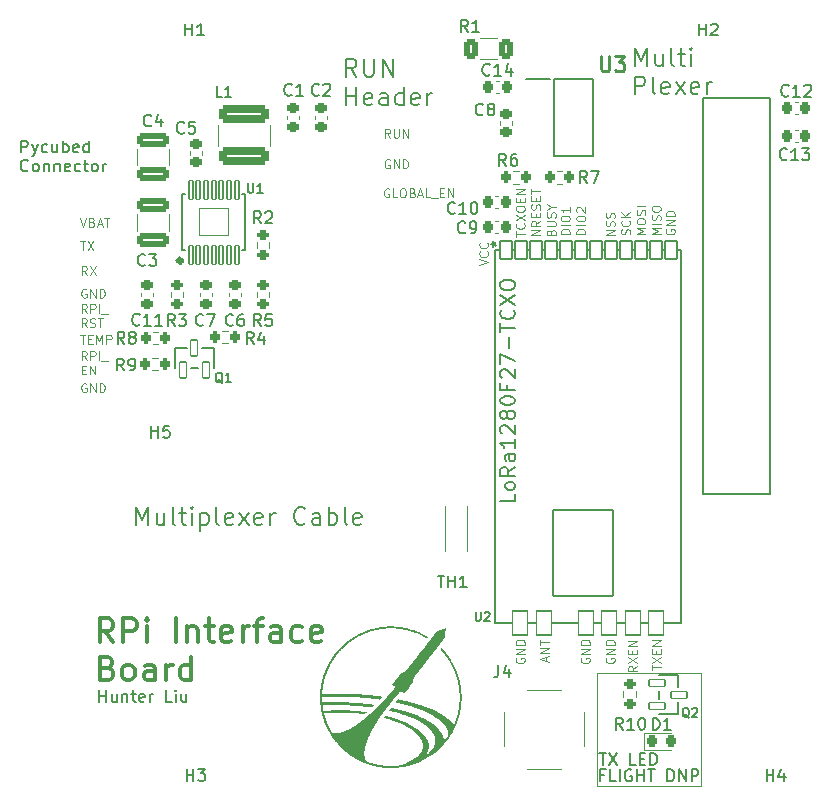
<source format=gto>
%TF.GenerationSoftware,KiCad,Pcbnew,7.0.2-0*%
%TF.CreationDate,2023-11-14T22:29:05-08:00*%
%TF.ProjectId,RPi_interface,5250695f-696e-4746-9572-666163652e6b,1.0*%
%TF.SameCoordinates,Original*%
%TF.FileFunction,Legend,Top*%
%TF.FilePolarity,Positive*%
%FSLAX46Y46*%
G04 Gerber Fmt 4.6, Leading zero omitted, Abs format (unit mm)*
G04 Created by KiCad (PCBNEW 7.0.2-0) date 2023-11-14 22:29:05*
%MOMM*%
%LPD*%
G01*
G04 APERTURE LIST*
G04 Aperture macros list*
%AMRoundRect*
0 Rectangle with rounded corners*
0 $1 Rounding radius*
0 $2 $3 $4 $5 $6 $7 $8 $9 X,Y pos of 4 corners*
0 Add a 4 corners polygon primitive as box body*
4,1,4,$2,$3,$4,$5,$6,$7,$8,$9,$2,$3,0*
0 Add four circle primitives for the rounded corners*
1,1,$1+$1,$2,$3*
1,1,$1+$1,$4,$5*
1,1,$1+$1,$6,$7*
1,1,$1+$1,$8,$9*
0 Add four rect primitives between the rounded corners*
20,1,$1+$1,$2,$3,$4,$5,0*
20,1,$1+$1,$4,$5,$6,$7,0*
20,1,$1+$1,$6,$7,$8,$9,0*
20,1,$1+$1,$8,$9,$2,$3,0*%
G04 Aperture macros list end*
%ADD10C,0.150000*%
%ADD11C,0.100000*%
%ADD12C,0.200000*%
%ADD13C,0.300000*%
%ADD14C,0.154432*%
%ADD15C,0.254000*%
%ADD16C,0.127000*%
%ADD17C,0.120000*%
%ADD18C,0.152400*%
%ADD19C,0.381000*%
%ADD20RoundRect,0.200000X-0.200000X-0.275000X0.200000X-0.275000X0.200000X0.275000X-0.200000X0.275000X0*%
%ADD21RoundRect,0.063500X-0.660400X0.279400X-0.660400X-0.279400X0.660400X-0.279400X0.660400X0.279400X0*%
%ADD22RoundRect,0.225000X-0.225000X-0.250000X0.225000X-0.250000X0.225000X0.250000X-0.225000X0.250000X0*%
%ADD23C,4.700000*%
%ADD24RoundRect,0.225000X-0.250000X0.225000X-0.250000X-0.225000X0.250000X-0.225000X0.250000X0.225000X0*%
%ADD25R,2.000000X0.650000*%
%ADD26R,2.000000X3.200000*%
%ADD27RoundRect,0.250000X-1.100000X0.325000X-1.100000X-0.325000X1.100000X-0.325000X1.100000X0.325000X0*%
%ADD28RoundRect,0.333000X1.767000X-0.417000X1.767000X0.417000X-1.767000X0.417000X-1.767000X-0.417000X0*%
%ADD29RoundRect,0.218750X-0.218750X-0.256250X0.218750X-0.256250X0.218750X0.256250X-0.218750X0.256250X0*%
%ADD30RoundRect,0.200000X0.200000X0.275000X-0.200000X0.275000X-0.200000X-0.275000X0.200000X-0.275000X0*%
%ADD31RoundRect,0.225000X0.225000X0.250000X-0.225000X0.250000X-0.225000X-0.250000X0.225000X-0.250000X0*%
%ADD32RoundRect,0.063500X-0.487500X0.750000X-0.487500X-0.750000X0.487500X-0.750000X0.487500X0.750000X0*%
%ADD33RoundRect,0.063500X-0.650000X1.000000X-0.650000X-1.000000X0.650000X-1.000000X0.650000X1.000000X0*%
%ADD34RoundRect,0.063500X-2.550000X3.650000X-2.550000X-3.650000X2.550000X-3.650000X2.550000X3.650000X0*%
%ADD35RoundRect,0.063500X0.152400X-0.800100X0.152400X0.800100X-0.152400X0.800100X-0.152400X-0.800100X0*%
%ADD36RoundRect,0.063500X1.230000X-1.155000X1.230000X1.155000X-1.230000X1.155000X-1.230000X-1.155000X0*%
%ADD37RoundRect,0.225000X0.250000X-0.225000X0.250000X0.225000X-0.250000X0.225000X-0.250000X-0.225000X0*%
%ADD38RoundRect,0.250000X1.100000X-0.325000X1.100000X0.325000X-1.100000X0.325000X-1.100000X-0.325000X0*%
%ADD39RoundRect,0.250000X0.312500X0.625000X-0.312500X0.625000X-0.312500X-0.625000X0.312500X-0.625000X0*%
%ADD40RoundRect,0.063500X-0.279400X-0.660400X0.279400X-0.660400X0.279400X0.660400X-0.279400X0.660400X0*%
%ADD41RoundRect,0.200000X0.275000X-0.200000X0.275000X0.200000X-0.275000X0.200000X-0.275000X-0.200000X0*%
%ADD42C,1.400000*%
%ADD43O,1.400000X1.400000*%
%ADD44RoundRect,0.200000X-0.275000X0.200000X-0.275000X-0.200000X0.275000X-0.200000X0.275000X0.200000X0*%
%ADD45C,2.050000*%
%ADD46C,2.250000*%
%ADD47R,1.700000X1.700000*%
%ADD48O,1.700000X1.700000*%
%ADD49R,1.308000X1.308000*%
%ADD50C,1.308000*%
G04 APERTURE END LIST*
D10*
X148475000Y-54575000D02*
X154100000Y-54575000D01*
X154100000Y-88125000D01*
X148475000Y-88125000D01*
X148475000Y-54575000D01*
D11*
X139475000Y-103250000D02*
X148250000Y-103250000D01*
X148250000Y-112825000D01*
X139475000Y-112825000D01*
X139475000Y-103250000D01*
X138479964Y-66076428D02*
X137729964Y-66076428D01*
X137729964Y-66076428D02*
X137729964Y-65897857D01*
X137729964Y-65897857D02*
X137765678Y-65790714D01*
X137765678Y-65790714D02*
X137837107Y-65719285D01*
X137837107Y-65719285D02*
X137908535Y-65683571D01*
X137908535Y-65683571D02*
X138051392Y-65647857D01*
X138051392Y-65647857D02*
X138158535Y-65647857D01*
X138158535Y-65647857D02*
X138301392Y-65683571D01*
X138301392Y-65683571D02*
X138372821Y-65719285D01*
X138372821Y-65719285D02*
X138444250Y-65790714D01*
X138444250Y-65790714D02*
X138479964Y-65897857D01*
X138479964Y-65897857D02*
X138479964Y-66076428D01*
X138479964Y-65326428D02*
X137729964Y-65326428D01*
X137729964Y-64826428D02*
X137729964Y-64683571D01*
X137729964Y-64683571D02*
X137765678Y-64612142D01*
X137765678Y-64612142D02*
X137837107Y-64540714D01*
X137837107Y-64540714D02*
X137979964Y-64504999D01*
X137979964Y-64504999D02*
X138229964Y-64504999D01*
X138229964Y-64504999D02*
X138372821Y-64540714D01*
X138372821Y-64540714D02*
X138444250Y-64612142D01*
X138444250Y-64612142D02*
X138479964Y-64683571D01*
X138479964Y-64683571D02*
X138479964Y-64826428D01*
X138479964Y-64826428D02*
X138444250Y-64897857D01*
X138444250Y-64897857D02*
X138372821Y-64969285D01*
X138372821Y-64969285D02*
X138229964Y-65004999D01*
X138229964Y-65004999D02*
X137979964Y-65004999D01*
X137979964Y-65004999D02*
X137837107Y-64969285D01*
X137837107Y-64969285D02*
X137765678Y-64897857D01*
X137765678Y-64897857D02*
X137729964Y-64826428D01*
X137801392Y-64219285D02*
X137765678Y-64183571D01*
X137765678Y-64183571D02*
X137729964Y-64112143D01*
X137729964Y-64112143D02*
X137729964Y-63933571D01*
X137729964Y-63933571D02*
X137765678Y-63862143D01*
X137765678Y-63862143D02*
X137801392Y-63826428D01*
X137801392Y-63826428D02*
X137872821Y-63790714D01*
X137872821Y-63790714D02*
X137944250Y-63790714D01*
X137944250Y-63790714D02*
X138051392Y-63826428D01*
X138051392Y-63826428D02*
X138479964Y-64255000D01*
X138479964Y-64255000D02*
X138479964Y-63790714D01*
X137179964Y-66076428D02*
X136429964Y-66076428D01*
X136429964Y-66076428D02*
X136429964Y-65897857D01*
X136429964Y-65897857D02*
X136465678Y-65790714D01*
X136465678Y-65790714D02*
X136537107Y-65719285D01*
X136537107Y-65719285D02*
X136608535Y-65683571D01*
X136608535Y-65683571D02*
X136751392Y-65647857D01*
X136751392Y-65647857D02*
X136858535Y-65647857D01*
X136858535Y-65647857D02*
X137001392Y-65683571D01*
X137001392Y-65683571D02*
X137072821Y-65719285D01*
X137072821Y-65719285D02*
X137144250Y-65790714D01*
X137144250Y-65790714D02*
X137179964Y-65897857D01*
X137179964Y-65897857D02*
X137179964Y-66076428D01*
X137179964Y-65326428D02*
X136429964Y-65326428D01*
X136429964Y-64826428D02*
X136429964Y-64683571D01*
X136429964Y-64683571D02*
X136465678Y-64612142D01*
X136465678Y-64612142D02*
X136537107Y-64540714D01*
X136537107Y-64540714D02*
X136679964Y-64504999D01*
X136679964Y-64504999D02*
X136929964Y-64504999D01*
X136929964Y-64504999D02*
X137072821Y-64540714D01*
X137072821Y-64540714D02*
X137144250Y-64612142D01*
X137144250Y-64612142D02*
X137179964Y-64683571D01*
X137179964Y-64683571D02*
X137179964Y-64826428D01*
X137179964Y-64826428D02*
X137144250Y-64897857D01*
X137144250Y-64897857D02*
X137072821Y-64969285D01*
X137072821Y-64969285D02*
X136929964Y-65004999D01*
X136929964Y-65004999D02*
X136679964Y-65004999D01*
X136679964Y-65004999D02*
X136537107Y-64969285D01*
X136537107Y-64969285D02*
X136465678Y-64897857D01*
X136465678Y-64897857D02*
X136429964Y-64826428D01*
X137179964Y-63790714D02*
X137179964Y-64219285D01*
X137179964Y-64005000D02*
X136429964Y-64005000D01*
X136429964Y-64005000D02*
X136537107Y-64076428D01*
X136537107Y-64076428D02*
X136608535Y-64147857D01*
X136608535Y-64147857D02*
X136644250Y-64219285D01*
X135587107Y-65926428D02*
X135622821Y-65819285D01*
X135622821Y-65819285D02*
X135658535Y-65783571D01*
X135658535Y-65783571D02*
X135729964Y-65747857D01*
X135729964Y-65747857D02*
X135837107Y-65747857D01*
X135837107Y-65747857D02*
X135908535Y-65783571D01*
X135908535Y-65783571D02*
X135944250Y-65819285D01*
X135944250Y-65819285D02*
X135979964Y-65890714D01*
X135979964Y-65890714D02*
X135979964Y-66176428D01*
X135979964Y-66176428D02*
X135229964Y-66176428D01*
X135229964Y-66176428D02*
X135229964Y-65926428D01*
X135229964Y-65926428D02*
X135265678Y-65855000D01*
X135265678Y-65855000D02*
X135301392Y-65819285D01*
X135301392Y-65819285D02*
X135372821Y-65783571D01*
X135372821Y-65783571D02*
X135444250Y-65783571D01*
X135444250Y-65783571D02*
X135515678Y-65819285D01*
X135515678Y-65819285D02*
X135551392Y-65855000D01*
X135551392Y-65855000D02*
X135587107Y-65926428D01*
X135587107Y-65926428D02*
X135587107Y-66176428D01*
X135229964Y-65426428D02*
X135837107Y-65426428D01*
X135837107Y-65426428D02*
X135908535Y-65390714D01*
X135908535Y-65390714D02*
X135944250Y-65355000D01*
X135944250Y-65355000D02*
X135979964Y-65283571D01*
X135979964Y-65283571D02*
X135979964Y-65140714D01*
X135979964Y-65140714D02*
X135944250Y-65069285D01*
X135944250Y-65069285D02*
X135908535Y-65033571D01*
X135908535Y-65033571D02*
X135837107Y-64997857D01*
X135837107Y-64997857D02*
X135229964Y-64997857D01*
X135944250Y-64676428D02*
X135979964Y-64569286D01*
X135979964Y-64569286D02*
X135979964Y-64390714D01*
X135979964Y-64390714D02*
X135944250Y-64319286D01*
X135944250Y-64319286D02*
X135908535Y-64283571D01*
X135908535Y-64283571D02*
X135837107Y-64247857D01*
X135837107Y-64247857D02*
X135765678Y-64247857D01*
X135765678Y-64247857D02*
X135694250Y-64283571D01*
X135694250Y-64283571D02*
X135658535Y-64319286D01*
X135658535Y-64319286D02*
X135622821Y-64390714D01*
X135622821Y-64390714D02*
X135587107Y-64533571D01*
X135587107Y-64533571D02*
X135551392Y-64605000D01*
X135551392Y-64605000D02*
X135515678Y-64640714D01*
X135515678Y-64640714D02*
X135444250Y-64676428D01*
X135444250Y-64676428D02*
X135372821Y-64676428D01*
X135372821Y-64676428D02*
X135301392Y-64640714D01*
X135301392Y-64640714D02*
X135265678Y-64605000D01*
X135265678Y-64605000D02*
X135229964Y-64533571D01*
X135229964Y-64533571D02*
X135229964Y-64355000D01*
X135229964Y-64355000D02*
X135265678Y-64247857D01*
X135622821Y-63783571D02*
X135979964Y-63783571D01*
X135229964Y-64033571D02*
X135622821Y-63783571D01*
X135622821Y-63783571D02*
X135229964Y-63533571D01*
X142244250Y-66112142D02*
X142279964Y-66005000D01*
X142279964Y-66005000D02*
X142279964Y-65826428D01*
X142279964Y-65826428D02*
X142244250Y-65755000D01*
X142244250Y-65755000D02*
X142208535Y-65719285D01*
X142208535Y-65719285D02*
X142137107Y-65683571D01*
X142137107Y-65683571D02*
X142065678Y-65683571D01*
X142065678Y-65683571D02*
X141994250Y-65719285D01*
X141994250Y-65719285D02*
X141958535Y-65755000D01*
X141958535Y-65755000D02*
X141922821Y-65826428D01*
X141922821Y-65826428D02*
X141887107Y-65969285D01*
X141887107Y-65969285D02*
X141851392Y-66040714D01*
X141851392Y-66040714D02*
X141815678Y-66076428D01*
X141815678Y-66076428D02*
X141744250Y-66112142D01*
X141744250Y-66112142D02*
X141672821Y-66112142D01*
X141672821Y-66112142D02*
X141601392Y-66076428D01*
X141601392Y-66076428D02*
X141565678Y-66040714D01*
X141565678Y-66040714D02*
X141529964Y-65969285D01*
X141529964Y-65969285D02*
X141529964Y-65790714D01*
X141529964Y-65790714D02*
X141565678Y-65683571D01*
X142208535Y-64933571D02*
X142244250Y-64969285D01*
X142244250Y-64969285D02*
X142279964Y-65076428D01*
X142279964Y-65076428D02*
X142279964Y-65147856D01*
X142279964Y-65147856D02*
X142244250Y-65254999D01*
X142244250Y-65254999D02*
X142172821Y-65326428D01*
X142172821Y-65326428D02*
X142101392Y-65362142D01*
X142101392Y-65362142D02*
X141958535Y-65397856D01*
X141958535Y-65397856D02*
X141851392Y-65397856D01*
X141851392Y-65397856D02*
X141708535Y-65362142D01*
X141708535Y-65362142D02*
X141637107Y-65326428D01*
X141637107Y-65326428D02*
X141565678Y-65254999D01*
X141565678Y-65254999D02*
X141529964Y-65147856D01*
X141529964Y-65147856D02*
X141529964Y-65076428D01*
X141529964Y-65076428D02*
X141565678Y-64969285D01*
X141565678Y-64969285D02*
X141601392Y-64933571D01*
X142279964Y-64612142D02*
X141529964Y-64612142D01*
X142279964Y-64183571D02*
X141851392Y-64504999D01*
X141529964Y-64183571D02*
X141958535Y-64612142D01*
X96239284Y-70743928D02*
X96167856Y-70708214D01*
X96167856Y-70708214D02*
X96060713Y-70708214D01*
X96060713Y-70708214D02*
X95953570Y-70743928D01*
X95953570Y-70743928D02*
X95882141Y-70815357D01*
X95882141Y-70815357D02*
X95846427Y-70886785D01*
X95846427Y-70886785D02*
X95810713Y-71029642D01*
X95810713Y-71029642D02*
X95810713Y-71136785D01*
X95810713Y-71136785D02*
X95846427Y-71279642D01*
X95846427Y-71279642D02*
X95882141Y-71351071D01*
X95882141Y-71351071D02*
X95953570Y-71422500D01*
X95953570Y-71422500D02*
X96060713Y-71458214D01*
X96060713Y-71458214D02*
X96132141Y-71458214D01*
X96132141Y-71458214D02*
X96239284Y-71422500D01*
X96239284Y-71422500D02*
X96274998Y-71386785D01*
X96274998Y-71386785D02*
X96274998Y-71136785D01*
X96274998Y-71136785D02*
X96132141Y-71136785D01*
X96596427Y-71458214D02*
X96596427Y-70708214D01*
X96596427Y-70708214D02*
X97024998Y-71458214D01*
X97024998Y-71458214D02*
X97024998Y-70708214D01*
X97382141Y-71458214D02*
X97382141Y-70708214D01*
X97382141Y-70708214D02*
X97560712Y-70708214D01*
X97560712Y-70708214D02*
X97667855Y-70743928D01*
X97667855Y-70743928D02*
X97739284Y-70815357D01*
X97739284Y-70815357D02*
X97774998Y-70886785D01*
X97774998Y-70886785D02*
X97810712Y-71029642D01*
X97810712Y-71029642D02*
X97810712Y-71136785D01*
X97810712Y-71136785D02*
X97774998Y-71279642D01*
X97774998Y-71279642D02*
X97739284Y-71351071D01*
X97739284Y-71351071D02*
X97667855Y-71422500D01*
X97667855Y-71422500D02*
X97560712Y-71458214D01*
X97560712Y-71458214D02*
X97382141Y-71458214D01*
X96274998Y-76743214D02*
X96024998Y-76386071D01*
X95846427Y-76743214D02*
X95846427Y-75993214D01*
X95846427Y-75993214D02*
X96132141Y-75993214D01*
X96132141Y-75993214D02*
X96203570Y-76028928D01*
X96203570Y-76028928D02*
X96239284Y-76064642D01*
X96239284Y-76064642D02*
X96274998Y-76136071D01*
X96274998Y-76136071D02*
X96274998Y-76243214D01*
X96274998Y-76243214D02*
X96239284Y-76314642D01*
X96239284Y-76314642D02*
X96203570Y-76350357D01*
X96203570Y-76350357D02*
X96132141Y-76386071D01*
X96132141Y-76386071D02*
X95846427Y-76386071D01*
X96596427Y-76743214D02*
X96596427Y-75993214D01*
X96596427Y-75993214D02*
X96882141Y-75993214D01*
X96882141Y-75993214D02*
X96953570Y-76028928D01*
X96953570Y-76028928D02*
X96989284Y-76064642D01*
X96989284Y-76064642D02*
X97024998Y-76136071D01*
X97024998Y-76136071D02*
X97024998Y-76243214D01*
X97024998Y-76243214D02*
X96989284Y-76314642D01*
X96989284Y-76314642D02*
X96953570Y-76350357D01*
X96953570Y-76350357D02*
X96882141Y-76386071D01*
X96882141Y-76386071D02*
X96596427Y-76386071D01*
X97346427Y-76743214D02*
X97346427Y-75993214D01*
X97524999Y-76814642D02*
X98096427Y-76814642D01*
X95846427Y-77565357D02*
X96096427Y-77565357D01*
X96203570Y-77958214D02*
X95846427Y-77958214D01*
X95846427Y-77958214D02*
X95846427Y-77208214D01*
X95846427Y-77208214D02*
X96203570Y-77208214D01*
X96524998Y-77958214D02*
X96524998Y-77208214D01*
X96524998Y-77208214D02*
X96953569Y-77958214D01*
X96953569Y-77958214D02*
X96953569Y-77208214D01*
X121921428Y-59793928D02*
X121850000Y-59758214D01*
X121850000Y-59758214D02*
X121742857Y-59758214D01*
X121742857Y-59758214D02*
X121635714Y-59793928D01*
X121635714Y-59793928D02*
X121564285Y-59865357D01*
X121564285Y-59865357D02*
X121528571Y-59936785D01*
X121528571Y-59936785D02*
X121492857Y-60079642D01*
X121492857Y-60079642D02*
X121492857Y-60186785D01*
X121492857Y-60186785D02*
X121528571Y-60329642D01*
X121528571Y-60329642D02*
X121564285Y-60401071D01*
X121564285Y-60401071D02*
X121635714Y-60472500D01*
X121635714Y-60472500D02*
X121742857Y-60508214D01*
X121742857Y-60508214D02*
X121814285Y-60508214D01*
X121814285Y-60508214D02*
X121921428Y-60472500D01*
X121921428Y-60472500D02*
X121957142Y-60436785D01*
X121957142Y-60436785D02*
X121957142Y-60186785D01*
X121957142Y-60186785D02*
X121814285Y-60186785D01*
X122278571Y-60508214D02*
X122278571Y-59758214D01*
X122278571Y-59758214D02*
X122707142Y-60508214D01*
X122707142Y-60508214D02*
X122707142Y-59758214D01*
X123064285Y-60508214D02*
X123064285Y-59758214D01*
X123064285Y-59758214D02*
X123242856Y-59758214D01*
X123242856Y-59758214D02*
X123349999Y-59793928D01*
X123349999Y-59793928D02*
X123421428Y-59865357D01*
X123421428Y-59865357D02*
X123457142Y-59936785D01*
X123457142Y-59936785D02*
X123492856Y-60079642D01*
X123492856Y-60079642D02*
X123492856Y-60186785D01*
X123492856Y-60186785D02*
X123457142Y-60329642D01*
X123457142Y-60329642D02*
X123421428Y-60401071D01*
X123421428Y-60401071D02*
X123349999Y-60472500D01*
X123349999Y-60472500D02*
X123242856Y-60508214D01*
X123242856Y-60508214D02*
X123064285Y-60508214D01*
X132629964Y-66283571D02*
X132629964Y-65855000D01*
X133379964Y-66069285D02*
X132629964Y-66069285D01*
X133308535Y-65176428D02*
X133344250Y-65212142D01*
X133344250Y-65212142D02*
X133379964Y-65319285D01*
X133379964Y-65319285D02*
X133379964Y-65390713D01*
X133379964Y-65390713D02*
X133344250Y-65497856D01*
X133344250Y-65497856D02*
X133272821Y-65569285D01*
X133272821Y-65569285D02*
X133201392Y-65604999D01*
X133201392Y-65604999D02*
X133058535Y-65640713D01*
X133058535Y-65640713D02*
X132951392Y-65640713D01*
X132951392Y-65640713D02*
X132808535Y-65604999D01*
X132808535Y-65604999D02*
X132737107Y-65569285D01*
X132737107Y-65569285D02*
X132665678Y-65497856D01*
X132665678Y-65497856D02*
X132629964Y-65390713D01*
X132629964Y-65390713D02*
X132629964Y-65319285D01*
X132629964Y-65319285D02*
X132665678Y-65212142D01*
X132665678Y-65212142D02*
X132701392Y-65176428D01*
X132629964Y-64926428D02*
X133379964Y-64426428D01*
X132629964Y-64426428D02*
X133379964Y-64926428D01*
X132629964Y-63997856D02*
X132629964Y-63854999D01*
X132629964Y-63854999D02*
X132665678Y-63783570D01*
X132665678Y-63783570D02*
X132737107Y-63712142D01*
X132737107Y-63712142D02*
X132879964Y-63676427D01*
X132879964Y-63676427D02*
X133129964Y-63676427D01*
X133129964Y-63676427D02*
X133272821Y-63712142D01*
X133272821Y-63712142D02*
X133344250Y-63783570D01*
X133344250Y-63783570D02*
X133379964Y-63854999D01*
X133379964Y-63854999D02*
X133379964Y-63997856D01*
X133379964Y-63997856D02*
X133344250Y-64069285D01*
X133344250Y-64069285D02*
X133272821Y-64140713D01*
X133272821Y-64140713D02*
X133129964Y-64176427D01*
X133129964Y-64176427D02*
X132879964Y-64176427D01*
X132879964Y-64176427D02*
X132737107Y-64140713D01*
X132737107Y-64140713D02*
X132665678Y-64069285D01*
X132665678Y-64069285D02*
X132629964Y-63997856D01*
X132987107Y-63354999D02*
X132987107Y-63104999D01*
X133379964Y-62997856D02*
X133379964Y-63354999D01*
X133379964Y-63354999D02*
X132629964Y-63354999D01*
X132629964Y-63354999D02*
X132629964Y-62997856D01*
X133379964Y-62676428D02*
X132629964Y-62676428D01*
X132629964Y-62676428D02*
X133379964Y-62247857D01*
X133379964Y-62247857D02*
X132629964Y-62247857D01*
D10*
X90738095Y-59157619D02*
X90738095Y-58157619D01*
X90738095Y-58157619D02*
X91119047Y-58157619D01*
X91119047Y-58157619D02*
X91214285Y-58205238D01*
X91214285Y-58205238D02*
X91261904Y-58252857D01*
X91261904Y-58252857D02*
X91309523Y-58348095D01*
X91309523Y-58348095D02*
X91309523Y-58490952D01*
X91309523Y-58490952D02*
X91261904Y-58586190D01*
X91261904Y-58586190D02*
X91214285Y-58633809D01*
X91214285Y-58633809D02*
X91119047Y-58681428D01*
X91119047Y-58681428D02*
X90738095Y-58681428D01*
X91642857Y-58490952D02*
X91880952Y-59157619D01*
X92119047Y-58490952D02*
X91880952Y-59157619D01*
X91880952Y-59157619D02*
X91785714Y-59395714D01*
X91785714Y-59395714D02*
X91738095Y-59443333D01*
X91738095Y-59443333D02*
X91642857Y-59490952D01*
X92928571Y-59110000D02*
X92833333Y-59157619D01*
X92833333Y-59157619D02*
X92642857Y-59157619D01*
X92642857Y-59157619D02*
X92547619Y-59110000D01*
X92547619Y-59110000D02*
X92500000Y-59062380D01*
X92500000Y-59062380D02*
X92452381Y-58967142D01*
X92452381Y-58967142D02*
X92452381Y-58681428D01*
X92452381Y-58681428D02*
X92500000Y-58586190D01*
X92500000Y-58586190D02*
X92547619Y-58538571D01*
X92547619Y-58538571D02*
X92642857Y-58490952D01*
X92642857Y-58490952D02*
X92833333Y-58490952D01*
X92833333Y-58490952D02*
X92928571Y-58538571D01*
X93785714Y-58490952D02*
X93785714Y-59157619D01*
X93357143Y-58490952D02*
X93357143Y-59014761D01*
X93357143Y-59014761D02*
X93404762Y-59110000D01*
X93404762Y-59110000D02*
X93500000Y-59157619D01*
X93500000Y-59157619D02*
X93642857Y-59157619D01*
X93642857Y-59157619D02*
X93738095Y-59110000D01*
X93738095Y-59110000D02*
X93785714Y-59062380D01*
X94261905Y-59157619D02*
X94261905Y-58157619D01*
X94261905Y-58538571D02*
X94357143Y-58490952D01*
X94357143Y-58490952D02*
X94547619Y-58490952D01*
X94547619Y-58490952D02*
X94642857Y-58538571D01*
X94642857Y-58538571D02*
X94690476Y-58586190D01*
X94690476Y-58586190D02*
X94738095Y-58681428D01*
X94738095Y-58681428D02*
X94738095Y-58967142D01*
X94738095Y-58967142D02*
X94690476Y-59062380D01*
X94690476Y-59062380D02*
X94642857Y-59110000D01*
X94642857Y-59110000D02*
X94547619Y-59157619D01*
X94547619Y-59157619D02*
X94357143Y-59157619D01*
X94357143Y-59157619D02*
X94261905Y-59110000D01*
X95547619Y-59110000D02*
X95452381Y-59157619D01*
X95452381Y-59157619D02*
X95261905Y-59157619D01*
X95261905Y-59157619D02*
X95166667Y-59110000D01*
X95166667Y-59110000D02*
X95119048Y-59014761D01*
X95119048Y-59014761D02*
X95119048Y-58633809D01*
X95119048Y-58633809D02*
X95166667Y-58538571D01*
X95166667Y-58538571D02*
X95261905Y-58490952D01*
X95261905Y-58490952D02*
X95452381Y-58490952D01*
X95452381Y-58490952D02*
X95547619Y-58538571D01*
X95547619Y-58538571D02*
X95595238Y-58633809D01*
X95595238Y-58633809D02*
X95595238Y-58729047D01*
X95595238Y-58729047D02*
X95119048Y-58824285D01*
X96452381Y-59157619D02*
X96452381Y-58157619D01*
X96452381Y-59110000D02*
X96357143Y-59157619D01*
X96357143Y-59157619D02*
X96166667Y-59157619D01*
X96166667Y-59157619D02*
X96071429Y-59110000D01*
X96071429Y-59110000D02*
X96023810Y-59062380D01*
X96023810Y-59062380D02*
X95976191Y-58967142D01*
X95976191Y-58967142D02*
X95976191Y-58681428D01*
X95976191Y-58681428D02*
X96023810Y-58586190D01*
X96023810Y-58586190D02*
X96071429Y-58538571D01*
X96071429Y-58538571D02*
X96166667Y-58490952D01*
X96166667Y-58490952D02*
X96357143Y-58490952D01*
X96357143Y-58490952D02*
X96452381Y-58538571D01*
X91309523Y-60682380D02*
X91261904Y-60730000D01*
X91261904Y-60730000D02*
X91119047Y-60777619D01*
X91119047Y-60777619D02*
X91023809Y-60777619D01*
X91023809Y-60777619D02*
X90880952Y-60730000D01*
X90880952Y-60730000D02*
X90785714Y-60634761D01*
X90785714Y-60634761D02*
X90738095Y-60539523D01*
X90738095Y-60539523D02*
X90690476Y-60349047D01*
X90690476Y-60349047D02*
X90690476Y-60206190D01*
X90690476Y-60206190D02*
X90738095Y-60015714D01*
X90738095Y-60015714D02*
X90785714Y-59920476D01*
X90785714Y-59920476D02*
X90880952Y-59825238D01*
X90880952Y-59825238D02*
X91023809Y-59777619D01*
X91023809Y-59777619D02*
X91119047Y-59777619D01*
X91119047Y-59777619D02*
X91261904Y-59825238D01*
X91261904Y-59825238D02*
X91309523Y-59872857D01*
X91880952Y-60777619D02*
X91785714Y-60730000D01*
X91785714Y-60730000D02*
X91738095Y-60682380D01*
X91738095Y-60682380D02*
X91690476Y-60587142D01*
X91690476Y-60587142D02*
X91690476Y-60301428D01*
X91690476Y-60301428D02*
X91738095Y-60206190D01*
X91738095Y-60206190D02*
X91785714Y-60158571D01*
X91785714Y-60158571D02*
X91880952Y-60110952D01*
X91880952Y-60110952D02*
X92023809Y-60110952D01*
X92023809Y-60110952D02*
X92119047Y-60158571D01*
X92119047Y-60158571D02*
X92166666Y-60206190D01*
X92166666Y-60206190D02*
X92214285Y-60301428D01*
X92214285Y-60301428D02*
X92214285Y-60587142D01*
X92214285Y-60587142D02*
X92166666Y-60682380D01*
X92166666Y-60682380D02*
X92119047Y-60730000D01*
X92119047Y-60730000D02*
X92023809Y-60777619D01*
X92023809Y-60777619D02*
X91880952Y-60777619D01*
X92642857Y-60110952D02*
X92642857Y-60777619D01*
X92642857Y-60206190D02*
X92690476Y-60158571D01*
X92690476Y-60158571D02*
X92785714Y-60110952D01*
X92785714Y-60110952D02*
X92928571Y-60110952D01*
X92928571Y-60110952D02*
X93023809Y-60158571D01*
X93023809Y-60158571D02*
X93071428Y-60253809D01*
X93071428Y-60253809D02*
X93071428Y-60777619D01*
X93547619Y-60110952D02*
X93547619Y-60777619D01*
X93547619Y-60206190D02*
X93595238Y-60158571D01*
X93595238Y-60158571D02*
X93690476Y-60110952D01*
X93690476Y-60110952D02*
X93833333Y-60110952D01*
X93833333Y-60110952D02*
X93928571Y-60158571D01*
X93928571Y-60158571D02*
X93976190Y-60253809D01*
X93976190Y-60253809D02*
X93976190Y-60777619D01*
X94833333Y-60730000D02*
X94738095Y-60777619D01*
X94738095Y-60777619D02*
X94547619Y-60777619D01*
X94547619Y-60777619D02*
X94452381Y-60730000D01*
X94452381Y-60730000D02*
X94404762Y-60634761D01*
X94404762Y-60634761D02*
X94404762Y-60253809D01*
X94404762Y-60253809D02*
X94452381Y-60158571D01*
X94452381Y-60158571D02*
X94547619Y-60110952D01*
X94547619Y-60110952D02*
X94738095Y-60110952D01*
X94738095Y-60110952D02*
X94833333Y-60158571D01*
X94833333Y-60158571D02*
X94880952Y-60253809D01*
X94880952Y-60253809D02*
X94880952Y-60349047D01*
X94880952Y-60349047D02*
X94404762Y-60444285D01*
X95738095Y-60730000D02*
X95642857Y-60777619D01*
X95642857Y-60777619D02*
X95452381Y-60777619D01*
X95452381Y-60777619D02*
X95357143Y-60730000D01*
X95357143Y-60730000D02*
X95309524Y-60682380D01*
X95309524Y-60682380D02*
X95261905Y-60587142D01*
X95261905Y-60587142D02*
X95261905Y-60301428D01*
X95261905Y-60301428D02*
X95309524Y-60206190D01*
X95309524Y-60206190D02*
X95357143Y-60158571D01*
X95357143Y-60158571D02*
X95452381Y-60110952D01*
X95452381Y-60110952D02*
X95642857Y-60110952D01*
X95642857Y-60110952D02*
X95738095Y-60158571D01*
X96023810Y-60110952D02*
X96404762Y-60110952D01*
X96166667Y-59777619D02*
X96166667Y-60634761D01*
X96166667Y-60634761D02*
X96214286Y-60730000D01*
X96214286Y-60730000D02*
X96309524Y-60777619D01*
X96309524Y-60777619D02*
X96404762Y-60777619D01*
X96880953Y-60777619D02*
X96785715Y-60730000D01*
X96785715Y-60730000D02*
X96738096Y-60682380D01*
X96738096Y-60682380D02*
X96690477Y-60587142D01*
X96690477Y-60587142D02*
X96690477Y-60301428D01*
X96690477Y-60301428D02*
X96738096Y-60206190D01*
X96738096Y-60206190D02*
X96785715Y-60158571D01*
X96785715Y-60158571D02*
X96880953Y-60110952D01*
X96880953Y-60110952D02*
X97023810Y-60110952D01*
X97023810Y-60110952D02*
X97119048Y-60158571D01*
X97119048Y-60158571D02*
X97166667Y-60206190D01*
X97166667Y-60206190D02*
X97214286Y-60301428D01*
X97214286Y-60301428D02*
X97214286Y-60587142D01*
X97214286Y-60587142D02*
X97166667Y-60682380D01*
X97166667Y-60682380D02*
X97119048Y-60730000D01*
X97119048Y-60730000D02*
X97023810Y-60777619D01*
X97023810Y-60777619D02*
X96880953Y-60777619D01*
X97642858Y-60777619D02*
X97642858Y-60110952D01*
X97642858Y-60301428D02*
X97690477Y-60206190D01*
X97690477Y-60206190D02*
X97738096Y-60158571D01*
X97738096Y-60158571D02*
X97833334Y-60110952D01*
X97833334Y-60110952D02*
X97928572Y-60110952D01*
D11*
X138165678Y-101983571D02*
X138129964Y-102055000D01*
X138129964Y-102055000D02*
X138129964Y-102162142D01*
X138129964Y-102162142D02*
X138165678Y-102269285D01*
X138165678Y-102269285D02*
X138237107Y-102340714D01*
X138237107Y-102340714D02*
X138308535Y-102376428D01*
X138308535Y-102376428D02*
X138451392Y-102412142D01*
X138451392Y-102412142D02*
X138558535Y-102412142D01*
X138558535Y-102412142D02*
X138701392Y-102376428D01*
X138701392Y-102376428D02*
X138772821Y-102340714D01*
X138772821Y-102340714D02*
X138844250Y-102269285D01*
X138844250Y-102269285D02*
X138879964Y-102162142D01*
X138879964Y-102162142D02*
X138879964Y-102090714D01*
X138879964Y-102090714D02*
X138844250Y-101983571D01*
X138844250Y-101983571D02*
X138808535Y-101947857D01*
X138808535Y-101947857D02*
X138558535Y-101947857D01*
X138558535Y-101947857D02*
X138558535Y-102090714D01*
X138879964Y-101626428D02*
X138129964Y-101626428D01*
X138129964Y-101626428D02*
X138879964Y-101197857D01*
X138879964Y-101197857D02*
X138129964Y-101197857D01*
X138879964Y-100840714D02*
X138129964Y-100840714D01*
X138129964Y-100840714D02*
X138129964Y-100662143D01*
X138129964Y-100662143D02*
X138165678Y-100555000D01*
X138165678Y-100555000D02*
X138237107Y-100483571D01*
X138237107Y-100483571D02*
X138308535Y-100447857D01*
X138308535Y-100447857D02*
X138451392Y-100412143D01*
X138451392Y-100412143D02*
X138558535Y-100412143D01*
X138558535Y-100412143D02*
X138701392Y-100447857D01*
X138701392Y-100447857D02*
X138772821Y-100483571D01*
X138772821Y-100483571D02*
X138844250Y-100555000D01*
X138844250Y-100555000D02*
X138879964Y-100662143D01*
X138879964Y-100662143D02*
X138879964Y-100840714D01*
X143579964Y-66076428D02*
X142829964Y-66076428D01*
X142829964Y-66076428D02*
X143365678Y-65826428D01*
X143365678Y-65826428D02*
X142829964Y-65576428D01*
X142829964Y-65576428D02*
X143579964Y-65576428D01*
X142829964Y-65076428D02*
X142829964Y-64933571D01*
X142829964Y-64933571D02*
X142865678Y-64862142D01*
X142865678Y-64862142D02*
X142937107Y-64790714D01*
X142937107Y-64790714D02*
X143079964Y-64754999D01*
X143079964Y-64754999D02*
X143329964Y-64754999D01*
X143329964Y-64754999D02*
X143472821Y-64790714D01*
X143472821Y-64790714D02*
X143544250Y-64862142D01*
X143544250Y-64862142D02*
X143579964Y-64933571D01*
X143579964Y-64933571D02*
X143579964Y-65076428D01*
X143579964Y-65076428D02*
X143544250Y-65147857D01*
X143544250Y-65147857D02*
X143472821Y-65219285D01*
X143472821Y-65219285D02*
X143329964Y-65254999D01*
X143329964Y-65254999D02*
X143079964Y-65254999D01*
X143079964Y-65254999D02*
X142937107Y-65219285D01*
X142937107Y-65219285D02*
X142865678Y-65147857D01*
X142865678Y-65147857D02*
X142829964Y-65076428D01*
X143544250Y-64469285D02*
X143579964Y-64362143D01*
X143579964Y-64362143D02*
X143579964Y-64183571D01*
X143579964Y-64183571D02*
X143544250Y-64112143D01*
X143544250Y-64112143D02*
X143508535Y-64076428D01*
X143508535Y-64076428D02*
X143437107Y-64040714D01*
X143437107Y-64040714D02*
X143365678Y-64040714D01*
X143365678Y-64040714D02*
X143294250Y-64076428D01*
X143294250Y-64076428D02*
X143258535Y-64112143D01*
X143258535Y-64112143D02*
X143222821Y-64183571D01*
X143222821Y-64183571D02*
X143187107Y-64326428D01*
X143187107Y-64326428D02*
X143151392Y-64397857D01*
X143151392Y-64397857D02*
X143115678Y-64433571D01*
X143115678Y-64433571D02*
X143044250Y-64469285D01*
X143044250Y-64469285D02*
X142972821Y-64469285D01*
X142972821Y-64469285D02*
X142901392Y-64433571D01*
X142901392Y-64433571D02*
X142865678Y-64397857D01*
X142865678Y-64397857D02*
X142829964Y-64326428D01*
X142829964Y-64326428D02*
X142829964Y-64147857D01*
X142829964Y-64147857D02*
X142865678Y-64040714D01*
X143579964Y-63719285D02*
X142829964Y-63719285D01*
X140979964Y-66171428D02*
X140229964Y-66171428D01*
X140229964Y-66171428D02*
X140979964Y-65742857D01*
X140979964Y-65742857D02*
X140229964Y-65742857D01*
X140944250Y-65421428D02*
X140979964Y-65314286D01*
X140979964Y-65314286D02*
X140979964Y-65135714D01*
X140979964Y-65135714D02*
X140944250Y-65064286D01*
X140944250Y-65064286D02*
X140908535Y-65028571D01*
X140908535Y-65028571D02*
X140837107Y-64992857D01*
X140837107Y-64992857D02*
X140765678Y-64992857D01*
X140765678Y-64992857D02*
X140694250Y-65028571D01*
X140694250Y-65028571D02*
X140658535Y-65064286D01*
X140658535Y-65064286D02*
X140622821Y-65135714D01*
X140622821Y-65135714D02*
X140587107Y-65278571D01*
X140587107Y-65278571D02*
X140551392Y-65350000D01*
X140551392Y-65350000D02*
X140515678Y-65385714D01*
X140515678Y-65385714D02*
X140444250Y-65421428D01*
X140444250Y-65421428D02*
X140372821Y-65421428D01*
X140372821Y-65421428D02*
X140301392Y-65385714D01*
X140301392Y-65385714D02*
X140265678Y-65350000D01*
X140265678Y-65350000D02*
X140229964Y-65278571D01*
X140229964Y-65278571D02*
X140229964Y-65100000D01*
X140229964Y-65100000D02*
X140265678Y-64992857D01*
X140944250Y-64707142D02*
X140979964Y-64600000D01*
X140979964Y-64600000D02*
X140979964Y-64421428D01*
X140979964Y-64421428D02*
X140944250Y-64350000D01*
X140944250Y-64350000D02*
X140908535Y-64314285D01*
X140908535Y-64314285D02*
X140837107Y-64278571D01*
X140837107Y-64278571D02*
X140765678Y-64278571D01*
X140765678Y-64278571D02*
X140694250Y-64314285D01*
X140694250Y-64314285D02*
X140658535Y-64350000D01*
X140658535Y-64350000D02*
X140622821Y-64421428D01*
X140622821Y-64421428D02*
X140587107Y-64564285D01*
X140587107Y-64564285D02*
X140551392Y-64635714D01*
X140551392Y-64635714D02*
X140515678Y-64671428D01*
X140515678Y-64671428D02*
X140444250Y-64707142D01*
X140444250Y-64707142D02*
X140372821Y-64707142D01*
X140372821Y-64707142D02*
X140301392Y-64671428D01*
X140301392Y-64671428D02*
X140265678Y-64635714D01*
X140265678Y-64635714D02*
X140229964Y-64564285D01*
X140229964Y-64564285D02*
X140229964Y-64385714D01*
X140229964Y-64385714D02*
X140265678Y-64278571D01*
D12*
X140071428Y-111878809D02*
X139738095Y-111878809D01*
X139738095Y-112402619D02*
X139738095Y-111402619D01*
X139738095Y-111402619D02*
X140214285Y-111402619D01*
X141071428Y-112402619D02*
X140595238Y-112402619D01*
X140595238Y-112402619D02*
X140595238Y-111402619D01*
X141404762Y-112402619D02*
X141404762Y-111402619D01*
X142404761Y-111450238D02*
X142309523Y-111402619D01*
X142309523Y-111402619D02*
X142166666Y-111402619D01*
X142166666Y-111402619D02*
X142023809Y-111450238D01*
X142023809Y-111450238D02*
X141928571Y-111545476D01*
X141928571Y-111545476D02*
X141880952Y-111640714D01*
X141880952Y-111640714D02*
X141833333Y-111831190D01*
X141833333Y-111831190D02*
X141833333Y-111974047D01*
X141833333Y-111974047D02*
X141880952Y-112164523D01*
X141880952Y-112164523D02*
X141928571Y-112259761D01*
X141928571Y-112259761D02*
X142023809Y-112355000D01*
X142023809Y-112355000D02*
X142166666Y-112402619D01*
X142166666Y-112402619D02*
X142261904Y-112402619D01*
X142261904Y-112402619D02*
X142404761Y-112355000D01*
X142404761Y-112355000D02*
X142452380Y-112307380D01*
X142452380Y-112307380D02*
X142452380Y-111974047D01*
X142452380Y-111974047D02*
X142261904Y-111974047D01*
X142880952Y-112402619D02*
X142880952Y-111402619D01*
X142880952Y-111878809D02*
X143452380Y-111878809D01*
X143452380Y-112402619D02*
X143452380Y-111402619D01*
X143785714Y-111402619D02*
X144357142Y-111402619D01*
X144071428Y-112402619D02*
X144071428Y-111402619D01*
X145452381Y-112402619D02*
X145452381Y-111402619D01*
X145452381Y-111402619D02*
X145690476Y-111402619D01*
X145690476Y-111402619D02*
X145833333Y-111450238D01*
X145833333Y-111450238D02*
X145928571Y-111545476D01*
X145928571Y-111545476D02*
X145976190Y-111640714D01*
X145976190Y-111640714D02*
X146023809Y-111831190D01*
X146023809Y-111831190D02*
X146023809Y-111974047D01*
X146023809Y-111974047D02*
X145976190Y-112164523D01*
X145976190Y-112164523D02*
X145928571Y-112259761D01*
X145928571Y-112259761D02*
X145833333Y-112355000D01*
X145833333Y-112355000D02*
X145690476Y-112402619D01*
X145690476Y-112402619D02*
X145452381Y-112402619D01*
X146452381Y-112402619D02*
X146452381Y-111402619D01*
X146452381Y-111402619D02*
X147023809Y-112402619D01*
X147023809Y-112402619D02*
X147023809Y-111402619D01*
X147500000Y-112402619D02*
X147500000Y-111402619D01*
X147500000Y-111402619D02*
X147880952Y-111402619D01*
X147880952Y-111402619D02*
X147976190Y-111450238D01*
X147976190Y-111450238D02*
X148023809Y-111497857D01*
X148023809Y-111497857D02*
X148071428Y-111593095D01*
X148071428Y-111593095D02*
X148071428Y-111735952D01*
X148071428Y-111735952D02*
X148023809Y-111831190D01*
X148023809Y-111831190D02*
X147976190Y-111878809D01*
X147976190Y-111878809D02*
X147880952Y-111926428D01*
X147880952Y-111926428D02*
X147500000Y-111926428D01*
D11*
X144879964Y-66076428D02*
X144129964Y-66076428D01*
X144129964Y-66076428D02*
X144665678Y-65826428D01*
X144665678Y-65826428D02*
X144129964Y-65576428D01*
X144129964Y-65576428D02*
X144879964Y-65576428D01*
X144879964Y-65219285D02*
X144129964Y-65219285D01*
X144844250Y-64897856D02*
X144879964Y-64790714D01*
X144879964Y-64790714D02*
X144879964Y-64612142D01*
X144879964Y-64612142D02*
X144844250Y-64540714D01*
X144844250Y-64540714D02*
X144808535Y-64504999D01*
X144808535Y-64504999D02*
X144737107Y-64469285D01*
X144737107Y-64469285D02*
X144665678Y-64469285D01*
X144665678Y-64469285D02*
X144594250Y-64504999D01*
X144594250Y-64504999D02*
X144558535Y-64540714D01*
X144558535Y-64540714D02*
X144522821Y-64612142D01*
X144522821Y-64612142D02*
X144487107Y-64754999D01*
X144487107Y-64754999D02*
X144451392Y-64826428D01*
X144451392Y-64826428D02*
X144415678Y-64862142D01*
X144415678Y-64862142D02*
X144344250Y-64897856D01*
X144344250Y-64897856D02*
X144272821Y-64897856D01*
X144272821Y-64897856D02*
X144201392Y-64862142D01*
X144201392Y-64862142D02*
X144165678Y-64826428D01*
X144165678Y-64826428D02*
X144129964Y-64754999D01*
X144129964Y-64754999D02*
X144129964Y-64576428D01*
X144129964Y-64576428D02*
X144165678Y-64469285D01*
X144129964Y-64004999D02*
X144129964Y-63862142D01*
X144129964Y-63862142D02*
X144165678Y-63790713D01*
X144165678Y-63790713D02*
X144237107Y-63719285D01*
X144237107Y-63719285D02*
X144379964Y-63683570D01*
X144379964Y-63683570D02*
X144629964Y-63683570D01*
X144629964Y-63683570D02*
X144772821Y-63719285D01*
X144772821Y-63719285D02*
X144844250Y-63790713D01*
X144844250Y-63790713D02*
X144879964Y-63862142D01*
X144879964Y-63862142D02*
X144879964Y-64004999D01*
X144879964Y-64004999D02*
X144844250Y-64076428D01*
X144844250Y-64076428D02*
X144772821Y-64147856D01*
X144772821Y-64147856D02*
X144629964Y-64183570D01*
X144629964Y-64183570D02*
X144379964Y-64183570D01*
X144379964Y-64183570D02*
X144237107Y-64147856D01*
X144237107Y-64147856D02*
X144165678Y-64076428D01*
X144165678Y-64076428D02*
X144129964Y-64004999D01*
X144129964Y-102983571D02*
X144129964Y-102555000D01*
X144879964Y-102769285D02*
X144129964Y-102769285D01*
X144129964Y-102376428D02*
X144879964Y-101876428D01*
X144129964Y-101876428D02*
X144879964Y-102376428D01*
X144487107Y-101590713D02*
X144487107Y-101340713D01*
X144879964Y-101233570D02*
X144879964Y-101590713D01*
X144879964Y-101590713D02*
X144129964Y-101590713D01*
X144129964Y-101590713D02*
X144129964Y-101233570D01*
X144879964Y-100912142D02*
X144129964Y-100912142D01*
X144129964Y-100912142D02*
X144879964Y-100483571D01*
X144879964Y-100483571D02*
X144129964Y-100483571D01*
X96239284Y-78743928D02*
X96167856Y-78708214D01*
X96167856Y-78708214D02*
X96060713Y-78708214D01*
X96060713Y-78708214D02*
X95953570Y-78743928D01*
X95953570Y-78743928D02*
X95882141Y-78815357D01*
X95882141Y-78815357D02*
X95846427Y-78886785D01*
X95846427Y-78886785D02*
X95810713Y-79029642D01*
X95810713Y-79029642D02*
X95810713Y-79136785D01*
X95810713Y-79136785D02*
X95846427Y-79279642D01*
X95846427Y-79279642D02*
X95882141Y-79351071D01*
X95882141Y-79351071D02*
X95953570Y-79422500D01*
X95953570Y-79422500D02*
X96060713Y-79458214D01*
X96060713Y-79458214D02*
X96132141Y-79458214D01*
X96132141Y-79458214D02*
X96239284Y-79422500D01*
X96239284Y-79422500D02*
X96274998Y-79386785D01*
X96274998Y-79386785D02*
X96274998Y-79136785D01*
X96274998Y-79136785D02*
X96132141Y-79136785D01*
X96596427Y-79458214D02*
X96596427Y-78708214D01*
X96596427Y-78708214D02*
X97024998Y-79458214D01*
X97024998Y-79458214D02*
X97024998Y-78708214D01*
X97382141Y-79458214D02*
X97382141Y-78708214D01*
X97382141Y-78708214D02*
X97560712Y-78708214D01*
X97560712Y-78708214D02*
X97667855Y-78743928D01*
X97667855Y-78743928D02*
X97739284Y-78815357D01*
X97739284Y-78815357D02*
X97774998Y-78886785D01*
X97774998Y-78886785D02*
X97810712Y-79029642D01*
X97810712Y-79029642D02*
X97810712Y-79136785D01*
X97810712Y-79136785D02*
X97774998Y-79279642D01*
X97774998Y-79279642D02*
X97739284Y-79351071D01*
X97739284Y-79351071D02*
X97667855Y-79422500D01*
X97667855Y-79422500D02*
X97560712Y-79458214D01*
X97560712Y-79458214D02*
X97382141Y-79458214D01*
X145365678Y-65683571D02*
X145329964Y-65755000D01*
X145329964Y-65755000D02*
X145329964Y-65862142D01*
X145329964Y-65862142D02*
X145365678Y-65969285D01*
X145365678Y-65969285D02*
X145437107Y-66040714D01*
X145437107Y-66040714D02*
X145508535Y-66076428D01*
X145508535Y-66076428D02*
X145651392Y-66112142D01*
X145651392Y-66112142D02*
X145758535Y-66112142D01*
X145758535Y-66112142D02*
X145901392Y-66076428D01*
X145901392Y-66076428D02*
X145972821Y-66040714D01*
X145972821Y-66040714D02*
X146044250Y-65969285D01*
X146044250Y-65969285D02*
X146079964Y-65862142D01*
X146079964Y-65862142D02*
X146079964Y-65790714D01*
X146079964Y-65790714D02*
X146044250Y-65683571D01*
X146044250Y-65683571D02*
X146008535Y-65647857D01*
X146008535Y-65647857D02*
X145758535Y-65647857D01*
X145758535Y-65647857D02*
X145758535Y-65790714D01*
X146079964Y-65326428D02*
X145329964Y-65326428D01*
X145329964Y-65326428D02*
X146079964Y-64897857D01*
X146079964Y-64897857D02*
X145329964Y-64897857D01*
X146079964Y-64540714D02*
X145329964Y-64540714D01*
X145329964Y-64540714D02*
X145329964Y-64362143D01*
X145329964Y-64362143D02*
X145365678Y-64255000D01*
X145365678Y-64255000D02*
X145437107Y-64183571D01*
X145437107Y-64183571D02*
X145508535Y-64147857D01*
X145508535Y-64147857D02*
X145651392Y-64112143D01*
X145651392Y-64112143D02*
X145758535Y-64112143D01*
X145758535Y-64112143D02*
X145901392Y-64147857D01*
X145901392Y-64147857D02*
X145972821Y-64183571D01*
X145972821Y-64183571D02*
X146044250Y-64255000D01*
X146044250Y-64255000D02*
X146079964Y-64362143D01*
X146079964Y-64362143D02*
X146079964Y-64540714D01*
X121957142Y-57908214D02*
X121707142Y-57551071D01*
X121528571Y-57908214D02*
X121528571Y-57158214D01*
X121528571Y-57158214D02*
X121814285Y-57158214D01*
X121814285Y-57158214D02*
X121885714Y-57193928D01*
X121885714Y-57193928D02*
X121921428Y-57229642D01*
X121921428Y-57229642D02*
X121957142Y-57301071D01*
X121957142Y-57301071D02*
X121957142Y-57408214D01*
X121957142Y-57408214D02*
X121921428Y-57479642D01*
X121921428Y-57479642D02*
X121885714Y-57515357D01*
X121885714Y-57515357D02*
X121814285Y-57551071D01*
X121814285Y-57551071D02*
X121528571Y-57551071D01*
X122278571Y-57158214D02*
X122278571Y-57765357D01*
X122278571Y-57765357D02*
X122314285Y-57836785D01*
X122314285Y-57836785D02*
X122350000Y-57872500D01*
X122350000Y-57872500D02*
X122421428Y-57908214D01*
X122421428Y-57908214D02*
X122564285Y-57908214D01*
X122564285Y-57908214D02*
X122635714Y-57872500D01*
X122635714Y-57872500D02*
X122671428Y-57836785D01*
X122671428Y-57836785D02*
X122707142Y-57765357D01*
X122707142Y-57765357D02*
X122707142Y-57158214D01*
X123064285Y-57908214D02*
X123064285Y-57158214D01*
X123064285Y-57158214D02*
X123492856Y-57908214D01*
X123492856Y-57908214D02*
X123492856Y-57158214D01*
X95739284Y-74608214D02*
X96167856Y-74608214D01*
X95953570Y-75358214D02*
X95953570Y-74608214D01*
X96417856Y-74965357D02*
X96667856Y-74965357D01*
X96774999Y-75358214D02*
X96417856Y-75358214D01*
X96417856Y-75358214D02*
X96417856Y-74608214D01*
X96417856Y-74608214D02*
X96774999Y-74608214D01*
X97096427Y-75358214D02*
X97096427Y-74608214D01*
X97096427Y-74608214D02*
X97346427Y-75143928D01*
X97346427Y-75143928D02*
X97596427Y-74608214D01*
X97596427Y-74608214D02*
X97596427Y-75358214D01*
X97953570Y-75358214D02*
X97953570Y-74608214D01*
X97953570Y-74608214D02*
X98239284Y-74608214D01*
X98239284Y-74608214D02*
X98310713Y-74643928D01*
X98310713Y-74643928D02*
X98346427Y-74679642D01*
X98346427Y-74679642D02*
X98382141Y-74751071D01*
X98382141Y-74751071D02*
X98382141Y-74858214D01*
X98382141Y-74858214D02*
X98346427Y-74929642D01*
X98346427Y-74929642D02*
X98310713Y-74965357D01*
X98310713Y-74965357D02*
X98239284Y-75001071D01*
X98239284Y-75001071D02*
X97953570Y-75001071D01*
X95746428Y-66683214D02*
X96175000Y-66683214D01*
X95960714Y-67433214D02*
X95960714Y-66683214D01*
X96353571Y-66683214D02*
X96853571Y-67433214D01*
X96853571Y-66683214D02*
X96353571Y-67433214D01*
D12*
X119114285Y-52736428D02*
X118614285Y-52022142D01*
X118257142Y-52736428D02*
X118257142Y-51236428D01*
X118257142Y-51236428D02*
X118828571Y-51236428D01*
X118828571Y-51236428D02*
X118971428Y-51307857D01*
X118971428Y-51307857D02*
X119042857Y-51379285D01*
X119042857Y-51379285D02*
X119114285Y-51522142D01*
X119114285Y-51522142D02*
X119114285Y-51736428D01*
X119114285Y-51736428D02*
X119042857Y-51879285D01*
X119042857Y-51879285D02*
X118971428Y-51950714D01*
X118971428Y-51950714D02*
X118828571Y-52022142D01*
X118828571Y-52022142D02*
X118257142Y-52022142D01*
X119757142Y-51236428D02*
X119757142Y-52450714D01*
X119757142Y-52450714D02*
X119828571Y-52593571D01*
X119828571Y-52593571D02*
X119900000Y-52665000D01*
X119900000Y-52665000D02*
X120042857Y-52736428D01*
X120042857Y-52736428D02*
X120328571Y-52736428D01*
X120328571Y-52736428D02*
X120471428Y-52665000D01*
X120471428Y-52665000D02*
X120542857Y-52593571D01*
X120542857Y-52593571D02*
X120614285Y-52450714D01*
X120614285Y-52450714D02*
X120614285Y-51236428D01*
X121328571Y-52736428D02*
X121328571Y-51236428D01*
X121328571Y-51236428D02*
X122185714Y-52736428D01*
X122185714Y-52736428D02*
X122185714Y-51236428D01*
X118257142Y-55166428D02*
X118257142Y-53666428D01*
X118257142Y-54380714D02*
X119114285Y-54380714D01*
X119114285Y-55166428D02*
X119114285Y-53666428D01*
X120400000Y-55095000D02*
X120257143Y-55166428D01*
X120257143Y-55166428D02*
X119971429Y-55166428D01*
X119971429Y-55166428D02*
X119828571Y-55095000D01*
X119828571Y-55095000D02*
X119757143Y-54952142D01*
X119757143Y-54952142D02*
X119757143Y-54380714D01*
X119757143Y-54380714D02*
X119828571Y-54237857D01*
X119828571Y-54237857D02*
X119971429Y-54166428D01*
X119971429Y-54166428D02*
X120257143Y-54166428D01*
X120257143Y-54166428D02*
X120400000Y-54237857D01*
X120400000Y-54237857D02*
X120471429Y-54380714D01*
X120471429Y-54380714D02*
X120471429Y-54523571D01*
X120471429Y-54523571D02*
X119757143Y-54666428D01*
X121757143Y-55166428D02*
X121757143Y-54380714D01*
X121757143Y-54380714D02*
X121685714Y-54237857D01*
X121685714Y-54237857D02*
X121542857Y-54166428D01*
X121542857Y-54166428D02*
X121257143Y-54166428D01*
X121257143Y-54166428D02*
X121114285Y-54237857D01*
X121757143Y-55095000D02*
X121614285Y-55166428D01*
X121614285Y-55166428D02*
X121257143Y-55166428D01*
X121257143Y-55166428D02*
X121114285Y-55095000D01*
X121114285Y-55095000D02*
X121042857Y-54952142D01*
X121042857Y-54952142D02*
X121042857Y-54809285D01*
X121042857Y-54809285D02*
X121114285Y-54666428D01*
X121114285Y-54666428D02*
X121257143Y-54595000D01*
X121257143Y-54595000D02*
X121614285Y-54595000D01*
X121614285Y-54595000D02*
X121757143Y-54523571D01*
X123114286Y-55166428D02*
X123114286Y-53666428D01*
X123114286Y-55095000D02*
X122971428Y-55166428D01*
X122971428Y-55166428D02*
X122685714Y-55166428D01*
X122685714Y-55166428D02*
X122542857Y-55095000D01*
X122542857Y-55095000D02*
X122471428Y-55023571D01*
X122471428Y-55023571D02*
X122400000Y-54880714D01*
X122400000Y-54880714D02*
X122400000Y-54452142D01*
X122400000Y-54452142D02*
X122471428Y-54309285D01*
X122471428Y-54309285D02*
X122542857Y-54237857D01*
X122542857Y-54237857D02*
X122685714Y-54166428D01*
X122685714Y-54166428D02*
X122971428Y-54166428D01*
X122971428Y-54166428D02*
X123114286Y-54237857D01*
X124400000Y-55095000D02*
X124257143Y-55166428D01*
X124257143Y-55166428D02*
X123971429Y-55166428D01*
X123971429Y-55166428D02*
X123828571Y-55095000D01*
X123828571Y-55095000D02*
X123757143Y-54952142D01*
X123757143Y-54952142D02*
X123757143Y-54380714D01*
X123757143Y-54380714D02*
X123828571Y-54237857D01*
X123828571Y-54237857D02*
X123971429Y-54166428D01*
X123971429Y-54166428D02*
X124257143Y-54166428D01*
X124257143Y-54166428D02*
X124400000Y-54237857D01*
X124400000Y-54237857D02*
X124471429Y-54380714D01*
X124471429Y-54380714D02*
X124471429Y-54523571D01*
X124471429Y-54523571D02*
X123757143Y-54666428D01*
X125114285Y-55166428D02*
X125114285Y-54166428D01*
X125114285Y-54452142D02*
X125185714Y-54309285D01*
X125185714Y-54309285D02*
X125257143Y-54237857D01*
X125257143Y-54237857D02*
X125400000Y-54166428D01*
X125400000Y-54166428D02*
X125542857Y-54166428D01*
D11*
X96274998Y-72743214D02*
X96024998Y-72386071D01*
X95846427Y-72743214D02*
X95846427Y-71993214D01*
X95846427Y-71993214D02*
X96132141Y-71993214D01*
X96132141Y-71993214D02*
X96203570Y-72028928D01*
X96203570Y-72028928D02*
X96239284Y-72064642D01*
X96239284Y-72064642D02*
X96274998Y-72136071D01*
X96274998Y-72136071D02*
X96274998Y-72243214D01*
X96274998Y-72243214D02*
X96239284Y-72314642D01*
X96239284Y-72314642D02*
X96203570Y-72350357D01*
X96203570Y-72350357D02*
X96132141Y-72386071D01*
X96132141Y-72386071D02*
X95846427Y-72386071D01*
X96596427Y-72743214D02*
X96596427Y-71993214D01*
X96596427Y-71993214D02*
X96882141Y-71993214D01*
X96882141Y-71993214D02*
X96953570Y-72028928D01*
X96953570Y-72028928D02*
X96989284Y-72064642D01*
X96989284Y-72064642D02*
X97024998Y-72136071D01*
X97024998Y-72136071D02*
X97024998Y-72243214D01*
X97024998Y-72243214D02*
X96989284Y-72314642D01*
X96989284Y-72314642D02*
X96953570Y-72350357D01*
X96953570Y-72350357D02*
X96882141Y-72386071D01*
X96882141Y-72386071D02*
X96596427Y-72386071D01*
X97346427Y-72743214D02*
X97346427Y-71993214D01*
X97524999Y-72814642D02*
X98096427Y-72814642D01*
X96274998Y-73958214D02*
X96024998Y-73601071D01*
X95846427Y-73958214D02*
X95846427Y-73208214D01*
X95846427Y-73208214D02*
X96132141Y-73208214D01*
X96132141Y-73208214D02*
X96203570Y-73243928D01*
X96203570Y-73243928D02*
X96239284Y-73279642D01*
X96239284Y-73279642D02*
X96274998Y-73351071D01*
X96274998Y-73351071D02*
X96274998Y-73458214D01*
X96274998Y-73458214D02*
X96239284Y-73529642D01*
X96239284Y-73529642D02*
X96203570Y-73565357D01*
X96203570Y-73565357D02*
X96132141Y-73601071D01*
X96132141Y-73601071D02*
X95846427Y-73601071D01*
X96560713Y-73922500D02*
X96667856Y-73958214D01*
X96667856Y-73958214D02*
X96846427Y-73958214D01*
X96846427Y-73958214D02*
X96917856Y-73922500D01*
X96917856Y-73922500D02*
X96953570Y-73886785D01*
X96953570Y-73886785D02*
X96989284Y-73815357D01*
X96989284Y-73815357D02*
X96989284Y-73743928D01*
X96989284Y-73743928D02*
X96953570Y-73672500D01*
X96953570Y-73672500D02*
X96917856Y-73636785D01*
X96917856Y-73636785D02*
X96846427Y-73601071D01*
X96846427Y-73601071D02*
X96703570Y-73565357D01*
X96703570Y-73565357D02*
X96632141Y-73529642D01*
X96632141Y-73529642D02*
X96596427Y-73493928D01*
X96596427Y-73493928D02*
X96560713Y-73422500D01*
X96560713Y-73422500D02*
X96560713Y-73351071D01*
X96560713Y-73351071D02*
X96596427Y-73279642D01*
X96596427Y-73279642D02*
X96632141Y-73243928D01*
X96632141Y-73243928D02*
X96703570Y-73208214D01*
X96703570Y-73208214D02*
X96882141Y-73208214D01*
X96882141Y-73208214D02*
X96989284Y-73243928D01*
X97203570Y-73208214D02*
X97632142Y-73208214D01*
X97417856Y-73958214D02*
X97417856Y-73208214D01*
X134679964Y-66176428D02*
X133929964Y-66176428D01*
X133929964Y-66176428D02*
X134679964Y-65747857D01*
X134679964Y-65747857D02*
X133929964Y-65747857D01*
X134679964Y-64962143D02*
X134322821Y-65212143D01*
X134679964Y-65390714D02*
X133929964Y-65390714D01*
X133929964Y-65390714D02*
X133929964Y-65105000D01*
X133929964Y-65105000D02*
X133965678Y-65033571D01*
X133965678Y-65033571D02*
X134001392Y-64997857D01*
X134001392Y-64997857D02*
X134072821Y-64962143D01*
X134072821Y-64962143D02*
X134179964Y-64962143D01*
X134179964Y-64962143D02*
X134251392Y-64997857D01*
X134251392Y-64997857D02*
X134287107Y-65033571D01*
X134287107Y-65033571D02*
X134322821Y-65105000D01*
X134322821Y-65105000D02*
X134322821Y-65390714D01*
X134287107Y-64640714D02*
X134287107Y-64390714D01*
X134679964Y-64283571D02*
X134679964Y-64640714D01*
X134679964Y-64640714D02*
X133929964Y-64640714D01*
X133929964Y-64640714D02*
X133929964Y-64283571D01*
X134644250Y-63997857D02*
X134679964Y-63890715D01*
X134679964Y-63890715D02*
X134679964Y-63712143D01*
X134679964Y-63712143D02*
X134644250Y-63640715D01*
X134644250Y-63640715D02*
X134608535Y-63605000D01*
X134608535Y-63605000D02*
X134537107Y-63569286D01*
X134537107Y-63569286D02*
X134465678Y-63569286D01*
X134465678Y-63569286D02*
X134394250Y-63605000D01*
X134394250Y-63605000D02*
X134358535Y-63640715D01*
X134358535Y-63640715D02*
X134322821Y-63712143D01*
X134322821Y-63712143D02*
X134287107Y-63855000D01*
X134287107Y-63855000D02*
X134251392Y-63926429D01*
X134251392Y-63926429D02*
X134215678Y-63962143D01*
X134215678Y-63962143D02*
X134144250Y-63997857D01*
X134144250Y-63997857D02*
X134072821Y-63997857D01*
X134072821Y-63997857D02*
X134001392Y-63962143D01*
X134001392Y-63962143D02*
X133965678Y-63926429D01*
X133965678Y-63926429D02*
X133929964Y-63855000D01*
X133929964Y-63855000D02*
X133929964Y-63676429D01*
X133929964Y-63676429D02*
X133965678Y-63569286D01*
X134287107Y-63247857D02*
X134287107Y-62997857D01*
X134679964Y-62890714D02*
X134679964Y-63247857D01*
X134679964Y-63247857D02*
X133929964Y-63247857D01*
X133929964Y-63247857D02*
X133929964Y-62890714D01*
X133929964Y-62676429D02*
X133929964Y-62247858D01*
X134679964Y-62462143D02*
X133929964Y-62462143D01*
X95739284Y-64708214D02*
X95989284Y-65458214D01*
X95989284Y-65458214D02*
X96239284Y-64708214D01*
X96739284Y-65065357D02*
X96846427Y-65101071D01*
X96846427Y-65101071D02*
X96882141Y-65136785D01*
X96882141Y-65136785D02*
X96917855Y-65208214D01*
X96917855Y-65208214D02*
X96917855Y-65315357D01*
X96917855Y-65315357D02*
X96882141Y-65386785D01*
X96882141Y-65386785D02*
X96846427Y-65422500D01*
X96846427Y-65422500D02*
X96774998Y-65458214D01*
X96774998Y-65458214D02*
X96489284Y-65458214D01*
X96489284Y-65458214D02*
X96489284Y-64708214D01*
X96489284Y-64708214D02*
X96739284Y-64708214D01*
X96739284Y-64708214D02*
X96810713Y-64743928D01*
X96810713Y-64743928D02*
X96846427Y-64779642D01*
X96846427Y-64779642D02*
X96882141Y-64851071D01*
X96882141Y-64851071D02*
X96882141Y-64922500D01*
X96882141Y-64922500D02*
X96846427Y-64993928D01*
X96846427Y-64993928D02*
X96810713Y-65029642D01*
X96810713Y-65029642D02*
X96739284Y-65065357D01*
X96739284Y-65065357D02*
X96489284Y-65065357D01*
X97203570Y-65243928D02*
X97560713Y-65243928D01*
X97132141Y-65458214D02*
X97382141Y-64708214D01*
X97382141Y-64708214D02*
X97632141Y-65458214D01*
X97774998Y-64708214D02*
X98203570Y-64708214D01*
X97989284Y-65458214D02*
X97989284Y-64708214D01*
X140265678Y-101983571D02*
X140229964Y-102055000D01*
X140229964Y-102055000D02*
X140229964Y-102162142D01*
X140229964Y-102162142D02*
X140265678Y-102269285D01*
X140265678Y-102269285D02*
X140337107Y-102340714D01*
X140337107Y-102340714D02*
X140408535Y-102376428D01*
X140408535Y-102376428D02*
X140551392Y-102412142D01*
X140551392Y-102412142D02*
X140658535Y-102412142D01*
X140658535Y-102412142D02*
X140801392Y-102376428D01*
X140801392Y-102376428D02*
X140872821Y-102340714D01*
X140872821Y-102340714D02*
X140944250Y-102269285D01*
X140944250Y-102269285D02*
X140979964Y-102162142D01*
X140979964Y-102162142D02*
X140979964Y-102090714D01*
X140979964Y-102090714D02*
X140944250Y-101983571D01*
X140944250Y-101983571D02*
X140908535Y-101947857D01*
X140908535Y-101947857D02*
X140658535Y-101947857D01*
X140658535Y-101947857D02*
X140658535Y-102090714D01*
X140979964Y-101626428D02*
X140229964Y-101626428D01*
X140229964Y-101626428D02*
X140979964Y-101197857D01*
X140979964Y-101197857D02*
X140229964Y-101197857D01*
X140979964Y-100840714D02*
X140229964Y-100840714D01*
X140229964Y-100840714D02*
X140229964Y-100662143D01*
X140229964Y-100662143D02*
X140265678Y-100555000D01*
X140265678Y-100555000D02*
X140337107Y-100483571D01*
X140337107Y-100483571D02*
X140408535Y-100447857D01*
X140408535Y-100447857D02*
X140551392Y-100412143D01*
X140551392Y-100412143D02*
X140658535Y-100412143D01*
X140658535Y-100412143D02*
X140801392Y-100447857D01*
X140801392Y-100447857D02*
X140872821Y-100483571D01*
X140872821Y-100483571D02*
X140944250Y-100555000D01*
X140944250Y-100555000D02*
X140979964Y-100662143D01*
X140979964Y-100662143D02*
X140979964Y-100840714D01*
D12*
X100482142Y-90691428D02*
X100482142Y-89191428D01*
X100482142Y-89191428D02*
X100982142Y-90262857D01*
X100982142Y-90262857D02*
X101482142Y-89191428D01*
X101482142Y-89191428D02*
X101482142Y-90691428D01*
X102839286Y-89691428D02*
X102839286Y-90691428D01*
X102196428Y-89691428D02*
X102196428Y-90477142D01*
X102196428Y-90477142D02*
X102267857Y-90620000D01*
X102267857Y-90620000D02*
X102410714Y-90691428D01*
X102410714Y-90691428D02*
X102625000Y-90691428D01*
X102625000Y-90691428D02*
X102767857Y-90620000D01*
X102767857Y-90620000D02*
X102839286Y-90548571D01*
X103767857Y-90691428D02*
X103625000Y-90620000D01*
X103625000Y-90620000D02*
X103553571Y-90477142D01*
X103553571Y-90477142D02*
X103553571Y-89191428D01*
X104125000Y-89691428D02*
X104696428Y-89691428D01*
X104339285Y-89191428D02*
X104339285Y-90477142D01*
X104339285Y-90477142D02*
X104410714Y-90620000D01*
X104410714Y-90620000D02*
X104553571Y-90691428D01*
X104553571Y-90691428D02*
X104696428Y-90691428D01*
X105196428Y-90691428D02*
X105196428Y-89691428D01*
X105196428Y-89191428D02*
X105125000Y-89262857D01*
X105125000Y-89262857D02*
X105196428Y-89334285D01*
X105196428Y-89334285D02*
X105267857Y-89262857D01*
X105267857Y-89262857D02*
X105196428Y-89191428D01*
X105196428Y-89191428D02*
X105196428Y-89334285D01*
X105910714Y-89691428D02*
X105910714Y-91191428D01*
X105910714Y-89762857D02*
X106053572Y-89691428D01*
X106053572Y-89691428D02*
X106339286Y-89691428D01*
X106339286Y-89691428D02*
X106482143Y-89762857D01*
X106482143Y-89762857D02*
X106553572Y-89834285D01*
X106553572Y-89834285D02*
X106625000Y-89977142D01*
X106625000Y-89977142D02*
X106625000Y-90405714D01*
X106625000Y-90405714D02*
X106553572Y-90548571D01*
X106553572Y-90548571D02*
X106482143Y-90620000D01*
X106482143Y-90620000D02*
X106339286Y-90691428D01*
X106339286Y-90691428D02*
X106053572Y-90691428D01*
X106053572Y-90691428D02*
X105910714Y-90620000D01*
X107482143Y-90691428D02*
X107339286Y-90620000D01*
X107339286Y-90620000D02*
X107267857Y-90477142D01*
X107267857Y-90477142D02*
X107267857Y-89191428D01*
X108625000Y-90620000D02*
X108482143Y-90691428D01*
X108482143Y-90691428D02*
X108196429Y-90691428D01*
X108196429Y-90691428D02*
X108053571Y-90620000D01*
X108053571Y-90620000D02*
X107982143Y-90477142D01*
X107982143Y-90477142D02*
X107982143Y-89905714D01*
X107982143Y-89905714D02*
X108053571Y-89762857D01*
X108053571Y-89762857D02*
X108196429Y-89691428D01*
X108196429Y-89691428D02*
X108482143Y-89691428D01*
X108482143Y-89691428D02*
X108625000Y-89762857D01*
X108625000Y-89762857D02*
X108696429Y-89905714D01*
X108696429Y-89905714D02*
X108696429Y-90048571D01*
X108696429Y-90048571D02*
X107982143Y-90191428D01*
X109196428Y-90691428D02*
X109982143Y-89691428D01*
X109196428Y-89691428D02*
X109982143Y-90691428D01*
X111125000Y-90620000D02*
X110982143Y-90691428D01*
X110982143Y-90691428D02*
X110696429Y-90691428D01*
X110696429Y-90691428D02*
X110553571Y-90620000D01*
X110553571Y-90620000D02*
X110482143Y-90477142D01*
X110482143Y-90477142D02*
X110482143Y-89905714D01*
X110482143Y-89905714D02*
X110553571Y-89762857D01*
X110553571Y-89762857D02*
X110696429Y-89691428D01*
X110696429Y-89691428D02*
X110982143Y-89691428D01*
X110982143Y-89691428D02*
X111125000Y-89762857D01*
X111125000Y-89762857D02*
X111196429Y-89905714D01*
X111196429Y-89905714D02*
X111196429Y-90048571D01*
X111196429Y-90048571D02*
X110482143Y-90191428D01*
X111839285Y-90691428D02*
X111839285Y-89691428D01*
X111839285Y-89977142D02*
X111910714Y-89834285D01*
X111910714Y-89834285D02*
X111982143Y-89762857D01*
X111982143Y-89762857D02*
X112125000Y-89691428D01*
X112125000Y-89691428D02*
X112267857Y-89691428D01*
X114767856Y-90548571D02*
X114696428Y-90620000D01*
X114696428Y-90620000D02*
X114482142Y-90691428D01*
X114482142Y-90691428D02*
X114339285Y-90691428D01*
X114339285Y-90691428D02*
X114124999Y-90620000D01*
X114124999Y-90620000D02*
X113982142Y-90477142D01*
X113982142Y-90477142D02*
X113910713Y-90334285D01*
X113910713Y-90334285D02*
X113839285Y-90048571D01*
X113839285Y-90048571D02*
X113839285Y-89834285D01*
X113839285Y-89834285D02*
X113910713Y-89548571D01*
X113910713Y-89548571D02*
X113982142Y-89405714D01*
X113982142Y-89405714D02*
X114124999Y-89262857D01*
X114124999Y-89262857D02*
X114339285Y-89191428D01*
X114339285Y-89191428D02*
X114482142Y-89191428D01*
X114482142Y-89191428D02*
X114696428Y-89262857D01*
X114696428Y-89262857D02*
X114767856Y-89334285D01*
X116053571Y-90691428D02*
X116053571Y-89905714D01*
X116053571Y-89905714D02*
X115982142Y-89762857D01*
X115982142Y-89762857D02*
X115839285Y-89691428D01*
X115839285Y-89691428D02*
X115553571Y-89691428D01*
X115553571Y-89691428D02*
X115410713Y-89762857D01*
X116053571Y-90620000D02*
X115910713Y-90691428D01*
X115910713Y-90691428D02*
X115553571Y-90691428D01*
X115553571Y-90691428D02*
X115410713Y-90620000D01*
X115410713Y-90620000D02*
X115339285Y-90477142D01*
X115339285Y-90477142D02*
X115339285Y-90334285D01*
X115339285Y-90334285D02*
X115410713Y-90191428D01*
X115410713Y-90191428D02*
X115553571Y-90120000D01*
X115553571Y-90120000D02*
X115910713Y-90120000D01*
X115910713Y-90120000D02*
X116053571Y-90048571D01*
X116767856Y-90691428D02*
X116767856Y-89191428D01*
X116767856Y-89762857D02*
X116910714Y-89691428D01*
X116910714Y-89691428D02*
X117196428Y-89691428D01*
X117196428Y-89691428D02*
X117339285Y-89762857D01*
X117339285Y-89762857D02*
X117410714Y-89834285D01*
X117410714Y-89834285D02*
X117482142Y-89977142D01*
X117482142Y-89977142D02*
X117482142Y-90405714D01*
X117482142Y-90405714D02*
X117410714Y-90548571D01*
X117410714Y-90548571D02*
X117339285Y-90620000D01*
X117339285Y-90620000D02*
X117196428Y-90691428D01*
X117196428Y-90691428D02*
X116910714Y-90691428D01*
X116910714Y-90691428D02*
X116767856Y-90620000D01*
X118339285Y-90691428D02*
X118196428Y-90620000D01*
X118196428Y-90620000D02*
X118124999Y-90477142D01*
X118124999Y-90477142D02*
X118124999Y-89191428D01*
X119482142Y-90620000D02*
X119339285Y-90691428D01*
X119339285Y-90691428D02*
X119053571Y-90691428D01*
X119053571Y-90691428D02*
X118910713Y-90620000D01*
X118910713Y-90620000D02*
X118839285Y-90477142D01*
X118839285Y-90477142D02*
X118839285Y-89905714D01*
X118839285Y-89905714D02*
X118910713Y-89762857D01*
X118910713Y-89762857D02*
X119053571Y-89691428D01*
X119053571Y-89691428D02*
X119339285Y-89691428D01*
X119339285Y-89691428D02*
X119482142Y-89762857D01*
X119482142Y-89762857D02*
X119553571Y-89905714D01*
X119553571Y-89905714D02*
X119553571Y-90048571D01*
X119553571Y-90048571D02*
X118839285Y-90191428D01*
D11*
X121871428Y-62253928D02*
X121800000Y-62218214D01*
X121800000Y-62218214D02*
X121692857Y-62218214D01*
X121692857Y-62218214D02*
X121585714Y-62253928D01*
X121585714Y-62253928D02*
X121514285Y-62325357D01*
X121514285Y-62325357D02*
X121478571Y-62396785D01*
X121478571Y-62396785D02*
X121442857Y-62539642D01*
X121442857Y-62539642D02*
X121442857Y-62646785D01*
X121442857Y-62646785D02*
X121478571Y-62789642D01*
X121478571Y-62789642D02*
X121514285Y-62861071D01*
X121514285Y-62861071D02*
X121585714Y-62932500D01*
X121585714Y-62932500D02*
X121692857Y-62968214D01*
X121692857Y-62968214D02*
X121764285Y-62968214D01*
X121764285Y-62968214D02*
X121871428Y-62932500D01*
X121871428Y-62932500D02*
X121907142Y-62896785D01*
X121907142Y-62896785D02*
X121907142Y-62646785D01*
X121907142Y-62646785D02*
X121764285Y-62646785D01*
X122585714Y-62968214D02*
X122228571Y-62968214D01*
X122228571Y-62968214D02*
X122228571Y-62218214D01*
X122978571Y-62218214D02*
X123121428Y-62218214D01*
X123121428Y-62218214D02*
X123192857Y-62253928D01*
X123192857Y-62253928D02*
X123264285Y-62325357D01*
X123264285Y-62325357D02*
X123300000Y-62468214D01*
X123300000Y-62468214D02*
X123300000Y-62718214D01*
X123300000Y-62718214D02*
X123264285Y-62861071D01*
X123264285Y-62861071D02*
X123192857Y-62932500D01*
X123192857Y-62932500D02*
X123121428Y-62968214D01*
X123121428Y-62968214D02*
X122978571Y-62968214D01*
X122978571Y-62968214D02*
X122907143Y-62932500D01*
X122907143Y-62932500D02*
X122835714Y-62861071D01*
X122835714Y-62861071D02*
X122800000Y-62718214D01*
X122800000Y-62718214D02*
X122800000Y-62468214D01*
X122800000Y-62468214D02*
X122835714Y-62325357D01*
X122835714Y-62325357D02*
X122907143Y-62253928D01*
X122907143Y-62253928D02*
X122978571Y-62218214D01*
X123871428Y-62575357D02*
X123978571Y-62611071D01*
X123978571Y-62611071D02*
X124014285Y-62646785D01*
X124014285Y-62646785D02*
X124049999Y-62718214D01*
X124049999Y-62718214D02*
X124049999Y-62825357D01*
X124049999Y-62825357D02*
X124014285Y-62896785D01*
X124014285Y-62896785D02*
X123978571Y-62932500D01*
X123978571Y-62932500D02*
X123907142Y-62968214D01*
X123907142Y-62968214D02*
X123621428Y-62968214D01*
X123621428Y-62968214D02*
X123621428Y-62218214D01*
X123621428Y-62218214D02*
X123871428Y-62218214D01*
X123871428Y-62218214D02*
X123942857Y-62253928D01*
X123942857Y-62253928D02*
X123978571Y-62289642D01*
X123978571Y-62289642D02*
X124014285Y-62361071D01*
X124014285Y-62361071D02*
X124014285Y-62432500D01*
X124014285Y-62432500D02*
X123978571Y-62503928D01*
X123978571Y-62503928D02*
X123942857Y-62539642D01*
X123942857Y-62539642D02*
X123871428Y-62575357D01*
X123871428Y-62575357D02*
X123621428Y-62575357D01*
X124335714Y-62753928D02*
X124692857Y-62753928D01*
X124264285Y-62968214D02*
X124514285Y-62218214D01*
X124514285Y-62218214D02*
X124764285Y-62968214D01*
X125371428Y-62968214D02*
X125014285Y-62968214D01*
X125014285Y-62968214D02*
X125014285Y-62218214D01*
X125442857Y-63039642D02*
X126014285Y-63039642D01*
X126192857Y-62575357D02*
X126442857Y-62575357D01*
X126550000Y-62968214D02*
X126192857Y-62968214D01*
X126192857Y-62968214D02*
X126192857Y-62218214D01*
X126192857Y-62218214D02*
X126550000Y-62218214D01*
X126871428Y-62968214D02*
X126871428Y-62218214D01*
X126871428Y-62218214D02*
X127299999Y-62968214D01*
X127299999Y-62968214D02*
X127299999Y-62218214D01*
D10*
X97338095Y-105677619D02*
X97338095Y-104677619D01*
X97338095Y-105153809D02*
X97909523Y-105153809D01*
X97909523Y-105677619D02*
X97909523Y-104677619D01*
X98814285Y-105010952D02*
X98814285Y-105677619D01*
X98385714Y-105010952D02*
X98385714Y-105534761D01*
X98385714Y-105534761D02*
X98433333Y-105630000D01*
X98433333Y-105630000D02*
X98528571Y-105677619D01*
X98528571Y-105677619D02*
X98671428Y-105677619D01*
X98671428Y-105677619D02*
X98766666Y-105630000D01*
X98766666Y-105630000D02*
X98814285Y-105582380D01*
X99290476Y-105010952D02*
X99290476Y-105677619D01*
X99290476Y-105106190D02*
X99338095Y-105058571D01*
X99338095Y-105058571D02*
X99433333Y-105010952D01*
X99433333Y-105010952D02*
X99576190Y-105010952D01*
X99576190Y-105010952D02*
X99671428Y-105058571D01*
X99671428Y-105058571D02*
X99719047Y-105153809D01*
X99719047Y-105153809D02*
X99719047Y-105677619D01*
X100052381Y-105010952D02*
X100433333Y-105010952D01*
X100195238Y-104677619D02*
X100195238Y-105534761D01*
X100195238Y-105534761D02*
X100242857Y-105630000D01*
X100242857Y-105630000D02*
X100338095Y-105677619D01*
X100338095Y-105677619D02*
X100433333Y-105677619D01*
X101147619Y-105630000D02*
X101052381Y-105677619D01*
X101052381Y-105677619D02*
X100861905Y-105677619D01*
X100861905Y-105677619D02*
X100766667Y-105630000D01*
X100766667Y-105630000D02*
X100719048Y-105534761D01*
X100719048Y-105534761D02*
X100719048Y-105153809D01*
X100719048Y-105153809D02*
X100766667Y-105058571D01*
X100766667Y-105058571D02*
X100861905Y-105010952D01*
X100861905Y-105010952D02*
X101052381Y-105010952D01*
X101052381Y-105010952D02*
X101147619Y-105058571D01*
X101147619Y-105058571D02*
X101195238Y-105153809D01*
X101195238Y-105153809D02*
X101195238Y-105249047D01*
X101195238Y-105249047D02*
X100719048Y-105344285D01*
X101623810Y-105677619D02*
X101623810Y-105010952D01*
X101623810Y-105201428D02*
X101671429Y-105106190D01*
X101671429Y-105106190D02*
X101719048Y-105058571D01*
X101719048Y-105058571D02*
X101814286Y-105010952D01*
X101814286Y-105010952D02*
X101909524Y-105010952D01*
X103480953Y-105677619D02*
X103004763Y-105677619D01*
X103004763Y-105677619D02*
X103004763Y-104677619D01*
X103814287Y-105677619D02*
X103814287Y-105010952D01*
X103814287Y-104677619D02*
X103766668Y-104725238D01*
X103766668Y-104725238D02*
X103814287Y-104772857D01*
X103814287Y-104772857D02*
X103861906Y-104725238D01*
X103861906Y-104725238D02*
X103814287Y-104677619D01*
X103814287Y-104677619D02*
X103814287Y-104772857D01*
X104719048Y-105010952D02*
X104719048Y-105677619D01*
X104290477Y-105010952D02*
X104290477Y-105534761D01*
X104290477Y-105534761D02*
X104338096Y-105630000D01*
X104338096Y-105630000D02*
X104433334Y-105677619D01*
X104433334Y-105677619D02*
X104576191Y-105677619D01*
X104576191Y-105677619D02*
X104671429Y-105630000D01*
X104671429Y-105630000D02*
X104719048Y-105582380D01*
D11*
X96282142Y-69533214D02*
X96032142Y-69176071D01*
X95853571Y-69533214D02*
X95853571Y-68783214D01*
X95853571Y-68783214D02*
X96139285Y-68783214D01*
X96139285Y-68783214D02*
X96210714Y-68818928D01*
X96210714Y-68818928D02*
X96246428Y-68854642D01*
X96246428Y-68854642D02*
X96282142Y-68926071D01*
X96282142Y-68926071D02*
X96282142Y-69033214D01*
X96282142Y-69033214D02*
X96246428Y-69104642D01*
X96246428Y-69104642D02*
X96210714Y-69140357D01*
X96210714Y-69140357D02*
X96139285Y-69176071D01*
X96139285Y-69176071D02*
X95853571Y-69176071D01*
X96532142Y-68783214D02*
X97032142Y-69533214D01*
X97032142Y-68783214D02*
X96532142Y-69533214D01*
D12*
X139670238Y-110027619D02*
X140241666Y-110027619D01*
X139955952Y-111027619D02*
X139955952Y-110027619D01*
X140479762Y-110027619D02*
X141146428Y-111027619D01*
X141146428Y-110027619D02*
X140479762Y-111027619D01*
X142765476Y-111027619D02*
X142289286Y-111027619D01*
X142289286Y-111027619D02*
X142289286Y-110027619D01*
X143098810Y-110503809D02*
X143432143Y-110503809D01*
X143575000Y-111027619D02*
X143098810Y-111027619D01*
X143098810Y-111027619D02*
X143098810Y-110027619D01*
X143098810Y-110027619D02*
X143575000Y-110027619D01*
X144003572Y-111027619D02*
X144003572Y-110027619D01*
X144003572Y-110027619D02*
X144241667Y-110027619D01*
X144241667Y-110027619D02*
X144384524Y-110075238D01*
X144384524Y-110075238D02*
X144479762Y-110170476D01*
X144479762Y-110170476D02*
X144527381Y-110265714D01*
X144527381Y-110265714D02*
X144575000Y-110456190D01*
X144575000Y-110456190D02*
X144575000Y-110599047D01*
X144575000Y-110599047D02*
X144527381Y-110789523D01*
X144527381Y-110789523D02*
X144479762Y-110884761D01*
X144479762Y-110884761D02*
X144384524Y-110980000D01*
X144384524Y-110980000D02*
X144241667Y-111027619D01*
X144241667Y-111027619D02*
X144003572Y-111027619D01*
D13*
X98519047Y-100615238D02*
X97852380Y-99662857D01*
X97376190Y-100615238D02*
X97376190Y-98615238D01*
X97376190Y-98615238D02*
X98138095Y-98615238D01*
X98138095Y-98615238D02*
X98328571Y-98710476D01*
X98328571Y-98710476D02*
X98423809Y-98805714D01*
X98423809Y-98805714D02*
X98519047Y-98996190D01*
X98519047Y-98996190D02*
X98519047Y-99281904D01*
X98519047Y-99281904D02*
X98423809Y-99472380D01*
X98423809Y-99472380D02*
X98328571Y-99567619D01*
X98328571Y-99567619D02*
X98138095Y-99662857D01*
X98138095Y-99662857D02*
X97376190Y-99662857D01*
X99376190Y-100615238D02*
X99376190Y-98615238D01*
X99376190Y-98615238D02*
X100138095Y-98615238D01*
X100138095Y-98615238D02*
X100328571Y-98710476D01*
X100328571Y-98710476D02*
X100423809Y-98805714D01*
X100423809Y-98805714D02*
X100519047Y-98996190D01*
X100519047Y-98996190D02*
X100519047Y-99281904D01*
X100519047Y-99281904D02*
X100423809Y-99472380D01*
X100423809Y-99472380D02*
X100328571Y-99567619D01*
X100328571Y-99567619D02*
X100138095Y-99662857D01*
X100138095Y-99662857D02*
X99376190Y-99662857D01*
X101376190Y-100615238D02*
X101376190Y-99281904D01*
X101376190Y-98615238D02*
X101280952Y-98710476D01*
X101280952Y-98710476D02*
X101376190Y-98805714D01*
X101376190Y-98805714D02*
X101471428Y-98710476D01*
X101471428Y-98710476D02*
X101376190Y-98615238D01*
X101376190Y-98615238D02*
X101376190Y-98805714D01*
X103852381Y-100615238D02*
X103852381Y-98615238D01*
X104804762Y-99281904D02*
X104804762Y-100615238D01*
X104804762Y-99472380D02*
X104900000Y-99377142D01*
X104900000Y-99377142D02*
X105090476Y-99281904D01*
X105090476Y-99281904D02*
X105376191Y-99281904D01*
X105376191Y-99281904D02*
X105566667Y-99377142D01*
X105566667Y-99377142D02*
X105661905Y-99567619D01*
X105661905Y-99567619D02*
X105661905Y-100615238D01*
X106328572Y-99281904D02*
X107090476Y-99281904D01*
X106614286Y-98615238D02*
X106614286Y-100329523D01*
X106614286Y-100329523D02*
X106709524Y-100520000D01*
X106709524Y-100520000D02*
X106900000Y-100615238D01*
X106900000Y-100615238D02*
X107090476Y-100615238D01*
X108519048Y-100520000D02*
X108328572Y-100615238D01*
X108328572Y-100615238D02*
X107947619Y-100615238D01*
X107947619Y-100615238D02*
X107757143Y-100520000D01*
X107757143Y-100520000D02*
X107661905Y-100329523D01*
X107661905Y-100329523D02*
X107661905Y-99567619D01*
X107661905Y-99567619D02*
X107757143Y-99377142D01*
X107757143Y-99377142D02*
X107947619Y-99281904D01*
X107947619Y-99281904D02*
X108328572Y-99281904D01*
X108328572Y-99281904D02*
X108519048Y-99377142D01*
X108519048Y-99377142D02*
X108614286Y-99567619D01*
X108614286Y-99567619D02*
X108614286Y-99758095D01*
X108614286Y-99758095D02*
X107661905Y-99948571D01*
X109471429Y-100615238D02*
X109471429Y-99281904D01*
X109471429Y-99662857D02*
X109566667Y-99472380D01*
X109566667Y-99472380D02*
X109661905Y-99377142D01*
X109661905Y-99377142D02*
X109852381Y-99281904D01*
X109852381Y-99281904D02*
X110042858Y-99281904D01*
X110423810Y-99281904D02*
X111185714Y-99281904D01*
X110709524Y-100615238D02*
X110709524Y-98900952D01*
X110709524Y-98900952D02*
X110804762Y-98710476D01*
X110804762Y-98710476D02*
X110995238Y-98615238D01*
X110995238Y-98615238D02*
X111185714Y-98615238D01*
X112709524Y-100615238D02*
X112709524Y-99567619D01*
X112709524Y-99567619D02*
X112614286Y-99377142D01*
X112614286Y-99377142D02*
X112423810Y-99281904D01*
X112423810Y-99281904D02*
X112042857Y-99281904D01*
X112042857Y-99281904D02*
X111852381Y-99377142D01*
X112709524Y-100520000D02*
X112519048Y-100615238D01*
X112519048Y-100615238D02*
X112042857Y-100615238D01*
X112042857Y-100615238D02*
X111852381Y-100520000D01*
X111852381Y-100520000D02*
X111757143Y-100329523D01*
X111757143Y-100329523D02*
X111757143Y-100139047D01*
X111757143Y-100139047D02*
X111852381Y-99948571D01*
X111852381Y-99948571D02*
X112042857Y-99853333D01*
X112042857Y-99853333D02*
X112519048Y-99853333D01*
X112519048Y-99853333D02*
X112709524Y-99758095D01*
X114519048Y-100520000D02*
X114328572Y-100615238D01*
X114328572Y-100615238D02*
X113947619Y-100615238D01*
X113947619Y-100615238D02*
X113757143Y-100520000D01*
X113757143Y-100520000D02*
X113661905Y-100424761D01*
X113661905Y-100424761D02*
X113566667Y-100234285D01*
X113566667Y-100234285D02*
X113566667Y-99662857D01*
X113566667Y-99662857D02*
X113661905Y-99472380D01*
X113661905Y-99472380D02*
X113757143Y-99377142D01*
X113757143Y-99377142D02*
X113947619Y-99281904D01*
X113947619Y-99281904D02*
X114328572Y-99281904D01*
X114328572Y-99281904D02*
X114519048Y-99377142D01*
X116138096Y-100520000D02*
X115947620Y-100615238D01*
X115947620Y-100615238D02*
X115566667Y-100615238D01*
X115566667Y-100615238D02*
X115376191Y-100520000D01*
X115376191Y-100520000D02*
X115280953Y-100329523D01*
X115280953Y-100329523D02*
X115280953Y-99567619D01*
X115280953Y-99567619D02*
X115376191Y-99377142D01*
X115376191Y-99377142D02*
X115566667Y-99281904D01*
X115566667Y-99281904D02*
X115947620Y-99281904D01*
X115947620Y-99281904D02*
X116138096Y-99377142D01*
X116138096Y-99377142D02*
X116233334Y-99567619D01*
X116233334Y-99567619D02*
X116233334Y-99758095D01*
X116233334Y-99758095D02*
X115280953Y-99948571D01*
X98042857Y-102807619D02*
X98328571Y-102902857D01*
X98328571Y-102902857D02*
X98423809Y-102998095D01*
X98423809Y-102998095D02*
X98519047Y-103188571D01*
X98519047Y-103188571D02*
X98519047Y-103474285D01*
X98519047Y-103474285D02*
X98423809Y-103664761D01*
X98423809Y-103664761D02*
X98328571Y-103760000D01*
X98328571Y-103760000D02*
X98138095Y-103855238D01*
X98138095Y-103855238D02*
X97376190Y-103855238D01*
X97376190Y-103855238D02*
X97376190Y-101855238D01*
X97376190Y-101855238D02*
X98042857Y-101855238D01*
X98042857Y-101855238D02*
X98233333Y-101950476D01*
X98233333Y-101950476D02*
X98328571Y-102045714D01*
X98328571Y-102045714D02*
X98423809Y-102236190D01*
X98423809Y-102236190D02*
X98423809Y-102426666D01*
X98423809Y-102426666D02*
X98328571Y-102617142D01*
X98328571Y-102617142D02*
X98233333Y-102712380D01*
X98233333Y-102712380D02*
X98042857Y-102807619D01*
X98042857Y-102807619D02*
X97376190Y-102807619D01*
X99661904Y-103855238D02*
X99471428Y-103760000D01*
X99471428Y-103760000D02*
X99376190Y-103664761D01*
X99376190Y-103664761D02*
X99280952Y-103474285D01*
X99280952Y-103474285D02*
X99280952Y-102902857D01*
X99280952Y-102902857D02*
X99376190Y-102712380D01*
X99376190Y-102712380D02*
X99471428Y-102617142D01*
X99471428Y-102617142D02*
X99661904Y-102521904D01*
X99661904Y-102521904D02*
X99947619Y-102521904D01*
X99947619Y-102521904D02*
X100138095Y-102617142D01*
X100138095Y-102617142D02*
X100233333Y-102712380D01*
X100233333Y-102712380D02*
X100328571Y-102902857D01*
X100328571Y-102902857D02*
X100328571Y-103474285D01*
X100328571Y-103474285D02*
X100233333Y-103664761D01*
X100233333Y-103664761D02*
X100138095Y-103760000D01*
X100138095Y-103760000D02*
X99947619Y-103855238D01*
X99947619Y-103855238D02*
X99661904Y-103855238D01*
X102042857Y-103855238D02*
X102042857Y-102807619D01*
X102042857Y-102807619D02*
X101947619Y-102617142D01*
X101947619Y-102617142D02*
X101757143Y-102521904D01*
X101757143Y-102521904D02*
X101376190Y-102521904D01*
X101376190Y-102521904D02*
X101185714Y-102617142D01*
X102042857Y-103760000D02*
X101852381Y-103855238D01*
X101852381Y-103855238D02*
X101376190Y-103855238D01*
X101376190Y-103855238D02*
X101185714Y-103760000D01*
X101185714Y-103760000D02*
X101090476Y-103569523D01*
X101090476Y-103569523D02*
X101090476Y-103379047D01*
X101090476Y-103379047D02*
X101185714Y-103188571D01*
X101185714Y-103188571D02*
X101376190Y-103093333D01*
X101376190Y-103093333D02*
X101852381Y-103093333D01*
X101852381Y-103093333D02*
X102042857Y-102998095D01*
X102995238Y-103855238D02*
X102995238Y-102521904D01*
X102995238Y-102902857D02*
X103090476Y-102712380D01*
X103090476Y-102712380D02*
X103185714Y-102617142D01*
X103185714Y-102617142D02*
X103376190Y-102521904D01*
X103376190Y-102521904D02*
X103566667Y-102521904D01*
X105090476Y-103855238D02*
X105090476Y-101855238D01*
X105090476Y-103760000D02*
X104900000Y-103855238D01*
X104900000Y-103855238D02*
X104519047Y-103855238D01*
X104519047Y-103855238D02*
X104328571Y-103760000D01*
X104328571Y-103760000D02*
X104233333Y-103664761D01*
X104233333Y-103664761D02*
X104138095Y-103474285D01*
X104138095Y-103474285D02*
X104138095Y-102902857D01*
X104138095Y-102902857D02*
X104233333Y-102712380D01*
X104233333Y-102712380D02*
X104328571Y-102617142D01*
X104328571Y-102617142D02*
X104519047Y-102521904D01*
X104519047Y-102521904D02*
X104900000Y-102521904D01*
X104900000Y-102521904D02*
X105090476Y-102617142D01*
D12*
X142707142Y-51811428D02*
X142707142Y-50311428D01*
X142707142Y-50311428D02*
X143207142Y-51382857D01*
X143207142Y-51382857D02*
X143707142Y-50311428D01*
X143707142Y-50311428D02*
X143707142Y-51811428D01*
X145064286Y-50811428D02*
X145064286Y-51811428D01*
X144421428Y-50811428D02*
X144421428Y-51597142D01*
X144421428Y-51597142D02*
X144492857Y-51740000D01*
X144492857Y-51740000D02*
X144635714Y-51811428D01*
X144635714Y-51811428D02*
X144850000Y-51811428D01*
X144850000Y-51811428D02*
X144992857Y-51740000D01*
X144992857Y-51740000D02*
X145064286Y-51668571D01*
X145992857Y-51811428D02*
X145850000Y-51740000D01*
X145850000Y-51740000D02*
X145778571Y-51597142D01*
X145778571Y-51597142D02*
X145778571Y-50311428D01*
X146350000Y-50811428D02*
X146921428Y-50811428D01*
X146564285Y-50311428D02*
X146564285Y-51597142D01*
X146564285Y-51597142D02*
X146635714Y-51740000D01*
X146635714Y-51740000D02*
X146778571Y-51811428D01*
X146778571Y-51811428D02*
X146921428Y-51811428D01*
X147421428Y-51811428D02*
X147421428Y-50811428D01*
X147421428Y-50311428D02*
X147350000Y-50382857D01*
X147350000Y-50382857D02*
X147421428Y-50454285D01*
X147421428Y-50454285D02*
X147492857Y-50382857D01*
X147492857Y-50382857D02*
X147421428Y-50311428D01*
X147421428Y-50311428D02*
X147421428Y-50454285D01*
X142707142Y-54241428D02*
X142707142Y-52741428D01*
X142707142Y-52741428D02*
X143278571Y-52741428D01*
X143278571Y-52741428D02*
X143421428Y-52812857D01*
X143421428Y-52812857D02*
X143492857Y-52884285D01*
X143492857Y-52884285D02*
X143564285Y-53027142D01*
X143564285Y-53027142D02*
X143564285Y-53241428D01*
X143564285Y-53241428D02*
X143492857Y-53384285D01*
X143492857Y-53384285D02*
X143421428Y-53455714D01*
X143421428Y-53455714D02*
X143278571Y-53527142D01*
X143278571Y-53527142D02*
X142707142Y-53527142D01*
X144421428Y-54241428D02*
X144278571Y-54170000D01*
X144278571Y-54170000D02*
X144207142Y-54027142D01*
X144207142Y-54027142D02*
X144207142Y-52741428D01*
X145564285Y-54170000D02*
X145421428Y-54241428D01*
X145421428Y-54241428D02*
X145135714Y-54241428D01*
X145135714Y-54241428D02*
X144992856Y-54170000D01*
X144992856Y-54170000D02*
X144921428Y-54027142D01*
X144921428Y-54027142D02*
X144921428Y-53455714D01*
X144921428Y-53455714D02*
X144992856Y-53312857D01*
X144992856Y-53312857D02*
X145135714Y-53241428D01*
X145135714Y-53241428D02*
X145421428Y-53241428D01*
X145421428Y-53241428D02*
X145564285Y-53312857D01*
X145564285Y-53312857D02*
X145635714Y-53455714D01*
X145635714Y-53455714D02*
X145635714Y-53598571D01*
X145635714Y-53598571D02*
X144921428Y-53741428D01*
X146135713Y-54241428D02*
X146921428Y-53241428D01*
X146135713Y-53241428D02*
X146921428Y-54241428D01*
X148064285Y-54170000D02*
X147921428Y-54241428D01*
X147921428Y-54241428D02*
X147635714Y-54241428D01*
X147635714Y-54241428D02*
X147492856Y-54170000D01*
X147492856Y-54170000D02*
X147421428Y-54027142D01*
X147421428Y-54027142D02*
X147421428Y-53455714D01*
X147421428Y-53455714D02*
X147492856Y-53312857D01*
X147492856Y-53312857D02*
X147635714Y-53241428D01*
X147635714Y-53241428D02*
X147921428Y-53241428D01*
X147921428Y-53241428D02*
X148064285Y-53312857D01*
X148064285Y-53312857D02*
X148135714Y-53455714D01*
X148135714Y-53455714D02*
X148135714Y-53598571D01*
X148135714Y-53598571D02*
X147421428Y-53741428D01*
X148778570Y-54241428D02*
X148778570Y-53241428D01*
X148778570Y-53527142D02*
X148849999Y-53384285D01*
X148849999Y-53384285D02*
X148921428Y-53312857D01*
X148921428Y-53312857D02*
X149064285Y-53241428D01*
X149064285Y-53241428D02*
X149207142Y-53241428D01*
D11*
X135165678Y-102212142D02*
X135165678Y-101855000D01*
X135379964Y-102283571D02*
X134629964Y-102033571D01*
X134629964Y-102033571D02*
X135379964Y-101783571D01*
X135379964Y-101533571D02*
X134629964Y-101533571D01*
X134629964Y-101533571D02*
X135379964Y-101105000D01*
X135379964Y-101105000D02*
X134629964Y-101105000D01*
X134629964Y-100855000D02*
X134629964Y-100426429D01*
X135379964Y-100640714D02*
X134629964Y-100640714D01*
X142879964Y-102647857D02*
X142522821Y-102897857D01*
X142879964Y-103076428D02*
X142129964Y-103076428D01*
X142129964Y-103076428D02*
X142129964Y-102790714D01*
X142129964Y-102790714D02*
X142165678Y-102719285D01*
X142165678Y-102719285D02*
X142201392Y-102683571D01*
X142201392Y-102683571D02*
X142272821Y-102647857D01*
X142272821Y-102647857D02*
X142379964Y-102647857D01*
X142379964Y-102647857D02*
X142451392Y-102683571D01*
X142451392Y-102683571D02*
X142487107Y-102719285D01*
X142487107Y-102719285D02*
X142522821Y-102790714D01*
X142522821Y-102790714D02*
X142522821Y-103076428D01*
X142129964Y-102397857D02*
X142879964Y-101897857D01*
X142129964Y-101897857D02*
X142879964Y-102397857D01*
X142487107Y-101612142D02*
X142487107Y-101362142D01*
X142879964Y-101254999D02*
X142879964Y-101612142D01*
X142879964Y-101612142D02*
X142129964Y-101612142D01*
X142129964Y-101612142D02*
X142129964Y-101254999D01*
X142879964Y-100933571D02*
X142129964Y-100933571D01*
X142129964Y-100933571D02*
X142879964Y-100505000D01*
X142879964Y-100505000D02*
X142129964Y-100505000D01*
X129508214Y-68728571D02*
X130258214Y-68478571D01*
X130258214Y-68478571D02*
X129508214Y-68228571D01*
X130186785Y-67550000D02*
X130222500Y-67585714D01*
X130222500Y-67585714D02*
X130258214Y-67692857D01*
X130258214Y-67692857D02*
X130258214Y-67764285D01*
X130258214Y-67764285D02*
X130222500Y-67871428D01*
X130222500Y-67871428D02*
X130151071Y-67942857D01*
X130151071Y-67942857D02*
X130079642Y-67978571D01*
X130079642Y-67978571D02*
X129936785Y-68014285D01*
X129936785Y-68014285D02*
X129829642Y-68014285D01*
X129829642Y-68014285D02*
X129686785Y-67978571D01*
X129686785Y-67978571D02*
X129615357Y-67942857D01*
X129615357Y-67942857D02*
X129543928Y-67871428D01*
X129543928Y-67871428D02*
X129508214Y-67764285D01*
X129508214Y-67764285D02*
X129508214Y-67692857D01*
X129508214Y-67692857D02*
X129543928Y-67585714D01*
X129543928Y-67585714D02*
X129579642Y-67550000D01*
X130186785Y-66800000D02*
X130222500Y-66835714D01*
X130222500Y-66835714D02*
X130258214Y-66942857D01*
X130258214Y-66942857D02*
X130258214Y-67014285D01*
X130258214Y-67014285D02*
X130222500Y-67121428D01*
X130222500Y-67121428D02*
X130151071Y-67192857D01*
X130151071Y-67192857D02*
X130079642Y-67228571D01*
X130079642Y-67228571D02*
X129936785Y-67264285D01*
X129936785Y-67264285D02*
X129829642Y-67264285D01*
X129829642Y-67264285D02*
X129686785Y-67228571D01*
X129686785Y-67228571D02*
X129615357Y-67192857D01*
X129615357Y-67192857D02*
X129543928Y-67121428D01*
X129543928Y-67121428D02*
X129508214Y-67014285D01*
X129508214Y-67014285D02*
X129508214Y-66942857D01*
X129508214Y-66942857D02*
X129543928Y-66835714D01*
X129543928Y-66835714D02*
X129579642Y-66800000D01*
X132665678Y-101983571D02*
X132629964Y-102055000D01*
X132629964Y-102055000D02*
X132629964Y-102162142D01*
X132629964Y-102162142D02*
X132665678Y-102269285D01*
X132665678Y-102269285D02*
X132737107Y-102340714D01*
X132737107Y-102340714D02*
X132808535Y-102376428D01*
X132808535Y-102376428D02*
X132951392Y-102412142D01*
X132951392Y-102412142D02*
X133058535Y-102412142D01*
X133058535Y-102412142D02*
X133201392Y-102376428D01*
X133201392Y-102376428D02*
X133272821Y-102340714D01*
X133272821Y-102340714D02*
X133344250Y-102269285D01*
X133344250Y-102269285D02*
X133379964Y-102162142D01*
X133379964Y-102162142D02*
X133379964Y-102090714D01*
X133379964Y-102090714D02*
X133344250Y-101983571D01*
X133344250Y-101983571D02*
X133308535Y-101947857D01*
X133308535Y-101947857D02*
X133058535Y-101947857D01*
X133058535Y-101947857D02*
X133058535Y-102090714D01*
X133379964Y-101626428D02*
X132629964Y-101626428D01*
X132629964Y-101626428D02*
X133379964Y-101197857D01*
X133379964Y-101197857D02*
X132629964Y-101197857D01*
X133379964Y-100840714D02*
X132629964Y-100840714D01*
X132629964Y-100840714D02*
X132629964Y-100662143D01*
X132629964Y-100662143D02*
X132665678Y-100555000D01*
X132665678Y-100555000D02*
X132737107Y-100483571D01*
X132737107Y-100483571D02*
X132808535Y-100447857D01*
X132808535Y-100447857D02*
X132951392Y-100412143D01*
X132951392Y-100412143D02*
X133058535Y-100412143D01*
X133058535Y-100412143D02*
X133201392Y-100447857D01*
X133201392Y-100447857D02*
X133272821Y-100483571D01*
X133272821Y-100483571D02*
X133344250Y-100555000D01*
X133344250Y-100555000D02*
X133379964Y-100662143D01*
X133379964Y-100662143D02*
X133379964Y-100840714D01*
D10*
%TO.C,R6*%
X131783333Y-60287619D02*
X131450000Y-59811428D01*
X131211905Y-60287619D02*
X131211905Y-59287619D01*
X131211905Y-59287619D02*
X131592857Y-59287619D01*
X131592857Y-59287619D02*
X131688095Y-59335238D01*
X131688095Y-59335238D02*
X131735714Y-59382857D01*
X131735714Y-59382857D02*
X131783333Y-59478095D01*
X131783333Y-59478095D02*
X131783333Y-59620952D01*
X131783333Y-59620952D02*
X131735714Y-59716190D01*
X131735714Y-59716190D02*
X131688095Y-59763809D01*
X131688095Y-59763809D02*
X131592857Y-59811428D01*
X131592857Y-59811428D02*
X131211905Y-59811428D01*
X132640476Y-59287619D02*
X132450000Y-59287619D01*
X132450000Y-59287619D02*
X132354762Y-59335238D01*
X132354762Y-59335238D02*
X132307143Y-59382857D01*
X132307143Y-59382857D02*
X132211905Y-59525714D01*
X132211905Y-59525714D02*
X132164286Y-59716190D01*
X132164286Y-59716190D02*
X132164286Y-60097142D01*
X132164286Y-60097142D02*
X132211905Y-60192380D01*
X132211905Y-60192380D02*
X132259524Y-60240000D01*
X132259524Y-60240000D02*
X132354762Y-60287619D01*
X132354762Y-60287619D02*
X132545238Y-60287619D01*
X132545238Y-60287619D02*
X132640476Y-60240000D01*
X132640476Y-60240000D02*
X132688095Y-60192380D01*
X132688095Y-60192380D02*
X132735714Y-60097142D01*
X132735714Y-60097142D02*
X132735714Y-59859047D01*
X132735714Y-59859047D02*
X132688095Y-59763809D01*
X132688095Y-59763809D02*
X132640476Y-59716190D01*
X132640476Y-59716190D02*
X132545238Y-59668571D01*
X132545238Y-59668571D02*
X132354762Y-59668571D01*
X132354762Y-59668571D02*
X132259524Y-59716190D01*
X132259524Y-59716190D02*
X132211905Y-59763809D01*
X132211905Y-59763809D02*
X132164286Y-59859047D01*
D14*
%TO.C,Q2*%
X147279300Y-107029041D02*
X147205761Y-106992272D01*
X147205761Y-106992272D02*
X147132222Y-106918733D01*
X147132222Y-106918733D02*
X147021914Y-106808424D01*
X147021914Y-106808424D02*
X146948375Y-106771654D01*
X146948375Y-106771654D02*
X146874836Y-106771654D01*
X146911605Y-106955502D02*
X146838066Y-106918733D01*
X146838066Y-106918733D02*
X146764527Y-106845193D01*
X146764527Y-106845193D02*
X146727758Y-106698115D01*
X146727758Y-106698115D02*
X146727758Y-106440729D01*
X146727758Y-106440729D02*
X146764527Y-106293651D01*
X146764527Y-106293651D02*
X146838066Y-106220112D01*
X146838066Y-106220112D02*
X146911605Y-106183342D01*
X146911605Y-106183342D02*
X147058683Y-106183342D01*
X147058683Y-106183342D02*
X147132222Y-106220112D01*
X147132222Y-106220112D02*
X147205761Y-106293651D01*
X147205761Y-106293651D02*
X147242531Y-106440729D01*
X147242531Y-106440729D02*
X147242531Y-106698115D01*
X147242531Y-106698115D02*
X147205761Y-106845193D01*
X147205761Y-106845193D02*
X147132222Y-106918733D01*
X147132222Y-106918733D02*
X147058683Y-106955502D01*
X147058683Y-106955502D02*
X146911605Y-106955502D01*
X147536688Y-106256881D02*
X147573457Y-106220112D01*
X147573457Y-106220112D02*
X147646996Y-106183342D01*
X147646996Y-106183342D02*
X147830844Y-106183342D01*
X147830844Y-106183342D02*
X147904383Y-106220112D01*
X147904383Y-106220112D02*
X147941152Y-106256881D01*
X147941152Y-106256881D02*
X147977922Y-106330420D01*
X147977922Y-106330420D02*
X147977922Y-106403959D01*
X147977922Y-106403959D02*
X147941152Y-106514268D01*
X147941152Y-106514268D02*
X147499918Y-106955502D01*
X147499918Y-106955502D02*
X147977922Y-106955502D01*
D10*
%TO.C,C12*%
X155707142Y-54337380D02*
X155659523Y-54385000D01*
X155659523Y-54385000D02*
X155516666Y-54432619D01*
X155516666Y-54432619D02*
X155421428Y-54432619D01*
X155421428Y-54432619D02*
X155278571Y-54385000D01*
X155278571Y-54385000D02*
X155183333Y-54289761D01*
X155183333Y-54289761D02*
X155135714Y-54194523D01*
X155135714Y-54194523D02*
X155088095Y-54004047D01*
X155088095Y-54004047D02*
X155088095Y-53861190D01*
X155088095Y-53861190D02*
X155135714Y-53670714D01*
X155135714Y-53670714D02*
X155183333Y-53575476D01*
X155183333Y-53575476D02*
X155278571Y-53480238D01*
X155278571Y-53480238D02*
X155421428Y-53432619D01*
X155421428Y-53432619D02*
X155516666Y-53432619D01*
X155516666Y-53432619D02*
X155659523Y-53480238D01*
X155659523Y-53480238D02*
X155707142Y-53527857D01*
X156659523Y-54432619D02*
X156088095Y-54432619D01*
X156373809Y-54432619D02*
X156373809Y-53432619D01*
X156373809Y-53432619D02*
X156278571Y-53575476D01*
X156278571Y-53575476D02*
X156183333Y-53670714D01*
X156183333Y-53670714D02*
X156088095Y-53718333D01*
X157040476Y-53527857D02*
X157088095Y-53480238D01*
X157088095Y-53480238D02*
X157183333Y-53432619D01*
X157183333Y-53432619D02*
X157421428Y-53432619D01*
X157421428Y-53432619D02*
X157516666Y-53480238D01*
X157516666Y-53480238D02*
X157564285Y-53527857D01*
X157564285Y-53527857D02*
X157611904Y-53623095D01*
X157611904Y-53623095D02*
X157611904Y-53718333D01*
X157611904Y-53718333D02*
X157564285Y-53861190D01*
X157564285Y-53861190D02*
X156992857Y-54432619D01*
X156992857Y-54432619D02*
X157611904Y-54432619D01*
%TO.C,H5*%
X101738095Y-83312619D02*
X101738095Y-82312619D01*
X101738095Y-82788809D02*
X102309523Y-82788809D01*
X102309523Y-83312619D02*
X102309523Y-82312619D01*
X103261904Y-82312619D02*
X102785714Y-82312619D01*
X102785714Y-82312619D02*
X102738095Y-82788809D01*
X102738095Y-82788809D02*
X102785714Y-82741190D01*
X102785714Y-82741190D02*
X102880952Y-82693571D01*
X102880952Y-82693571D02*
X103119047Y-82693571D01*
X103119047Y-82693571D02*
X103214285Y-82741190D01*
X103214285Y-82741190D02*
X103261904Y-82788809D01*
X103261904Y-82788809D02*
X103309523Y-82884047D01*
X103309523Y-82884047D02*
X103309523Y-83122142D01*
X103309523Y-83122142D02*
X103261904Y-83217380D01*
X103261904Y-83217380D02*
X103214285Y-83265000D01*
X103214285Y-83265000D02*
X103119047Y-83312619D01*
X103119047Y-83312619D02*
X102880952Y-83312619D01*
X102880952Y-83312619D02*
X102785714Y-83265000D01*
X102785714Y-83265000D02*
X102738095Y-83217380D01*
%TO.C,R7*%
X138633333Y-61737619D02*
X138300000Y-61261428D01*
X138061905Y-61737619D02*
X138061905Y-60737619D01*
X138061905Y-60737619D02*
X138442857Y-60737619D01*
X138442857Y-60737619D02*
X138538095Y-60785238D01*
X138538095Y-60785238D02*
X138585714Y-60832857D01*
X138585714Y-60832857D02*
X138633333Y-60928095D01*
X138633333Y-60928095D02*
X138633333Y-61070952D01*
X138633333Y-61070952D02*
X138585714Y-61166190D01*
X138585714Y-61166190D02*
X138538095Y-61213809D01*
X138538095Y-61213809D02*
X138442857Y-61261428D01*
X138442857Y-61261428D02*
X138061905Y-61261428D01*
X138966667Y-60737619D02*
X139633333Y-60737619D01*
X139633333Y-60737619D02*
X139204762Y-61737619D01*
%TO.C,C8*%
X129833333Y-55942380D02*
X129785714Y-55990000D01*
X129785714Y-55990000D02*
X129642857Y-56037619D01*
X129642857Y-56037619D02*
X129547619Y-56037619D01*
X129547619Y-56037619D02*
X129404762Y-55990000D01*
X129404762Y-55990000D02*
X129309524Y-55894761D01*
X129309524Y-55894761D02*
X129261905Y-55799523D01*
X129261905Y-55799523D02*
X129214286Y-55609047D01*
X129214286Y-55609047D02*
X129214286Y-55466190D01*
X129214286Y-55466190D02*
X129261905Y-55275714D01*
X129261905Y-55275714D02*
X129309524Y-55180476D01*
X129309524Y-55180476D02*
X129404762Y-55085238D01*
X129404762Y-55085238D02*
X129547619Y-55037619D01*
X129547619Y-55037619D02*
X129642857Y-55037619D01*
X129642857Y-55037619D02*
X129785714Y-55085238D01*
X129785714Y-55085238D02*
X129833333Y-55132857D01*
X130404762Y-55466190D02*
X130309524Y-55418571D01*
X130309524Y-55418571D02*
X130261905Y-55370952D01*
X130261905Y-55370952D02*
X130214286Y-55275714D01*
X130214286Y-55275714D02*
X130214286Y-55228095D01*
X130214286Y-55228095D02*
X130261905Y-55132857D01*
X130261905Y-55132857D02*
X130309524Y-55085238D01*
X130309524Y-55085238D02*
X130404762Y-55037619D01*
X130404762Y-55037619D02*
X130595238Y-55037619D01*
X130595238Y-55037619D02*
X130690476Y-55085238D01*
X130690476Y-55085238D02*
X130738095Y-55132857D01*
X130738095Y-55132857D02*
X130785714Y-55228095D01*
X130785714Y-55228095D02*
X130785714Y-55275714D01*
X130785714Y-55275714D02*
X130738095Y-55370952D01*
X130738095Y-55370952D02*
X130690476Y-55418571D01*
X130690476Y-55418571D02*
X130595238Y-55466190D01*
X130595238Y-55466190D02*
X130404762Y-55466190D01*
X130404762Y-55466190D02*
X130309524Y-55513809D01*
X130309524Y-55513809D02*
X130261905Y-55561428D01*
X130261905Y-55561428D02*
X130214286Y-55656666D01*
X130214286Y-55656666D02*
X130214286Y-55847142D01*
X130214286Y-55847142D02*
X130261905Y-55942380D01*
X130261905Y-55942380D02*
X130309524Y-55990000D01*
X130309524Y-55990000D02*
X130404762Y-56037619D01*
X130404762Y-56037619D02*
X130595238Y-56037619D01*
X130595238Y-56037619D02*
X130690476Y-55990000D01*
X130690476Y-55990000D02*
X130738095Y-55942380D01*
X130738095Y-55942380D02*
X130785714Y-55847142D01*
X130785714Y-55847142D02*
X130785714Y-55656666D01*
X130785714Y-55656666D02*
X130738095Y-55561428D01*
X130738095Y-55561428D02*
X130690476Y-55513809D01*
X130690476Y-55513809D02*
X130595238Y-55466190D01*
D15*
%TO.C,U3*%
X139807380Y-51042526D02*
X139807380Y-52070621D01*
X139807380Y-52070621D02*
X139867857Y-52191573D01*
X139867857Y-52191573D02*
X139928333Y-52252050D01*
X139928333Y-52252050D02*
X140049285Y-52312526D01*
X140049285Y-52312526D02*
X140291190Y-52312526D01*
X140291190Y-52312526D02*
X140412142Y-52252050D01*
X140412142Y-52252050D02*
X140472619Y-52191573D01*
X140472619Y-52191573D02*
X140533095Y-52070621D01*
X140533095Y-52070621D02*
X140533095Y-51042526D01*
X141016904Y-51042526D02*
X141803095Y-51042526D01*
X141803095Y-51042526D02*
X141379761Y-51526335D01*
X141379761Y-51526335D02*
X141561190Y-51526335D01*
X141561190Y-51526335D02*
X141682142Y-51586811D01*
X141682142Y-51586811D02*
X141742618Y-51647288D01*
X141742618Y-51647288D02*
X141803095Y-51768240D01*
X141803095Y-51768240D02*
X141803095Y-52070621D01*
X141803095Y-52070621D02*
X141742618Y-52191573D01*
X141742618Y-52191573D02*
X141682142Y-52252050D01*
X141682142Y-52252050D02*
X141561190Y-52312526D01*
X141561190Y-52312526D02*
X141198333Y-52312526D01*
X141198333Y-52312526D02*
X141077380Y-52252050D01*
X141077380Y-52252050D02*
X141016904Y-52191573D01*
D10*
%TO.C,C3*%
X101233333Y-68667380D02*
X101185714Y-68715000D01*
X101185714Y-68715000D02*
X101042857Y-68762619D01*
X101042857Y-68762619D02*
X100947619Y-68762619D01*
X100947619Y-68762619D02*
X100804762Y-68715000D01*
X100804762Y-68715000D02*
X100709524Y-68619761D01*
X100709524Y-68619761D02*
X100661905Y-68524523D01*
X100661905Y-68524523D02*
X100614286Y-68334047D01*
X100614286Y-68334047D02*
X100614286Y-68191190D01*
X100614286Y-68191190D02*
X100661905Y-68000714D01*
X100661905Y-68000714D02*
X100709524Y-67905476D01*
X100709524Y-67905476D02*
X100804762Y-67810238D01*
X100804762Y-67810238D02*
X100947619Y-67762619D01*
X100947619Y-67762619D02*
X101042857Y-67762619D01*
X101042857Y-67762619D02*
X101185714Y-67810238D01*
X101185714Y-67810238D02*
X101233333Y-67857857D01*
X101566667Y-67762619D02*
X102185714Y-67762619D01*
X102185714Y-67762619D02*
X101852381Y-68143571D01*
X101852381Y-68143571D02*
X101995238Y-68143571D01*
X101995238Y-68143571D02*
X102090476Y-68191190D01*
X102090476Y-68191190D02*
X102138095Y-68238809D01*
X102138095Y-68238809D02*
X102185714Y-68334047D01*
X102185714Y-68334047D02*
X102185714Y-68572142D01*
X102185714Y-68572142D02*
X102138095Y-68667380D01*
X102138095Y-68667380D02*
X102090476Y-68715000D01*
X102090476Y-68715000D02*
X101995238Y-68762619D01*
X101995238Y-68762619D02*
X101709524Y-68762619D01*
X101709524Y-68762619D02*
X101614286Y-68715000D01*
X101614286Y-68715000D02*
X101566667Y-68667380D01*
D16*
%TO.C,L1*%
X107701833Y-54461269D02*
X107278499Y-54461269D01*
X107278499Y-54461269D02*
X107278499Y-53572269D01*
X108463833Y-54461269D02*
X107955833Y-54461269D01*
X108209833Y-54461269D02*
X108209833Y-53572269D01*
X108209833Y-53572269D02*
X108125166Y-53699269D01*
X108125166Y-53699269D02*
X108040500Y-53783936D01*
X108040500Y-53783936D02*
X107955833Y-53826269D01*
D10*
%TO.C,H2*%
X148138095Y-49262619D02*
X148138095Y-48262619D01*
X148138095Y-48738809D02*
X148709523Y-48738809D01*
X148709523Y-49262619D02*
X148709523Y-48262619D01*
X149138095Y-48357857D02*
X149185714Y-48310238D01*
X149185714Y-48310238D02*
X149280952Y-48262619D01*
X149280952Y-48262619D02*
X149519047Y-48262619D01*
X149519047Y-48262619D02*
X149614285Y-48310238D01*
X149614285Y-48310238D02*
X149661904Y-48357857D01*
X149661904Y-48357857D02*
X149709523Y-48453095D01*
X149709523Y-48453095D02*
X149709523Y-48548333D01*
X149709523Y-48548333D02*
X149661904Y-48691190D01*
X149661904Y-48691190D02*
X149090476Y-49262619D01*
X149090476Y-49262619D02*
X149709523Y-49262619D01*
%TO.C,D1*%
X144211905Y-108057619D02*
X144211905Y-107057619D01*
X144211905Y-107057619D02*
X144450000Y-107057619D01*
X144450000Y-107057619D02*
X144592857Y-107105238D01*
X144592857Y-107105238D02*
X144688095Y-107200476D01*
X144688095Y-107200476D02*
X144735714Y-107295714D01*
X144735714Y-107295714D02*
X144783333Y-107486190D01*
X144783333Y-107486190D02*
X144783333Y-107629047D01*
X144783333Y-107629047D02*
X144735714Y-107819523D01*
X144735714Y-107819523D02*
X144688095Y-107914761D01*
X144688095Y-107914761D02*
X144592857Y-108010000D01*
X144592857Y-108010000D02*
X144450000Y-108057619D01*
X144450000Y-108057619D02*
X144211905Y-108057619D01*
X145735714Y-108057619D02*
X145164286Y-108057619D01*
X145450000Y-108057619D02*
X145450000Y-107057619D01*
X145450000Y-107057619D02*
X145354762Y-107200476D01*
X145354762Y-107200476D02*
X145259524Y-107295714D01*
X145259524Y-107295714D02*
X145164286Y-107343333D01*
%TO.C,R4*%
X110408333Y-75387619D02*
X110075000Y-74911428D01*
X109836905Y-75387619D02*
X109836905Y-74387619D01*
X109836905Y-74387619D02*
X110217857Y-74387619D01*
X110217857Y-74387619D02*
X110313095Y-74435238D01*
X110313095Y-74435238D02*
X110360714Y-74482857D01*
X110360714Y-74482857D02*
X110408333Y-74578095D01*
X110408333Y-74578095D02*
X110408333Y-74720952D01*
X110408333Y-74720952D02*
X110360714Y-74816190D01*
X110360714Y-74816190D02*
X110313095Y-74863809D01*
X110313095Y-74863809D02*
X110217857Y-74911428D01*
X110217857Y-74911428D02*
X109836905Y-74911428D01*
X111265476Y-74720952D02*
X111265476Y-75387619D01*
X111027381Y-74340000D02*
X110789286Y-75054285D01*
X110789286Y-75054285D02*
X111408333Y-75054285D01*
%TO.C,C10*%
X127447142Y-64267380D02*
X127399523Y-64315000D01*
X127399523Y-64315000D02*
X127256666Y-64362619D01*
X127256666Y-64362619D02*
X127161428Y-64362619D01*
X127161428Y-64362619D02*
X127018571Y-64315000D01*
X127018571Y-64315000D02*
X126923333Y-64219761D01*
X126923333Y-64219761D02*
X126875714Y-64124523D01*
X126875714Y-64124523D02*
X126828095Y-63934047D01*
X126828095Y-63934047D02*
X126828095Y-63791190D01*
X126828095Y-63791190D02*
X126875714Y-63600714D01*
X126875714Y-63600714D02*
X126923333Y-63505476D01*
X126923333Y-63505476D02*
X127018571Y-63410238D01*
X127018571Y-63410238D02*
X127161428Y-63362619D01*
X127161428Y-63362619D02*
X127256666Y-63362619D01*
X127256666Y-63362619D02*
X127399523Y-63410238D01*
X127399523Y-63410238D02*
X127447142Y-63457857D01*
X128399523Y-64362619D02*
X127828095Y-64362619D01*
X128113809Y-64362619D02*
X128113809Y-63362619D01*
X128113809Y-63362619D02*
X128018571Y-63505476D01*
X128018571Y-63505476D02*
X127923333Y-63600714D01*
X127923333Y-63600714D02*
X127828095Y-63648333D01*
X129018571Y-63362619D02*
X129113809Y-63362619D01*
X129113809Y-63362619D02*
X129209047Y-63410238D01*
X129209047Y-63410238D02*
X129256666Y-63457857D01*
X129256666Y-63457857D02*
X129304285Y-63553095D01*
X129304285Y-63553095D02*
X129351904Y-63743571D01*
X129351904Y-63743571D02*
X129351904Y-63981666D01*
X129351904Y-63981666D02*
X129304285Y-64172142D01*
X129304285Y-64172142D02*
X129256666Y-64267380D01*
X129256666Y-64267380D02*
X129209047Y-64315000D01*
X129209047Y-64315000D02*
X129113809Y-64362619D01*
X129113809Y-64362619D02*
X129018571Y-64362619D01*
X129018571Y-64362619D02*
X128923333Y-64315000D01*
X128923333Y-64315000D02*
X128875714Y-64267380D01*
X128875714Y-64267380D02*
X128828095Y-64172142D01*
X128828095Y-64172142D02*
X128780476Y-63981666D01*
X128780476Y-63981666D02*
X128780476Y-63743571D01*
X128780476Y-63743571D02*
X128828095Y-63553095D01*
X128828095Y-63553095D02*
X128875714Y-63457857D01*
X128875714Y-63457857D02*
X128923333Y-63410238D01*
X128923333Y-63410238D02*
X129018571Y-63362619D01*
%TO.C,R8*%
X99458333Y-75362619D02*
X99125000Y-74886428D01*
X98886905Y-75362619D02*
X98886905Y-74362619D01*
X98886905Y-74362619D02*
X99267857Y-74362619D01*
X99267857Y-74362619D02*
X99363095Y-74410238D01*
X99363095Y-74410238D02*
X99410714Y-74457857D01*
X99410714Y-74457857D02*
X99458333Y-74553095D01*
X99458333Y-74553095D02*
X99458333Y-74695952D01*
X99458333Y-74695952D02*
X99410714Y-74791190D01*
X99410714Y-74791190D02*
X99363095Y-74838809D01*
X99363095Y-74838809D02*
X99267857Y-74886428D01*
X99267857Y-74886428D02*
X98886905Y-74886428D01*
X100029762Y-74791190D02*
X99934524Y-74743571D01*
X99934524Y-74743571D02*
X99886905Y-74695952D01*
X99886905Y-74695952D02*
X99839286Y-74600714D01*
X99839286Y-74600714D02*
X99839286Y-74553095D01*
X99839286Y-74553095D02*
X99886905Y-74457857D01*
X99886905Y-74457857D02*
X99934524Y-74410238D01*
X99934524Y-74410238D02*
X100029762Y-74362619D01*
X100029762Y-74362619D02*
X100220238Y-74362619D01*
X100220238Y-74362619D02*
X100315476Y-74410238D01*
X100315476Y-74410238D02*
X100363095Y-74457857D01*
X100363095Y-74457857D02*
X100410714Y-74553095D01*
X100410714Y-74553095D02*
X100410714Y-74600714D01*
X100410714Y-74600714D02*
X100363095Y-74695952D01*
X100363095Y-74695952D02*
X100315476Y-74743571D01*
X100315476Y-74743571D02*
X100220238Y-74791190D01*
X100220238Y-74791190D02*
X100029762Y-74791190D01*
X100029762Y-74791190D02*
X99934524Y-74838809D01*
X99934524Y-74838809D02*
X99886905Y-74886428D01*
X99886905Y-74886428D02*
X99839286Y-74981666D01*
X99839286Y-74981666D02*
X99839286Y-75172142D01*
X99839286Y-75172142D02*
X99886905Y-75267380D01*
X99886905Y-75267380D02*
X99934524Y-75315000D01*
X99934524Y-75315000D02*
X100029762Y-75362619D01*
X100029762Y-75362619D02*
X100220238Y-75362619D01*
X100220238Y-75362619D02*
X100315476Y-75315000D01*
X100315476Y-75315000D02*
X100363095Y-75267380D01*
X100363095Y-75267380D02*
X100410714Y-75172142D01*
X100410714Y-75172142D02*
X100410714Y-74981666D01*
X100410714Y-74981666D02*
X100363095Y-74886428D01*
X100363095Y-74886428D02*
X100315476Y-74838809D01*
X100315476Y-74838809D02*
X100220238Y-74791190D01*
D16*
%TO.C,U2*%
X129207428Y-98061285D02*
X129207428Y-98678142D01*
X129207428Y-98678142D02*
X129243714Y-98750714D01*
X129243714Y-98750714D02*
X129280000Y-98787000D01*
X129280000Y-98787000D02*
X129352571Y-98823285D01*
X129352571Y-98823285D02*
X129497714Y-98823285D01*
X129497714Y-98823285D02*
X129570285Y-98787000D01*
X129570285Y-98787000D02*
X129606571Y-98750714D01*
X129606571Y-98750714D02*
X129642857Y-98678142D01*
X129642857Y-98678142D02*
X129642857Y-98061285D01*
X129969428Y-98133857D02*
X130005714Y-98097571D01*
X130005714Y-98097571D02*
X130078286Y-98061285D01*
X130078286Y-98061285D02*
X130259714Y-98061285D01*
X130259714Y-98061285D02*
X130332286Y-98097571D01*
X130332286Y-98097571D02*
X130368571Y-98133857D01*
X130368571Y-98133857D02*
X130404857Y-98206428D01*
X130404857Y-98206428D02*
X130404857Y-98279000D01*
X130404857Y-98279000D02*
X130368571Y-98387857D01*
X130368571Y-98387857D02*
X129933143Y-98823285D01*
X129933143Y-98823285D02*
X130404857Y-98823285D01*
D10*
X132550476Y-88092857D02*
X132550476Y-88697619D01*
X132550476Y-88697619D02*
X131280476Y-88697619D01*
X132550476Y-87488095D02*
X132490000Y-87609047D01*
X132490000Y-87609047D02*
X132429523Y-87669524D01*
X132429523Y-87669524D02*
X132308571Y-87730000D01*
X132308571Y-87730000D02*
X131945714Y-87730000D01*
X131945714Y-87730000D02*
X131824761Y-87669524D01*
X131824761Y-87669524D02*
X131764285Y-87609047D01*
X131764285Y-87609047D02*
X131703809Y-87488095D01*
X131703809Y-87488095D02*
X131703809Y-87306666D01*
X131703809Y-87306666D02*
X131764285Y-87185714D01*
X131764285Y-87185714D02*
X131824761Y-87125238D01*
X131824761Y-87125238D02*
X131945714Y-87064762D01*
X131945714Y-87064762D02*
X132308571Y-87064762D01*
X132308571Y-87064762D02*
X132429523Y-87125238D01*
X132429523Y-87125238D02*
X132490000Y-87185714D01*
X132490000Y-87185714D02*
X132550476Y-87306666D01*
X132550476Y-87306666D02*
X132550476Y-87488095D01*
X132550476Y-85794761D02*
X131945714Y-86218095D01*
X132550476Y-86520476D02*
X131280476Y-86520476D01*
X131280476Y-86520476D02*
X131280476Y-86036666D01*
X131280476Y-86036666D02*
X131340952Y-85915714D01*
X131340952Y-85915714D02*
X131401428Y-85855237D01*
X131401428Y-85855237D02*
X131522380Y-85794761D01*
X131522380Y-85794761D02*
X131703809Y-85794761D01*
X131703809Y-85794761D02*
X131824761Y-85855237D01*
X131824761Y-85855237D02*
X131885238Y-85915714D01*
X131885238Y-85915714D02*
X131945714Y-86036666D01*
X131945714Y-86036666D02*
X131945714Y-86520476D01*
X132550476Y-84706190D02*
X131885238Y-84706190D01*
X131885238Y-84706190D02*
X131764285Y-84766666D01*
X131764285Y-84766666D02*
X131703809Y-84887618D01*
X131703809Y-84887618D02*
X131703809Y-85129523D01*
X131703809Y-85129523D02*
X131764285Y-85250476D01*
X132490000Y-84706190D02*
X132550476Y-84827142D01*
X132550476Y-84827142D02*
X132550476Y-85129523D01*
X132550476Y-85129523D02*
X132490000Y-85250476D01*
X132490000Y-85250476D02*
X132369047Y-85310952D01*
X132369047Y-85310952D02*
X132248095Y-85310952D01*
X132248095Y-85310952D02*
X132127142Y-85250476D01*
X132127142Y-85250476D02*
X132066666Y-85129523D01*
X132066666Y-85129523D02*
X132066666Y-84827142D01*
X132066666Y-84827142D02*
X132006190Y-84706190D01*
X132550476Y-83436189D02*
X132550476Y-84161904D01*
X132550476Y-83799047D02*
X131280476Y-83799047D01*
X131280476Y-83799047D02*
X131461904Y-83919999D01*
X131461904Y-83919999D02*
X131582857Y-84040951D01*
X131582857Y-84040951D02*
X131643333Y-84161904D01*
X131401428Y-82952380D02*
X131340952Y-82891904D01*
X131340952Y-82891904D02*
X131280476Y-82770951D01*
X131280476Y-82770951D02*
X131280476Y-82468570D01*
X131280476Y-82468570D02*
X131340952Y-82347618D01*
X131340952Y-82347618D02*
X131401428Y-82287142D01*
X131401428Y-82287142D02*
X131522380Y-82226665D01*
X131522380Y-82226665D02*
X131643333Y-82226665D01*
X131643333Y-82226665D02*
X131824761Y-82287142D01*
X131824761Y-82287142D02*
X132550476Y-83012856D01*
X132550476Y-83012856D02*
X132550476Y-82226665D01*
X131824761Y-81500951D02*
X131764285Y-81621903D01*
X131764285Y-81621903D02*
X131703809Y-81682380D01*
X131703809Y-81682380D02*
X131582857Y-81742856D01*
X131582857Y-81742856D02*
X131522380Y-81742856D01*
X131522380Y-81742856D02*
X131401428Y-81682380D01*
X131401428Y-81682380D02*
X131340952Y-81621903D01*
X131340952Y-81621903D02*
X131280476Y-81500951D01*
X131280476Y-81500951D02*
X131280476Y-81259046D01*
X131280476Y-81259046D02*
X131340952Y-81138094D01*
X131340952Y-81138094D02*
X131401428Y-81077618D01*
X131401428Y-81077618D02*
X131522380Y-81017141D01*
X131522380Y-81017141D02*
X131582857Y-81017141D01*
X131582857Y-81017141D02*
X131703809Y-81077618D01*
X131703809Y-81077618D02*
X131764285Y-81138094D01*
X131764285Y-81138094D02*
X131824761Y-81259046D01*
X131824761Y-81259046D02*
X131824761Y-81500951D01*
X131824761Y-81500951D02*
X131885238Y-81621903D01*
X131885238Y-81621903D02*
X131945714Y-81682380D01*
X131945714Y-81682380D02*
X132066666Y-81742856D01*
X132066666Y-81742856D02*
X132308571Y-81742856D01*
X132308571Y-81742856D02*
X132429523Y-81682380D01*
X132429523Y-81682380D02*
X132490000Y-81621903D01*
X132490000Y-81621903D02*
X132550476Y-81500951D01*
X132550476Y-81500951D02*
X132550476Y-81259046D01*
X132550476Y-81259046D02*
X132490000Y-81138094D01*
X132490000Y-81138094D02*
X132429523Y-81077618D01*
X132429523Y-81077618D02*
X132308571Y-81017141D01*
X132308571Y-81017141D02*
X132066666Y-81017141D01*
X132066666Y-81017141D02*
X131945714Y-81077618D01*
X131945714Y-81077618D02*
X131885238Y-81138094D01*
X131885238Y-81138094D02*
X131824761Y-81259046D01*
X131280476Y-80230951D02*
X131280476Y-80109998D01*
X131280476Y-80109998D02*
X131340952Y-79989046D01*
X131340952Y-79989046D02*
X131401428Y-79928570D01*
X131401428Y-79928570D02*
X131522380Y-79868094D01*
X131522380Y-79868094D02*
X131764285Y-79807617D01*
X131764285Y-79807617D02*
X132066666Y-79807617D01*
X132066666Y-79807617D02*
X132308571Y-79868094D01*
X132308571Y-79868094D02*
X132429523Y-79928570D01*
X132429523Y-79928570D02*
X132490000Y-79989046D01*
X132490000Y-79989046D02*
X132550476Y-80109998D01*
X132550476Y-80109998D02*
X132550476Y-80230951D01*
X132550476Y-80230951D02*
X132490000Y-80351903D01*
X132490000Y-80351903D02*
X132429523Y-80412379D01*
X132429523Y-80412379D02*
X132308571Y-80472856D01*
X132308571Y-80472856D02*
X132066666Y-80533332D01*
X132066666Y-80533332D02*
X131764285Y-80533332D01*
X131764285Y-80533332D02*
X131522380Y-80472856D01*
X131522380Y-80472856D02*
X131401428Y-80412379D01*
X131401428Y-80412379D02*
X131340952Y-80351903D01*
X131340952Y-80351903D02*
X131280476Y-80230951D01*
X131885238Y-78839998D02*
X131885238Y-79263332D01*
X132550476Y-79263332D02*
X131280476Y-79263332D01*
X131280476Y-79263332D02*
X131280476Y-78658570D01*
X131401428Y-78235237D02*
X131340952Y-78174761D01*
X131340952Y-78174761D02*
X131280476Y-78053808D01*
X131280476Y-78053808D02*
X131280476Y-77751427D01*
X131280476Y-77751427D02*
X131340952Y-77630475D01*
X131340952Y-77630475D02*
X131401428Y-77569999D01*
X131401428Y-77569999D02*
X131522380Y-77509522D01*
X131522380Y-77509522D02*
X131643333Y-77509522D01*
X131643333Y-77509522D02*
X131824761Y-77569999D01*
X131824761Y-77569999D02*
X132550476Y-78295713D01*
X132550476Y-78295713D02*
X132550476Y-77509522D01*
X131280476Y-77086189D02*
X131280476Y-76239522D01*
X131280476Y-76239522D02*
X132550476Y-76783808D01*
X132066666Y-75755713D02*
X132066666Y-74788094D01*
X131280476Y-74364760D02*
X131280476Y-73639046D01*
X132550476Y-74001903D02*
X131280476Y-74001903D01*
X132429523Y-72489998D02*
X132490000Y-72550474D01*
X132490000Y-72550474D02*
X132550476Y-72731903D01*
X132550476Y-72731903D02*
X132550476Y-72852855D01*
X132550476Y-72852855D02*
X132490000Y-73034284D01*
X132490000Y-73034284D02*
X132369047Y-73155236D01*
X132369047Y-73155236D02*
X132248095Y-73215713D01*
X132248095Y-73215713D02*
X132006190Y-73276189D01*
X132006190Y-73276189D02*
X131824761Y-73276189D01*
X131824761Y-73276189D02*
X131582857Y-73215713D01*
X131582857Y-73215713D02*
X131461904Y-73155236D01*
X131461904Y-73155236D02*
X131340952Y-73034284D01*
X131340952Y-73034284D02*
X131280476Y-72852855D01*
X131280476Y-72852855D02*
X131280476Y-72731903D01*
X131280476Y-72731903D02*
X131340952Y-72550474D01*
X131340952Y-72550474D02*
X131401428Y-72489998D01*
X131280476Y-72066665D02*
X132550476Y-71219998D01*
X131280476Y-71219998D02*
X132550476Y-72066665D01*
X131280476Y-70494284D02*
X131280476Y-70252379D01*
X131280476Y-70252379D02*
X131340952Y-70131427D01*
X131340952Y-70131427D02*
X131461904Y-70010474D01*
X131461904Y-70010474D02*
X131703809Y-69949998D01*
X131703809Y-69949998D02*
X132127142Y-69949998D01*
X132127142Y-69949998D02*
X132369047Y-70010474D01*
X132369047Y-70010474D02*
X132490000Y-70131427D01*
X132490000Y-70131427D02*
X132550476Y-70252379D01*
X132550476Y-70252379D02*
X132550476Y-70494284D01*
X132550476Y-70494284D02*
X132490000Y-70615236D01*
X132490000Y-70615236D02*
X132369047Y-70736189D01*
X132369047Y-70736189D02*
X132127142Y-70796665D01*
X132127142Y-70796665D02*
X131703809Y-70796665D01*
X131703809Y-70796665D02*
X131461904Y-70736189D01*
X131461904Y-70736189D02*
X131340952Y-70615236D01*
X131340952Y-70615236D02*
X131280476Y-70494284D01*
X130497619Y-66919047D02*
X130735714Y-66919047D01*
X130640476Y-67157142D02*
X130735714Y-66919047D01*
X130735714Y-66919047D02*
X130640476Y-66680952D01*
X130926190Y-67061904D02*
X130735714Y-66919047D01*
X130735714Y-66919047D02*
X130926190Y-66776190D01*
D14*
%TO.C,U1*%
X109910206Y-61789095D02*
X109910206Y-62436714D01*
X109910206Y-62436714D02*
X109948301Y-62512904D01*
X109948301Y-62512904D02*
X109986396Y-62551000D01*
X109986396Y-62551000D02*
X110062587Y-62589095D01*
X110062587Y-62589095D02*
X110214968Y-62589095D01*
X110214968Y-62589095D02*
X110291158Y-62551000D01*
X110291158Y-62551000D02*
X110329253Y-62512904D01*
X110329253Y-62512904D02*
X110367349Y-62436714D01*
X110367349Y-62436714D02*
X110367349Y-61789095D01*
X111167348Y-62589095D02*
X110710205Y-62589095D01*
X110938777Y-62589095D02*
X110938777Y-61789095D01*
X110938777Y-61789095D02*
X110862586Y-61903380D01*
X110862586Y-61903380D02*
X110786396Y-61979571D01*
X110786396Y-61979571D02*
X110710205Y-62017666D01*
D10*
%TO.C,C2*%
X115933333Y-54267380D02*
X115885714Y-54315000D01*
X115885714Y-54315000D02*
X115742857Y-54362619D01*
X115742857Y-54362619D02*
X115647619Y-54362619D01*
X115647619Y-54362619D02*
X115504762Y-54315000D01*
X115504762Y-54315000D02*
X115409524Y-54219761D01*
X115409524Y-54219761D02*
X115361905Y-54124523D01*
X115361905Y-54124523D02*
X115314286Y-53934047D01*
X115314286Y-53934047D02*
X115314286Y-53791190D01*
X115314286Y-53791190D02*
X115361905Y-53600714D01*
X115361905Y-53600714D02*
X115409524Y-53505476D01*
X115409524Y-53505476D02*
X115504762Y-53410238D01*
X115504762Y-53410238D02*
X115647619Y-53362619D01*
X115647619Y-53362619D02*
X115742857Y-53362619D01*
X115742857Y-53362619D02*
X115885714Y-53410238D01*
X115885714Y-53410238D02*
X115933333Y-53457857D01*
X116314286Y-53457857D02*
X116361905Y-53410238D01*
X116361905Y-53410238D02*
X116457143Y-53362619D01*
X116457143Y-53362619D02*
X116695238Y-53362619D01*
X116695238Y-53362619D02*
X116790476Y-53410238D01*
X116790476Y-53410238D02*
X116838095Y-53457857D01*
X116838095Y-53457857D02*
X116885714Y-53553095D01*
X116885714Y-53553095D02*
X116885714Y-53648333D01*
X116885714Y-53648333D02*
X116838095Y-53791190D01*
X116838095Y-53791190D02*
X116266667Y-54362619D01*
X116266667Y-54362619D02*
X116885714Y-54362619D01*
%TO.C,C4*%
X101733333Y-56867380D02*
X101685714Y-56915000D01*
X101685714Y-56915000D02*
X101542857Y-56962619D01*
X101542857Y-56962619D02*
X101447619Y-56962619D01*
X101447619Y-56962619D02*
X101304762Y-56915000D01*
X101304762Y-56915000D02*
X101209524Y-56819761D01*
X101209524Y-56819761D02*
X101161905Y-56724523D01*
X101161905Y-56724523D02*
X101114286Y-56534047D01*
X101114286Y-56534047D02*
X101114286Y-56391190D01*
X101114286Y-56391190D02*
X101161905Y-56200714D01*
X101161905Y-56200714D02*
X101209524Y-56105476D01*
X101209524Y-56105476D02*
X101304762Y-56010238D01*
X101304762Y-56010238D02*
X101447619Y-55962619D01*
X101447619Y-55962619D02*
X101542857Y-55962619D01*
X101542857Y-55962619D02*
X101685714Y-56010238D01*
X101685714Y-56010238D02*
X101733333Y-56057857D01*
X102590476Y-56295952D02*
X102590476Y-56962619D01*
X102352381Y-55915000D02*
X102114286Y-56629285D01*
X102114286Y-56629285D02*
X102733333Y-56629285D01*
%TO.C,C5*%
X104533333Y-57467380D02*
X104485714Y-57515000D01*
X104485714Y-57515000D02*
X104342857Y-57562619D01*
X104342857Y-57562619D02*
X104247619Y-57562619D01*
X104247619Y-57562619D02*
X104104762Y-57515000D01*
X104104762Y-57515000D02*
X104009524Y-57419761D01*
X104009524Y-57419761D02*
X103961905Y-57324523D01*
X103961905Y-57324523D02*
X103914286Y-57134047D01*
X103914286Y-57134047D02*
X103914286Y-56991190D01*
X103914286Y-56991190D02*
X103961905Y-56800714D01*
X103961905Y-56800714D02*
X104009524Y-56705476D01*
X104009524Y-56705476D02*
X104104762Y-56610238D01*
X104104762Y-56610238D02*
X104247619Y-56562619D01*
X104247619Y-56562619D02*
X104342857Y-56562619D01*
X104342857Y-56562619D02*
X104485714Y-56610238D01*
X104485714Y-56610238D02*
X104533333Y-56657857D01*
X105438095Y-56562619D02*
X104961905Y-56562619D01*
X104961905Y-56562619D02*
X104914286Y-57038809D01*
X104914286Y-57038809D02*
X104961905Y-56991190D01*
X104961905Y-56991190D02*
X105057143Y-56943571D01*
X105057143Y-56943571D02*
X105295238Y-56943571D01*
X105295238Y-56943571D02*
X105390476Y-56991190D01*
X105390476Y-56991190D02*
X105438095Y-57038809D01*
X105438095Y-57038809D02*
X105485714Y-57134047D01*
X105485714Y-57134047D02*
X105485714Y-57372142D01*
X105485714Y-57372142D02*
X105438095Y-57467380D01*
X105438095Y-57467380D02*
X105390476Y-57515000D01*
X105390476Y-57515000D02*
X105295238Y-57562619D01*
X105295238Y-57562619D02*
X105057143Y-57562619D01*
X105057143Y-57562619D02*
X104961905Y-57515000D01*
X104961905Y-57515000D02*
X104914286Y-57467380D01*
%TO.C,R1*%
X128558333Y-48962619D02*
X128225000Y-48486428D01*
X127986905Y-48962619D02*
X127986905Y-47962619D01*
X127986905Y-47962619D02*
X128367857Y-47962619D01*
X128367857Y-47962619D02*
X128463095Y-48010238D01*
X128463095Y-48010238D02*
X128510714Y-48057857D01*
X128510714Y-48057857D02*
X128558333Y-48153095D01*
X128558333Y-48153095D02*
X128558333Y-48295952D01*
X128558333Y-48295952D02*
X128510714Y-48391190D01*
X128510714Y-48391190D02*
X128463095Y-48438809D01*
X128463095Y-48438809D02*
X128367857Y-48486428D01*
X128367857Y-48486428D02*
X127986905Y-48486428D01*
X129510714Y-48962619D02*
X128939286Y-48962619D01*
X129225000Y-48962619D02*
X129225000Y-47962619D01*
X129225000Y-47962619D02*
X129129762Y-48105476D01*
X129129762Y-48105476D02*
X129034524Y-48200714D01*
X129034524Y-48200714D02*
X128939286Y-48248333D01*
%TO.C,C7*%
X106133333Y-73754880D02*
X106085714Y-73802500D01*
X106085714Y-73802500D02*
X105942857Y-73850119D01*
X105942857Y-73850119D02*
X105847619Y-73850119D01*
X105847619Y-73850119D02*
X105704762Y-73802500D01*
X105704762Y-73802500D02*
X105609524Y-73707261D01*
X105609524Y-73707261D02*
X105561905Y-73612023D01*
X105561905Y-73612023D02*
X105514286Y-73421547D01*
X105514286Y-73421547D02*
X105514286Y-73278690D01*
X105514286Y-73278690D02*
X105561905Y-73088214D01*
X105561905Y-73088214D02*
X105609524Y-72992976D01*
X105609524Y-72992976D02*
X105704762Y-72897738D01*
X105704762Y-72897738D02*
X105847619Y-72850119D01*
X105847619Y-72850119D02*
X105942857Y-72850119D01*
X105942857Y-72850119D02*
X106085714Y-72897738D01*
X106085714Y-72897738D02*
X106133333Y-72945357D01*
X106466667Y-72850119D02*
X107133333Y-72850119D01*
X107133333Y-72850119D02*
X106704762Y-73850119D01*
%TO.C,C6*%
X108658333Y-73754880D02*
X108610714Y-73802500D01*
X108610714Y-73802500D02*
X108467857Y-73850119D01*
X108467857Y-73850119D02*
X108372619Y-73850119D01*
X108372619Y-73850119D02*
X108229762Y-73802500D01*
X108229762Y-73802500D02*
X108134524Y-73707261D01*
X108134524Y-73707261D02*
X108086905Y-73612023D01*
X108086905Y-73612023D02*
X108039286Y-73421547D01*
X108039286Y-73421547D02*
X108039286Y-73278690D01*
X108039286Y-73278690D02*
X108086905Y-73088214D01*
X108086905Y-73088214D02*
X108134524Y-72992976D01*
X108134524Y-72992976D02*
X108229762Y-72897738D01*
X108229762Y-72897738D02*
X108372619Y-72850119D01*
X108372619Y-72850119D02*
X108467857Y-72850119D01*
X108467857Y-72850119D02*
X108610714Y-72897738D01*
X108610714Y-72897738D02*
X108658333Y-72945357D01*
X109515476Y-72850119D02*
X109325000Y-72850119D01*
X109325000Y-72850119D02*
X109229762Y-72897738D01*
X109229762Y-72897738D02*
X109182143Y-72945357D01*
X109182143Y-72945357D02*
X109086905Y-73088214D01*
X109086905Y-73088214D02*
X109039286Y-73278690D01*
X109039286Y-73278690D02*
X109039286Y-73659642D01*
X109039286Y-73659642D02*
X109086905Y-73754880D01*
X109086905Y-73754880D02*
X109134524Y-73802500D01*
X109134524Y-73802500D02*
X109229762Y-73850119D01*
X109229762Y-73850119D02*
X109420238Y-73850119D01*
X109420238Y-73850119D02*
X109515476Y-73802500D01*
X109515476Y-73802500D02*
X109563095Y-73754880D01*
X109563095Y-73754880D02*
X109610714Y-73659642D01*
X109610714Y-73659642D02*
X109610714Y-73421547D01*
X109610714Y-73421547D02*
X109563095Y-73326309D01*
X109563095Y-73326309D02*
X109515476Y-73278690D01*
X109515476Y-73278690D02*
X109420238Y-73231071D01*
X109420238Y-73231071D02*
X109229762Y-73231071D01*
X109229762Y-73231071D02*
X109134524Y-73278690D01*
X109134524Y-73278690D02*
X109086905Y-73326309D01*
X109086905Y-73326309D02*
X109039286Y-73421547D01*
D14*
%TO.C,Q1*%
X107773809Y-78678285D02*
X107697619Y-78640190D01*
X107697619Y-78640190D02*
X107621428Y-78564000D01*
X107621428Y-78564000D02*
X107507142Y-78449714D01*
X107507142Y-78449714D02*
X107430952Y-78411619D01*
X107430952Y-78411619D02*
X107354761Y-78411619D01*
X107392857Y-78602095D02*
X107316666Y-78564000D01*
X107316666Y-78564000D02*
X107240476Y-78487809D01*
X107240476Y-78487809D02*
X107202380Y-78335428D01*
X107202380Y-78335428D02*
X107202380Y-78068761D01*
X107202380Y-78068761D02*
X107240476Y-77916380D01*
X107240476Y-77916380D02*
X107316666Y-77840190D01*
X107316666Y-77840190D02*
X107392857Y-77802095D01*
X107392857Y-77802095D02*
X107545238Y-77802095D01*
X107545238Y-77802095D02*
X107621428Y-77840190D01*
X107621428Y-77840190D02*
X107697619Y-77916380D01*
X107697619Y-77916380D02*
X107735714Y-78068761D01*
X107735714Y-78068761D02*
X107735714Y-78335428D01*
X107735714Y-78335428D02*
X107697619Y-78487809D01*
X107697619Y-78487809D02*
X107621428Y-78564000D01*
X107621428Y-78564000D02*
X107545238Y-78602095D01*
X107545238Y-78602095D02*
X107392857Y-78602095D01*
X108497618Y-78602095D02*
X108040475Y-78602095D01*
X108269047Y-78602095D02*
X108269047Y-77802095D01*
X108269047Y-77802095D02*
X108192856Y-77916380D01*
X108192856Y-77916380D02*
X108116666Y-77992571D01*
X108116666Y-77992571D02*
X108040475Y-78030666D01*
D10*
%TO.C,C14*%
X130407142Y-52562380D02*
X130359523Y-52610000D01*
X130359523Y-52610000D02*
X130216666Y-52657619D01*
X130216666Y-52657619D02*
X130121428Y-52657619D01*
X130121428Y-52657619D02*
X129978571Y-52610000D01*
X129978571Y-52610000D02*
X129883333Y-52514761D01*
X129883333Y-52514761D02*
X129835714Y-52419523D01*
X129835714Y-52419523D02*
X129788095Y-52229047D01*
X129788095Y-52229047D02*
X129788095Y-52086190D01*
X129788095Y-52086190D02*
X129835714Y-51895714D01*
X129835714Y-51895714D02*
X129883333Y-51800476D01*
X129883333Y-51800476D02*
X129978571Y-51705238D01*
X129978571Y-51705238D02*
X130121428Y-51657619D01*
X130121428Y-51657619D02*
X130216666Y-51657619D01*
X130216666Y-51657619D02*
X130359523Y-51705238D01*
X130359523Y-51705238D02*
X130407142Y-51752857D01*
X131359523Y-52657619D02*
X130788095Y-52657619D01*
X131073809Y-52657619D02*
X131073809Y-51657619D01*
X131073809Y-51657619D02*
X130978571Y-51800476D01*
X130978571Y-51800476D02*
X130883333Y-51895714D01*
X130883333Y-51895714D02*
X130788095Y-51943333D01*
X132216666Y-51990952D02*
X132216666Y-52657619D01*
X131978571Y-51610000D02*
X131740476Y-52324285D01*
X131740476Y-52324285D02*
X132359523Y-52324285D01*
%TO.C,H4*%
X153838095Y-112387619D02*
X153838095Y-111387619D01*
X153838095Y-111863809D02*
X154409523Y-111863809D01*
X154409523Y-112387619D02*
X154409523Y-111387619D01*
X155314285Y-111720952D02*
X155314285Y-112387619D01*
X155076190Y-111340000D02*
X154838095Y-112054285D01*
X154838095Y-112054285D02*
X155457142Y-112054285D01*
%TO.C,H1*%
X104638095Y-49262619D02*
X104638095Y-48262619D01*
X104638095Y-48738809D02*
X105209523Y-48738809D01*
X105209523Y-49262619D02*
X105209523Y-48262619D01*
X106209523Y-49262619D02*
X105638095Y-49262619D01*
X105923809Y-49262619D02*
X105923809Y-48262619D01*
X105923809Y-48262619D02*
X105828571Y-48405476D01*
X105828571Y-48405476D02*
X105733333Y-48500714D01*
X105733333Y-48500714D02*
X105638095Y-48548333D01*
%TO.C,R9*%
X99433333Y-77612619D02*
X99100000Y-77136428D01*
X98861905Y-77612619D02*
X98861905Y-76612619D01*
X98861905Y-76612619D02*
X99242857Y-76612619D01*
X99242857Y-76612619D02*
X99338095Y-76660238D01*
X99338095Y-76660238D02*
X99385714Y-76707857D01*
X99385714Y-76707857D02*
X99433333Y-76803095D01*
X99433333Y-76803095D02*
X99433333Y-76945952D01*
X99433333Y-76945952D02*
X99385714Y-77041190D01*
X99385714Y-77041190D02*
X99338095Y-77088809D01*
X99338095Y-77088809D02*
X99242857Y-77136428D01*
X99242857Y-77136428D02*
X98861905Y-77136428D01*
X99909524Y-77612619D02*
X100100000Y-77612619D01*
X100100000Y-77612619D02*
X100195238Y-77565000D01*
X100195238Y-77565000D02*
X100242857Y-77517380D01*
X100242857Y-77517380D02*
X100338095Y-77374523D01*
X100338095Y-77374523D02*
X100385714Y-77184047D01*
X100385714Y-77184047D02*
X100385714Y-76803095D01*
X100385714Y-76803095D02*
X100338095Y-76707857D01*
X100338095Y-76707857D02*
X100290476Y-76660238D01*
X100290476Y-76660238D02*
X100195238Y-76612619D01*
X100195238Y-76612619D02*
X100004762Y-76612619D01*
X100004762Y-76612619D02*
X99909524Y-76660238D01*
X99909524Y-76660238D02*
X99861905Y-76707857D01*
X99861905Y-76707857D02*
X99814286Y-76803095D01*
X99814286Y-76803095D02*
X99814286Y-77041190D01*
X99814286Y-77041190D02*
X99861905Y-77136428D01*
X99861905Y-77136428D02*
X99909524Y-77184047D01*
X99909524Y-77184047D02*
X100004762Y-77231666D01*
X100004762Y-77231666D02*
X100195238Y-77231666D01*
X100195238Y-77231666D02*
X100290476Y-77184047D01*
X100290476Y-77184047D02*
X100338095Y-77136428D01*
X100338095Y-77136428D02*
X100385714Y-77041190D01*
%TO.C,R10*%
X141657142Y-108037619D02*
X141323809Y-107561428D01*
X141085714Y-108037619D02*
X141085714Y-107037619D01*
X141085714Y-107037619D02*
X141466666Y-107037619D01*
X141466666Y-107037619D02*
X141561904Y-107085238D01*
X141561904Y-107085238D02*
X141609523Y-107132857D01*
X141609523Y-107132857D02*
X141657142Y-107228095D01*
X141657142Y-107228095D02*
X141657142Y-107370952D01*
X141657142Y-107370952D02*
X141609523Y-107466190D01*
X141609523Y-107466190D02*
X141561904Y-107513809D01*
X141561904Y-107513809D02*
X141466666Y-107561428D01*
X141466666Y-107561428D02*
X141085714Y-107561428D01*
X142609523Y-108037619D02*
X142038095Y-108037619D01*
X142323809Y-108037619D02*
X142323809Y-107037619D01*
X142323809Y-107037619D02*
X142228571Y-107180476D01*
X142228571Y-107180476D02*
X142133333Y-107275714D01*
X142133333Y-107275714D02*
X142038095Y-107323333D01*
X143228571Y-107037619D02*
X143323809Y-107037619D01*
X143323809Y-107037619D02*
X143419047Y-107085238D01*
X143419047Y-107085238D02*
X143466666Y-107132857D01*
X143466666Y-107132857D02*
X143514285Y-107228095D01*
X143514285Y-107228095D02*
X143561904Y-107418571D01*
X143561904Y-107418571D02*
X143561904Y-107656666D01*
X143561904Y-107656666D02*
X143514285Y-107847142D01*
X143514285Y-107847142D02*
X143466666Y-107942380D01*
X143466666Y-107942380D02*
X143419047Y-107990000D01*
X143419047Y-107990000D02*
X143323809Y-108037619D01*
X143323809Y-108037619D02*
X143228571Y-108037619D01*
X143228571Y-108037619D02*
X143133333Y-107990000D01*
X143133333Y-107990000D02*
X143085714Y-107942380D01*
X143085714Y-107942380D02*
X143038095Y-107847142D01*
X143038095Y-107847142D02*
X142990476Y-107656666D01*
X142990476Y-107656666D02*
X142990476Y-107418571D01*
X142990476Y-107418571D02*
X143038095Y-107228095D01*
X143038095Y-107228095D02*
X143085714Y-107132857D01*
X143085714Y-107132857D02*
X143133333Y-107085238D01*
X143133333Y-107085238D02*
X143228571Y-107037619D01*
%TO.C,C11*%
X100757142Y-73729880D02*
X100709523Y-73777500D01*
X100709523Y-73777500D02*
X100566666Y-73825119D01*
X100566666Y-73825119D02*
X100471428Y-73825119D01*
X100471428Y-73825119D02*
X100328571Y-73777500D01*
X100328571Y-73777500D02*
X100233333Y-73682261D01*
X100233333Y-73682261D02*
X100185714Y-73587023D01*
X100185714Y-73587023D02*
X100138095Y-73396547D01*
X100138095Y-73396547D02*
X100138095Y-73253690D01*
X100138095Y-73253690D02*
X100185714Y-73063214D01*
X100185714Y-73063214D02*
X100233333Y-72967976D01*
X100233333Y-72967976D02*
X100328571Y-72872738D01*
X100328571Y-72872738D02*
X100471428Y-72825119D01*
X100471428Y-72825119D02*
X100566666Y-72825119D01*
X100566666Y-72825119D02*
X100709523Y-72872738D01*
X100709523Y-72872738D02*
X100757142Y-72920357D01*
X101709523Y-73825119D02*
X101138095Y-73825119D01*
X101423809Y-73825119D02*
X101423809Y-72825119D01*
X101423809Y-72825119D02*
X101328571Y-72967976D01*
X101328571Y-72967976D02*
X101233333Y-73063214D01*
X101233333Y-73063214D02*
X101138095Y-73110833D01*
X102661904Y-73825119D02*
X102090476Y-73825119D01*
X102376190Y-73825119D02*
X102376190Y-72825119D01*
X102376190Y-72825119D02*
X102280952Y-72967976D01*
X102280952Y-72967976D02*
X102185714Y-73063214D01*
X102185714Y-73063214D02*
X102090476Y-73110833D01*
%TO.C,C1*%
X113633333Y-54267380D02*
X113585714Y-54315000D01*
X113585714Y-54315000D02*
X113442857Y-54362619D01*
X113442857Y-54362619D02*
X113347619Y-54362619D01*
X113347619Y-54362619D02*
X113204762Y-54315000D01*
X113204762Y-54315000D02*
X113109524Y-54219761D01*
X113109524Y-54219761D02*
X113061905Y-54124523D01*
X113061905Y-54124523D02*
X113014286Y-53934047D01*
X113014286Y-53934047D02*
X113014286Y-53791190D01*
X113014286Y-53791190D02*
X113061905Y-53600714D01*
X113061905Y-53600714D02*
X113109524Y-53505476D01*
X113109524Y-53505476D02*
X113204762Y-53410238D01*
X113204762Y-53410238D02*
X113347619Y-53362619D01*
X113347619Y-53362619D02*
X113442857Y-53362619D01*
X113442857Y-53362619D02*
X113585714Y-53410238D01*
X113585714Y-53410238D02*
X113633333Y-53457857D01*
X114585714Y-54362619D02*
X114014286Y-54362619D01*
X114300000Y-54362619D02*
X114300000Y-53362619D01*
X114300000Y-53362619D02*
X114204762Y-53505476D01*
X114204762Y-53505476D02*
X114109524Y-53600714D01*
X114109524Y-53600714D02*
X114014286Y-53648333D01*
%TO.C,C9*%
X128323333Y-65917380D02*
X128275714Y-65965000D01*
X128275714Y-65965000D02*
X128132857Y-66012619D01*
X128132857Y-66012619D02*
X128037619Y-66012619D01*
X128037619Y-66012619D02*
X127894762Y-65965000D01*
X127894762Y-65965000D02*
X127799524Y-65869761D01*
X127799524Y-65869761D02*
X127751905Y-65774523D01*
X127751905Y-65774523D02*
X127704286Y-65584047D01*
X127704286Y-65584047D02*
X127704286Y-65441190D01*
X127704286Y-65441190D02*
X127751905Y-65250714D01*
X127751905Y-65250714D02*
X127799524Y-65155476D01*
X127799524Y-65155476D02*
X127894762Y-65060238D01*
X127894762Y-65060238D02*
X128037619Y-65012619D01*
X128037619Y-65012619D02*
X128132857Y-65012619D01*
X128132857Y-65012619D02*
X128275714Y-65060238D01*
X128275714Y-65060238D02*
X128323333Y-65107857D01*
X128799524Y-66012619D02*
X128990000Y-66012619D01*
X128990000Y-66012619D02*
X129085238Y-65965000D01*
X129085238Y-65965000D02*
X129132857Y-65917380D01*
X129132857Y-65917380D02*
X129228095Y-65774523D01*
X129228095Y-65774523D02*
X129275714Y-65584047D01*
X129275714Y-65584047D02*
X129275714Y-65203095D01*
X129275714Y-65203095D02*
X129228095Y-65107857D01*
X129228095Y-65107857D02*
X129180476Y-65060238D01*
X129180476Y-65060238D02*
X129085238Y-65012619D01*
X129085238Y-65012619D02*
X128894762Y-65012619D01*
X128894762Y-65012619D02*
X128799524Y-65060238D01*
X128799524Y-65060238D02*
X128751905Y-65107857D01*
X128751905Y-65107857D02*
X128704286Y-65203095D01*
X128704286Y-65203095D02*
X128704286Y-65441190D01*
X128704286Y-65441190D02*
X128751905Y-65536428D01*
X128751905Y-65536428D02*
X128799524Y-65584047D01*
X128799524Y-65584047D02*
X128894762Y-65631666D01*
X128894762Y-65631666D02*
X129085238Y-65631666D01*
X129085238Y-65631666D02*
X129180476Y-65584047D01*
X129180476Y-65584047D02*
X129228095Y-65536428D01*
X129228095Y-65536428D02*
X129275714Y-65441190D01*
%TO.C,TH1*%
X125989286Y-94987619D02*
X126560714Y-94987619D01*
X126275000Y-95987619D02*
X126275000Y-94987619D01*
X126894048Y-95987619D02*
X126894048Y-94987619D01*
X126894048Y-95463809D02*
X127465476Y-95463809D01*
X127465476Y-95987619D02*
X127465476Y-94987619D01*
X128465476Y-95987619D02*
X127894048Y-95987619D01*
X128179762Y-95987619D02*
X128179762Y-94987619D01*
X128179762Y-94987619D02*
X128084524Y-95130476D01*
X128084524Y-95130476D02*
X127989286Y-95225714D01*
X127989286Y-95225714D02*
X127894048Y-95273333D01*
%TO.C,H3*%
X104738095Y-112362619D02*
X104738095Y-111362619D01*
X104738095Y-111838809D02*
X105309523Y-111838809D01*
X105309523Y-112362619D02*
X105309523Y-111362619D01*
X105690476Y-111362619D02*
X106309523Y-111362619D01*
X106309523Y-111362619D02*
X105976190Y-111743571D01*
X105976190Y-111743571D02*
X106119047Y-111743571D01*
X106119047Y-111743571D02*
X106214285Y-111791190D01*
X106214285Y-111791190D02*
X106261904Y-111838809D01*
X106261904Y-111838809D02*
X106309523Y-111934047D01*
X106309523Y-111934047D02*
X106309523Y-112172142D01*
X106309523Y-112172142D02*
X106261904Y-112267380D01*
X106261904Y-112267380D02*
X106214285Y-112315000D01*
X106214285Y-112315000D02*
X106119047Y-112362619D01*
X106119047Y-112362619D02*
X105833333Y-112362619D01*
X105833333Y-112362619D02*
X105738095Y-112315000D01*
X105738095Y-112315000D02*
X105690476Y-112267380D01*
%TO.C,R3*%
X103733333Y-73850119D02*
X103400000Y-73373928D01*
X103161905Y-73850119D02*
X103161905Y-72850119D01*
X103161905Y-72850119D02*
X103542857Y-72850119D01*
X103542857Y-72850119D02*
X103638095Y-72897738D01*
X103638095Y-72897738D02*
X103685714Y-72945357D01*
X103685714Y-72945357D02*
X103733333Y-73040595D01*
X103733333Y-73040595D02*
X103733333Y-73183452D01*
X103733333Y-73183452D02*
X103685714Y-73278690D01*
X103685714Y-73278690D02*
X103638095Y-73326309D01*
X103638095Y-73326309D02*
X103542857Y-73373928D01*
X103542857Y-73373928D02*
X103161905Y-73373928D01*
X104066667Y-72850119D02*
X104685714Y-72850119D01*
X104685714Y-72850119D02*
X104352381Y-73231071D01*
X104352381Y-73231071D02*
X104495238Y-73231071D01*
X104495238Y-73231071D02*
X104590476Y-73278690D01*
X104590476Y-73278690D02*
X104638095Y-73326309D01*
X104638095Y-73326309D02*
X104685714Y-73421547D01*
X104685714Y-73421547D02*
X104685714Y-73659642D01*
X104685714Y-73659642D02*
X104638095Y-73754880D01*
X104638095Y-73754880D02*
X104590476Y-73802500D01*
X104590476Y-73802500D02*
X104495238Y-73850119D01*
X104495238Y-73850119D02*
X104209524Y-73850119D01*
X104209524Y-73850119D02*
X104114286Y-73802500D01*
X104114286Y-73802500D02*
X104066667Y-73754880D01*
%TO.C,C13*%
X155557142Y-59717380D02*
X155509523Y-59765000D01*
X155509523Y-59765000D02*
X155366666Y-59812619D01*
X155366666Y-59812619D02*
X155271428Y-59812619D01*
X155271428Y-59812619D02*
X155128571Y-59765000D01*
X155128571Y-59765000D02*
X155033333Y-59669761D01*
X155033333Y-59669761D02*
X154985714Y-59574523D01*
X154985714Y-59574523D02*
X154938095Y-59384047D01*
X154938095Y-59384047D02*
X154938095Y-59241190D01*
X154938095Y-59241190D02*
X154985714Y-59050714D01*
X154985714Y-59050714D02*
X155033333Y-58955476D01*
X155033333Y-58955476D02*
X155128571Y-58860238D01*
X155128571Y-58860238D02*
X155271428Y-58812619D01*
X155271428Y-58812619D02*
X155366666Y-58812619D01*
X155366666Y-58812619D02*
X155509523Y-58860238D01*
X155509523Y-58860238D02*
X155557142Y-58907857D01*
X156509523Y-59812619D02*
X155938095Y-59812619D01*
X156223809Y-59812619D02*
X156223809Y-58812619D01*
X156223809Y-58812619D02*
X156128571Y-58955476D01*
X156128571Y-58955476D02*
X156033333Y-59050714D01*
X156033333Y-59050714D02*
X155938095Y-59098333D01*
X156842857Y-58812619D02*
X157461904Y-58812619D01*
X157461904Y-58812619D02*
X157128571Y-59193571D01*
X157128571Y-59193571D02*
X157271428Y-59193571D01*
X157271428Y-59193571D02*
X157366666Y-59241190D01*
X157366666Y-59241190D02*
X157414285Y-59288809D01*
X157414285Y-59288809D02*
X157461904Y-59384047D01*
X157461904Y-59384047D02*
X157461904Y-59622142D01*
X157461904Y-59622142D02*
X157414285Y-59717380D01*
X157414285Y-59717380D02*
X157366666Y-59765000D01*
X157366666Y-59765000D02*
X157271428Y-59812619D01*
X157271428Y-59812619D02*
X156985714Y-59812619D01*
X156985714Y-59812619D02*
X156890476Y-59765000D01*
X156890476Y-59765000D02*
X156842857Y-59717380D01*
%TO.C,R2*%
X111033333Y-65162619D02*
X110700000Y-64686428D01*
X110461905Y-65162619D02*
X110461905Y-64162619D01*
X110461905Y-64162619D02*
X110842857Y-64162619D01*
X110842857Y-64162619D02*
X110938095Y-64210238D01*
X110938095Y-64210238D02*
X110985714Y-64257857D01*
X110985714Y-64257857D02*
X111033333Y-64353095D01*
X111033333Y-64353095D02*
X111033333Y-64495952D01*
X111033333Y-64495952D02*
X110985714Y-64591190D01*
X110985714Y-64591190D02*
X110938095Y-64638809D01*
X110938095Y-64638809D02*
X110842857Y-64686428D01*
X110842857Y-64686428D02*
X110461905Y-64686428D01*
X111414286Y-64257857D02*
X111461905Y-64210238D01*
X111461905Y-64210238D02*
X111557143Y-64162619D01*
X111557143Y-64162619D02*
X111795238Y-64162619D01*
X111795238Y-64162619D02*
X111890476Y-64210238D01*
X111890476Y-64210238D02*
X111938095Y-64257857D01*
X111938095Y-64257857D02*
X111985714Y-64353095D01*
X111985714Y-64353095D02*
X111985714Y-64448333D01*
X111985714Y-64448333D02*
X111938095Y-64591190D01*
X111938095Y-64591190D02*
X111366667Y-65162619D01*
X111366667Y-65162619D02*
X111985714Y-65162619D01*
%TO.C,J4*%
X131141666Y-102587619D02*
X131141666Y-103301904D01*
X131141666Y-103301904D02*
X131094047Y-103444761D01*
X131094047Y-103444761D02*
X130998809Y-103540000D01*
X130998809Y-103540000D02*
X130855952Y-103587619D01*
X130855952Y-103587619D02*
X130760714Y-103587619D01*
X132046428Y-102920952D02*
X132046428Y-103587619D01*
X131808333Y-102540000D02*
X131570238Y-103254285D01*
X131570238Y-103254285D02*
X132189285Y-103254285D01*
%TO.C,R5*%
X111033333Y-73850119D02*
X110700000Y-73373928D01*
X110461905Y-73850119D02*
X110461905Y-72850119D01*
X110461905Y-72850119D02*
X110842857Y-72850119D01*
X110842857Y-72850119D02*
X110938095Y-72897738D01*
X110938095Y-72897738D02*
X110985714Y-72945357D01*
X110985714Y-72945357D02*
X111033333Y-73040595D01*
X111033333Y-73040595D02*
X111033333Y-73183452D01*
X111033333Y-73183452D02*
X110985714Y-73278690D01*
X110985714Y-73278690D02*
X110938095Y-73326309D01*
X110938095Y-73326309D02*
X110842857Y-73373928D01*
X110842857Y-73373928D02*
X110461905Y-73373928D01*
X111938095Y-72850119D02*
X111461905Y-72850119D01*
X111461905Y-72850119D02*
X111414286Y-73326309D01*
X111414286Y-73326309D02*
X111461905Y-73278690D01*
X111461905Y-73278690D02*
X111557143Y-73231071D01*
X111557143Y-73231071D02*
X111795238Y-73231071D01*
X111795238Y-73231071D02*
X111890476Y-73278690D01*
X111890476Y-73278690D02*
X111938095Y-73326309D01*
X111938095Y-73326309D02*
X111985714Y-73421547D01*
X111985714Y-73421547D02*
X111985714Y-73659642D01*
X111985714Y-73659642D02*
X111938095Y-73754880D01*
X111938095Y-73754880D02*
X111890476Y-73802500D01*
X111890476Y-73802500D02*
X111795238Y-73850119D01*
X111795238Y-73850119D02*
X111557143Y-73850119D01*
X111557143Y-73850119D02*
X111461905Y-73802500D01*
X111461905Y-73802500D02*
X111414286Y-73754880D01*
D17*
%TO.C,R6*%
X132387742Y-60752500D02*
X132862258Y-60752500D01*
X132387742Y-61797500D02*
X132862258Y-61797500D01*
D18*
%TO.C,Q2*%
X146351300Y-103449400D02*
X144725700Y-103449400D01*
X146351300Y-104465400D02*
X146351300Y-103449400D01*
X144725700Y-104744800D02*
X144725700Y-105405200D01*
X146351300Y-106700600D02*
X146351300Y-105684600D01*
X144725700Y-106700600D02*
X146351300Y-106700600D01*
D17*
%TO.C,C12*%
X156209420Y-54890000D02*
X156490580Y-54890000D01*
X156209420Y-55910000D02*
X156490580Y-55910000D01*
%TO.C,R7*%
X136062742Y-60752500D02*
X136537258Y-60752500D01*
X136062742Y-61797500D02*
X136537258Y-61797500D01*
%TO.C,C8*%
X132310000Y-56534420D02*
X132310000Y-56815580D01*
X131290000Y-56534420D02*
X131290000Y-56815580D01*
D12*
%TO.C,U3*%
X133500000Y-52960000D02*
X135500000Y-52960000D01*
X135850000Y-52925000D02*
X139150000Y-52925000D01*
X135850000Y-59425000D02*
X135850000Y-52925000D01*
X139150000Y-52925000D02*
X139150000Y-59425000D01*
X139150000Y-59425000D02*
X135850000Y-59425000D01*
D17*
%TO.C,C3*%
X103260000Y-64388748D02*
X103260000Y-65811252D01*
X100540000Y-64388748D02*
X100540000Y-65811252D01*
%TO.C,L1*%
X107400000Y-58600000D02*
X107400000Y-56800000D01*
X111800000Y-58600000D02*
X111800000Y-56800000D01*
%TO.C,D1*%
X143465000Y-108290000D02*
X143465000Y-109760000D01*
X143465000Y-109760000D02*
X145750000Y-109760000D01*
X145750000Y-108290000D02*
X143465000Y-108290000D01*
%TO.C,R4*%
X108237258Y-75310000D02*
X107762742Y-75310000D01*
X108237258Y-74265000D02*
X107762742Y-74265000D01*
%TO.C,C10*%
X131140580Y-63910000D02*
X130859420Y-63910000D01*
X131140580Y-62890000D02*
X130859420Y-62890000D01*
%TO.C,R8*%
X101862742Y-74352500D02*
X102337258Y-74352500D01*
X101862742Y-75397500D02*
X102337258Y-75397500D01*
D16*
%TO.C,U2*%
X130820000Y-99000000D02*
X146620000Y-99000000D01*
X130820000Y-67460000D02*
X130820000Y-99000000D01*
X130890000Y-67460000D02*
X146620000Y-67460000D01*
X146620000Y-67460000D02*
X146620000Y-99000000D01*
D18*
%TO.C,U1*%
X104334930Y-67462200D02*
X104588930Y-67462200D01*
X109465730Y-67462200D02*
X109719730Y-67462200D01*
X109719730Y-67462200D02*
X109719730Y-62687000D01*
X104334930Y-62687000D02*
X104334930Y-67462200D01*
X104588930Y-62687000D02*
X104334930Y-62687000D01*
X109719730Y-62687000D02*
X109465730Y-62687000D01*
D19*
X104350171Y-68325800D02*
G75*
G03*
X104350171Y-68325800I-177800J0D01*
G01*
D17*
%TO.C,C2*%
X115590000Y-56340580D02*
X115590000Y-56059420D01*
X116610000Y-56340580D02*
X116610000Y-56059420D01*
%TO.C,C4*%
X100540000Y-60261252D02*
X100540000Y-58838748D01*
X103260000Y-60261252D02*
X103260000Y-58838748D01*
%TO.C,C5*%
X106010000Y-59059420D02*
X106010000Y-59340580D01*
X104990000Y-59059420D02*
X104990000Y-59340580D01*
%TO.C,R1*%
X131002064Y-51285000D02*
X129547936Y-51285000D01*
X131002064Y-49465000D02*
X129547936Y-49465000D01*
%TO.C,C7*%
X106910000Y-71046920D02*
X106910000Y-71328080D01*
X105890000Y-71046920D02*
X105890000Y-71328080D01*
%TO.C,C6*%
X109335000Y-71046920D02*
X109335000Y-71328080D01*
X108315000Y-71046920D02*
X108315000Y-71328080D01*
D18*
%TO.C,Q1*%
X103774400Y-75748700D02*
X103774400Y-77374300D01*
X104790400Y-75748700D02*
X103774400Y-75748700D01*
X105069800Y-77374300D02*
X105730200Y-77374300D01*
X107025600Y-75748700D02*
X106009600Y-75748700D01*
X107025600Y-77374300D02*
X107025600Y-75748700D01*
D17*
%TO.C,C14*%
X130909420Y-53115000D02*
X131190580Y-53115000D01*
X130909420Y-54135000D02*
X131190580Y-54135000D01*
%TO.C,R9*%
X101837742Y-76577500D02*
X102312258Y-76577500D01*
X101837742Y-77622500D02*
X102312258Y-77622500D01*
%TO.C,R10*%
X141727500Y-105237258D02*
X141727500Y-104762742D01*
X142772500Y-105237258D02*
X142772500Y-104762742D01*
%TO.C,C11*%
X101910000Y-71046920D02*
X101910000Y-71328080D01*
X100890000Y-71046920D02*
X100890000Y-71328080D01*
%TO.C,G\u002A\u002A\u002A*%
G36*
X122925330Y-111491834D02*
G01*
X122935894Y-111497690D01*
X122930956Y-111503622D01*
X122928581Y-111504969D01*
X122909842Y-111512067D01*
X122886415Y-111517051D01*
X122863904Y-111519287D01*
X122847916Y-111518139D01*
X122843574Y-111514602D01*
X122850692Y-111507108D01*
X122860691Y-111505355D01*
X122882279Y-111500845D01*
X122893567Y-111495512D01*
X122913405Y-111490087D01*
X122925330Y-111491834D01*
G37*
G36*
X122232057Y-99297343D02*
G01*
X122236702Y-99297560D01*
X122357562Y-99303846D01*
X122465939Y-99310862D01*
X122566350Y-99319085D01*
X122663314Y-99328993D01*
X122761346Y-99341061D01*
X122864963Y-99355768D01*
X122978684Y-99373588D01*
X123017838Y-99380009D01*
X123090825Y-99392206D01*
X123150927Y-99402595D01*
X123202061Y-99411942D01*
X123248148Y-99421010D01*
X123293108Y-99430565D01*
X123340858Y-99441372D01*
X123383367Y-99451354D01*
X123418141Y-99459601D01*
X123448874Y-99466879D01*
X123469920Y-99471852D01*
X123472624Y-99472489D01*
X123563296Y-99495472D01*
X123666128Y-99524461D01*
X123777815Y-99558398D01*
X123895051Y-99596226D01*
X124014531Y-99636888D01*
X124132949Y-99679327D01*
X124212368Y-99709114D01*
X124281360Y-99736805D01*
X124361509Y-99771154D01*
X124449596Y-99810615D01*
X124542400Y-99853641D01*
X124636703Y-99898687D01*
X124729286Y-99944207D01*
X124816928Y-99988653D01*
X124896411Y-100030481D01*
X124964514Y-100068145D01*
X124986302Y-100080785D01*
X125009812Y-100094312D01*
X125026778Y-100103450D01*
X125032589Y-100105957D01*
X125040850Y-100110218D01*
X125060094Y-100121665D01*
X125087002Y-100138295D01*
X125104453Y-100149300D01*
X125137680Y-100171758D01*
X125159088Y-100189231D01*
X125167240Y-100200495D01*
X125166917Y-100202429D01*
X125152985Y-100223653D01*
X125134664Y-100248689D01*
X125115231Y-100273412D01*
X125097963Y-100293698D01*
X125086135Y-100305423D01*
X125084105Y-100306667D01*
X125071347Y-100304871D01*
X125049797Y-100295873D01*
X125031625Y-100285984D01*
X124825205Y-100167953D01*
X124618244Y-100059719D01*
X124413712Y-99962749D01*
X124214577Y-99878510D01*
X124178179Y-99864290D01*
X124140329Y-99849531D01*
X124105227Y-99835544D01*
X124078023Y-99824394D01*
X124068260Y-99820205D01*
X124047100Y-99811854D01*
X124012725Y-99799499D01*
X123968167Y-99784134D01*
X123916460Y-99766753D01*
X123860638Y-99748351D01*
X123803734Y-99729920D01*
X123748783Y-99712455D01*
X123698818Y-99696950D01*
X123656873Y-99684399D01*
X123634136Y-99677966D01*
X123544788Y-99653773D01*
X123468810Y-99633578D01*
X123403224Y-99616708D01*
X123345054Y-99602489D01*
X123291323Y-99590250D01*
X123239053Y-99579316D01*
X123185267Y-99569014D01*
X123126988Y-99558672D01*
X123061239Y-99547617D01*
X123047590Y-99545370D01*
X122997529Y-99537092D01*
X122944576Y-99528246D01*
X122895782Y-99520014D01*
X122864826Y-99514725D01*
X122794621Y-99504138D01*
X122710228Y-99493998D01*
X122614458Y-99484573D01*
X122510123Y-99476135D01*
X122400034Y-99468952D01*
X122371787Y-99467376D01*
X122301099Y-99464469D01*
X122218590Y-99462589D01*
X122127343Y-99461689D01*
X122030440Y-99461723D01*
X121930964Y-99462645D01*
X121831997Y-99464409D01*
X121736621Y-99466967D01*
X121647918Y-99470274D01*
X121568971Y-99474284D01*
X121502862Y-99478950D01*
X121483467Y-99480716D01*
X121399111Y-99489883D01*
X121306337Y-99501533D01*
X121208963Y-99515074D01*
X121110810Y-99529913D01*
X121015697Y-99545459D01*
X120927444Y-99561119D01*
X120849871Y-99576301D01*
X120807664Y-99585477D01*
X120776339Y-99592460D01*
X120750552Y-99597873D01*
X120735701Y-99600584D01*
X120735408Y-99600621D01*
X120723986Y-99603145D01*
X120698933Y-99609353D01*
X120663039Y-99618513D01*
X120619093Y-99629897D01*
X120569883Y-99642774D01*
X120518197Y-99656416D01*
X120466826Y-99670092D01*
X120418556Y-99683074D01*
X120378380Y-99694025D01*
X120345058Y-99703899D01*
X120300272Y-99718196D01*
X120246950Y-99735887D01*
X120188016Y-99755942D01*
X120126398Y-99777333D01*
X120065022Y-99799030D01*
X120006813Y-99820004D01*
X119954698Y-99839226D01*
X119911603Y-99855667D01*
X119880454Y-99868297D01*
X119871306Y-99872373D01*
X119851696Y-99880841D01*
X119839272Y-99884883D01*
X119838588Y-99884940D01*
X119833975Y-99885721D01*
X119825098Y-99888822D01*
X119809216Y-99895380D01*
X119783588Y-99906530D01*
X119745475Y-99923409D01*
X119740830Y-99925475D01*
X119712155Y-99938017D01*
X119676392Y-99953375D01*
X119647322Y-99965682D01*
X119570440Y-99999845D01*
X119482173Y-100042375D01*
X119385083Y-100091917D01*
X119281730Y-100147112D01*
X119174677Y-100206606D01*
X119066484Y-100269040D01*
X119001272Y-100307840D01*
X118966874Y-100329226D01*
X118922205Y-100357997D01*
X118870430Y-100392018D01*
X118814716Y-100429156D01*
X118758229Y-100467278D01*
X118704136Y-100504248D01*
X118655602Y-100537935D01*
X118615794Y-100566203D01*
X118593239Y-100582814D01*
X118561010Y-100607139D01*
X118528383Y-100631646D01*
X118502119Y-100651261D01*
X118500859Y-100652196D01*
X118480948Y-100667364D01*
X118453147Y-100689211D01*
X118416405Y-100718582D01*
X118369672Y-100756321D01*
X118311895Y-100803272D01*
X118246285Y-100856801D01*
X118209761Y-100887900D01*
X118163945Y-100928880D01*
X118111330Y-100977365D01*
X118054407Y-101030982D01*
X117995666Y-101087353D01*
X117937601Y-101144105D01*
X117882701Y-101198862D01*
X117833458Y-101249249D01*
X117821255Y-101262007D01*
X117747754Y-101340240D01*
X117679928Y-101414662D01*
X117615825Y-101487669D01*
X117553494Y-101561656D01*
X117490984Y-101639018D01*
X117426341Y-101722149D01*
X117357616Y-101813444D01*
X117282855Y-101915298D01*
X117235816Y-101980355D01*
X117212613Y-102013767D01*
X117183776Y-102057109D01*
X117151050Y-102107579D01*
X117116183Y-102162376D01*
X117080919Y-102218699D01*
X117047003Y-102273745D01*
X117016183Y-102324714D01*
X116990203Y-102368804D01*
X116970808Y-102403214D01*
X116963014Y-102418139D01*
X116953778Y-102435664D01*
X116938949Y-102462578D01*
X116921464Y-102493565D01*
X116918416Y-102498895D01*
X116883667Y-102561785D01*
X116845563Y-102634576D01*
X116807077Y-102711389D01*
X116771180Y-102786342D01*
X116752382Y-102827393D01*
X116734112Y-102868039D01*
X116716171Y-102907793D01*
X116701010Y-102941232D01*
X116693385Y-102957932D01*
X116660762Y-103032440D01*
X116625301Y-103119559D01*
X116588428Y-103215437D01*
X116551567Y-103316226D01*
X116516142Y-103418076D01*
X116483580Y-103517139D01*
X116468417Y-103565729D01*
X116456396Y-103605033D01*
X116445451Y-103640780D01*
X116437010Y-103668308D01*
X116433264Y-103680488D01*
X116421871Y-103719535D01*
X116408373Y-103768992D01*
X116394377Y-103822681D01*
X116381490Y-103874421D01*
X116371319Y-103918031D01*
X116370285Y-103922758D01*
X116361635Y-103962580D01*
X116351324Y-104009879D01*
X116341341Y-104055530D01*
X116339699Y-104063019D01*
X116331282Y-104103036D01*
X116321401Y-104152579D01*
X116310835Y-104207462D01*
X116300365Y-104263497D01*
X116290770Y-104316498D01*
X116282828Y-104362277D01*
X116277320Y-104396649D01*
X116276403Y-104403045D01*
X116268541Y-104460357D01*
X116261934Y-104509358D01*
X116256281Y-104552804D01*
X116251280Y-104593450D01*
X116246628Y-104634048D01*
X116242025Y-104677354D01*
X116237168Y-104726122D01*
X116231755Y-104783107D01*
X116225485Y-104851061D01*
X116218054Y-104932741D01*
X116216695Y-104947742D01*
X116215138Y-104981093D01*
X116218120Y-105000828D01*
X116223159Y-105008138D01*
X116237567Y-105011725D01*
X116268613Y-105013044D01*
X116316083Y-105012092D01*
X116357563Y-105010150D01*
X116463125Y-105005070D01*
X116582815Y-105000505D01*
X116714247Y-104996478D01*
X116855037Y-104993007D01*
X117002801Y-104990115D01*
X117155154Y-104987821D01*
X117309712Y-104986147D01*
X117464090Y-104985112D01*
X117615903Y-104984739D01*
X117762767Y-104985046D01*
X117902297Y-104986056D01*
X118032109Y-104987789D01*
X118149818Y-104990265D01*
X118253040Y-104993505D01*
X118257463Y-104993675D01*
X118326535Y-104996357D01*
X118406987Y-104999482D01*
X118493207Y-105002830D01*
X118579587Y-105006184D01*
X118660517Y-105009327D01*
X118695248Y-105010676D01*
X118849560Y-105016968D01*
X118990099Y-105023355D01*
X119120092Y-105030008D01*
X119242766Y-105037097D01*
X119361349Y-105044793D01*
X119426305Y-105049369D01*
X119482789Y-105053266D01*
X119536972Y-105056656D01*
X119585277Y-105059342D01*
X119624125Y-105061126D01*
X119649938Y-105061811D01*
X119651573Y-105061811D01*
X119682796Y-105062717D01*
X119729475Y-105065498D01*
X119790184Y-105070024D01*
X119863496Y-105076167D01*
X119947986Y-105083796D01*
X120042226Y-105092781D01*
X120144791Y-105102991D01*
X120254254Y-105114298D01*
X120369188Y-105126571D01*
X120403882Y-105130352D01*
X120445134Y-105134659D01*
X120485477Y-105138519D01*
X120518187Y-105141299D01*
X120527142Y-105141936D01*
X120556406Y-105144393D01*
X120594969Y-105148386D01*
X120635291Y-105153124D01*
X120641901Y-105153963D01*
X120722690Y-105164323D01*
X120788397Y-105172695D01*
X120840798Y-105179296D01*
X120881669Y-105184343D01*
X120912786Y-105188055D01*
X120935924Y-105190649D01*
X120952860Y-105192342D01*
X120960676Y-105193007D01*
X120984515Y-105195470D01*
X121022095Y-105200083D01*
X121070348Y-105206432D01*
X121126209Y-105214102D01*
X121186612Y-105222679D01*
X121248489Y-105231749D01*
X121260240Y-105233506D01*
X121321786Y-105242737D01*
X121290658Y-105277677D01*
X121231064Y-105343705D01*
X121181484Y-105396717D01*
X121141500Y-105437122D01*
X121110690Y-105465327D01*
X121088637Y-105481741D01*
X121075435Y-105486782D01*
X121057116Y-105485244D01*
X121027850Y-105481085D01*
X120993338Y-105475135D01*
X120986178Y-105473778D01*
X120944493Y-105466604D01*
X120900337Y-105460342D01*
X120863208Y-105456338D01*
X120862918Y-105456315D01*
X120826549Y-105452580D01*
X120782505Y-105446827D01*
X120739809Y-105440244D01*
X120736420Y-105439665D01*
X120697214Y-105433773D01*
X120658646Y-105429423D01*
X120628103Y-105427424D01*
X120624204Y-105427376D01*
X120588750Y-105425474D01*
X120551319Y-105420745D01*
X120542436Y-105419109D01*
X120510790Y-105413926D01*
X120472298Y-105409293D01*
X120446385Y-105407037D01*
X120410922Y-105404134D01*
X120366986Y-105399889D01*
X120322968Y-105395122D01*
X120314625Y-105394146D01*
X120242919Y-105385876D01*
X120164706Y-105377291D01*
X120081720Y-105368546D01*
X119995700Y-105359799D01*
X119908382Y-105351206D01*
X119821502Y-105342922D01*
X119736798Y-105335104D01*
X119656006Y-105327908D01*
X119580862Y-105321490D01*
X119513105Y-105316007D01*
X119454470Y-105311614D01*
X119406694Y-105308468D01*
X119371513Y-105306725D01*
X119350666Y-105306541D01*
X119346249Y-105307056D01*
X119335829Y-105307158D01*
X119311000Y-105306183D01*
X119274308Y-105304269D01*
X119228303Y-105301554D01*
X119175532Y-105298175D01*
X119150733Y-105296507D01*
X119030156Y-105288736D01*
X118892773Y-105280735D01*
X118738780Y-105272511D01*
X118568371Y-105264078D01*
X118427476Y-105257510D01*
X118394017Y-105256417D01*
X118345137Y-105255433D01*
X118282417Y-105254558D01*
X118207438Y-105253793D01*
X118121780Y-105253136D01*
X118027025Y-105252587D01*
X117924752Y-105252147D01*
X117816542Y-105251815D01*
X117703976Y-105251591D01*
X117588635Y-105251474D01*
X117472098Y-105251464D01*
X117355948Y-105251562D01*
X117241763Y-105251766D01*
X117131126Y-105252077D01*
X117025616Y-105252495D01*
X116926814Y-105253019D01*
X116836300Y-105253649D01*
X116755656Y-105254384D01*
X116686462Y-105255226D01*
X116630299Y-105256172D01*
X116588746Y-105257224D01*
X116574330Y-105257771D01*
X116515362Y-105260498D01*
X116451835Y-105263562D01*
X116390143Y-105266647D01*
X116336676Y-105269436D01*
X116320242Y-105270331D01*
X116210664Y-105276393D01*
X116214929Y-105491049D01*
X116216351Y-105550170D01*
X116218115Y-105603918D01*
X116220104Y-105649874D01*
X116222200Y-105685619D01*
X116224286Y-105708732D01*
X116225880Y-105716523D01*
X116231702Y-105720323D01*
X116244932Y-105722693D01*
X116267609Y-105723673D01*
X116301773Y-105723301D01*
X116349465Y-105721619D01*
X116390697Y-105719745D01*
X116436671Y-105718043D01*
X116497902Y-105716562D01*
X116572647Y-105715301D01*
X116659162Y-105714255D01*
X116755706Y-105713423D01*
X116860534Y-105712800D01*
X116971904Y-105712384D01*
X117088073Y-105712172D01*
X117207298Y-105712161D01*
X117327836Y-105712348D01*
X117447944Y-105712729D01*
X117565878Y-105713303D01*
X117679897Y-105714065D01*
X117788256Y-105715013D01*
X117889213Y-105716144D01*
X117981025Y-105717455D01*
X118061949Y-105718943D01*
X118130242Y-105720604D01*
X118184161Y-105722437D01*
X118193708Y-105722853D01*
X118331987Y-105729230D01*
X118455123Y-105735022D01*
X118564956Y-105740342D01*
X118663331Y-105745301D01*
X118752090Y-105750011D01*
X118833076Y-105754583D01*
X118908131Y-105759131D01*
X118979098Y-105763764D01*
X119047821Y-105768597D01*
X119116142Y-105773739D01*
X119185903Y-105779303D01*
X119258947Y-105785402D01*
X119337118Y-105792146D01*
X119341298Y-105792511D01*
X119396504Y-105797263D01*
X119447036Y-105801471D01*
X119490061Y-105804911D01*
X119522747Y-105807359D01*
X119542261Y-105808589D01*
X119545314Y-105808690D01*
X119561337Y-105809664D01*
X119590480Y-105812197D01*
X119628970Y-105815934D01*
X119673034Y-105820520D01*
X119685575Y-105821877D01*
X119740959Y-105827739D01*
X119801910Y-105833897D01*
X119860748Y-105839590D01*
X119906593Y-105843777D01*
X120026635Y-105855363D01*
X120157624Y-105869963D01*
X120293916Y-105886875D01*
X120429867Y-105905399D01*
X120559833Y-105924833D01*
X120562197Y-105925205D01*
X120597018Y-105930570D01*
X120625467Y-105934734D01*
X120643369Y-105937098D01*
X120647045Y-105937416D01*
X120644278Y-105942914D01*
X120631518Y-105957868D01*
X120611043Y-105979969D01*
X120585134Y-106006909D01*
X120556068Y-106036379D01*
X120526126Y-106066069D01*
X120497588Y-106093672D01*
X120472731Y-106116878D01*
X120453837Y-106133378D01*
X120452584Y-106134393D01*
X120420530Y-106160142D01*
X120346326Y-106150106D01*
X120302746Y-106144165D01*
X120256473Y-106137783D01*
X120216700Y-106132228D01*
X120212617Y-106131651D01*
X120173613Y-106126610D01*
X120133202Y-106122130D01*
X120106359Y-106119691D01*
X120073973Y-106116798D01*
X120033327Y-106112563D01*
X119993015Y-106107884D01*
X119991600Y-106107708D01*
X119961483Y-106104052D01*
X119925412Y-106099834D01*
X119881735Y-106094872D01*
X119828800Y-106088983D01*
X119764957Y-106081985D01*
X119688552Y-106073694D01*
X119597935Y-106063929D01*
X119532563Y-106056911D01*
X119421292Y-106045489D01*
X119315266Y-106035601D01*
X119217638Y-106027515D01*
X119131563Y-106021497D01*
X119082028Y-106018760D01*
X119047454Y-106016875D01*
X119001547Y-106014037D01*
X118949926Y-106010610D01*
X118898206Y-106006955D01*
X118890763Y-106006408D01*
X118784205Y-105998663D01*
X118690926Y-105992205D01*
X118607270Y-105986826D01*
X118529581Y-105982317D01*
X118454202Y-105978469D01*
X118377478Y-105975073D01*
X118295752Y-105971922D01*
X118270214Y-105971011D01*
X118193187Y-105968267D01*
X118106383Y-105965111D01*
X118016020Y-105961773D01*
X117928317Y-105958483D01*
X117849492Y-105955473D01*
X117828179Y-105954646D01*
X117736262Y-105951701D01*
X117630073Y-105949409D01*
X117512328Y-105947767D01*
X117385745Y-105946776D01*
X117253039Y-105946434D01*
X117116928Y-105946741D01*
X116980128Y-105947696D01*
X116845357Y-105949299D01*
X116715329Y-105951549D01*
X116592763Y-105954445D01*
X116574536Y-105954953D01*
X116503156Y-105957085D01*
X116437262Y-105959233D01*
X116378753Y-105961323D01*
X116329531Y-105963279D01*
X116291496Y-105965025D01*
X116266546Y-105966485D01*
X116256584Y-105967583D01*
X116256507Y-105967634D01*
X116255403Y-105978114D01*
X116256937Y-106002741D01*
X116260750Y-106038929D01*
X116266483Y-106084090D01*
X116273776Y-106135636D01*
X116282269Y-106190982D01*
X116291603Y-106247538D01*
X116301418Y-106302719D01*
X116307551Y-106334919D01*
X116313342Y-106366239D01*
X116318119Y-106395142D01*
X116319650Y-106405935D01*
X116324792Y-106437534D01*
X116331523Y-106455117D01*
X116341839Y-106461665D01*
X116356174Y-106460513D01*
X116372650Y-106458196D01*
X116402342Y-106455247D01*
X116441496Y-106451997D01*
X116486352Y-106448772D01*
X116502075Y-106447751D01*
X116559871Y-106443982D01*
X116624684Y-106439570D01*
X116688367Y-106435079D01*
X116740094Y-106431276D01*
X116880318Y-106421325D01*
X117014487Y-106413262D01*
X117146019Y-106406983D01*
X117278334Y-106402387D01*
X117414849Y-106399369D01*
X117558984Y-106397829D01*
X117714158Y-106397663D01*
X117836680Y-106398352D01*
X118013274Y-106400314D01*
X118176954Y-106403366D01*
X118331780Y-106407690D01*
X118481816Y-106413470D01*
X118631122Y-106420889D01*
X118783761Y-106430129D01*
X118943796Y-106441373D01*
X119115288Y-106454805D01*
X119145783Y-106457311D01*
X119192568Y-106461114D01*
X119237286Y-106464630D01*
X119275133Y-106467490D01*
X119301308Y-106469323D01*
X119303045Y-106469432D01*
X119330583Y-106471645D01*
X119370187Y-106475533D01*
X119419679Y-106480825D01*
X119476882Y-106487251D01*
X119539617Y-106494544D01*
X119605709Y-106502431D01*
X119672979Y-106510645D01*
X119739249Y-106518915D01*
X119802343Y-106526972D01*
X119860082Y-106534545D01*
X119910290Y-106541366D01*
X119950788Y-106547165D01*
X119979400Y-106551671D01*
X119993947Y-106554616D01*
X119995242Y-106555154D01*
X119991610Y-106561760D01*
X119978192Y-106574886D01*
X119970478Y-106581442D01*
X119951648Y-106597132D01*
X119924354Y-106620196D01*
X119893001Y-106646903D01*
X119874996Y-106662330D01*
X119807921Y-106719942D01*
X119763750Y-106715014D01*
X119736827Y-106711910D01*
X119698678Y-106707383D01*
X119654949Y-106702107D01*
X119621820Y-106698056D01*
X119576617Y-106692770D01*
X119520789Y-106686658D01*
X119460650Y-106680391D01*
X119402512Y-106674637D01*
X119388052Y-106673265D01*
X119326347Y-106667434D01*
X119255958Y-106660717D01*
X119185121Y-106653902D01*
X119122072Y-106647780D01*
X119116031Y-106647189D01*
X119067302Y-106642567D01*
X119022343Y-106638574D01*
X118984862Y-106635520D01*
X118958565Y-106633715D01*
X118950268Y-106633366D01*
X118933573Y-106632743D01*
X118902657Y-106631264D01*
X118860271Y-106629074D01*
X118809166Y-106626317D01*
X118752092Y-106623139D01*
X118712249Y-106620866D01*
X118581600Y-106614331D01*
X118438690Y-106608964D01*
X118286298Y-106604769D01*
X118127202Y-106601753D01*
X117964183Y-106599922D01*
X117800020Y-106599281D01*
X117637491Y-106599835D01*
X117479376Y-106601591D01*
X117328454Y-106604554D01*
X117187504Y-106608729D01*
X117059306Y-106614123D01*
X116999364Y-106617367D01*
X116941397Y-106620719D01*
X116881158Y-106624093D01*
X116824012Y-106627194D01*
X116775324Y-106629729D01*
X116752845Y-106630837D01*
X116704102Y-106633818D01*
X116646783Y-106638329D01*
X116589168Y-106643679D01*
X116553079Y-106647553D01*
X116509129Y-106652340D01*
X116468362Y-106656266D01*
X116435366Y-106658921D01*
X116414943Y-106659896D01*
X116398000Y-106660947D01*
X116387690Y-106665782D01*
X116383638Y-106677067D01*
X116385469Y-106697470D01*
X116392806Y-106729660D01*
X116400850Y-106760012D01*
X116409812Y-106793849D01*
X116417306Y-106823442D01*
X116421930Y-106843220D01*
X116422348Y-106845308D01*
X116427735Y-106866474D01*
X116436066Y-106892681D01*
X116437349Y-106896312D01*
X116447619Y-106926405D01*
X116457032Y-106956227D01*
X116457408Y-106957496D01*
X116478742Y-107027997D01*
X116497725Y-107086993D01*
X116513920Y-107133243D01*
X116526895Y-107165506D01*
X116536213Y-107182542D01*
X116536397Y-107182764D01*
X116545231Y-107197964D01*
X116557254Y-107224908D01*
X116570557Y-107259121D01*
X116578103Y-107280522D01*
X116590578Y-107316800D01*
X116601777Y-107348443D01*
X116610114Y-107371014D01*
X116613049Y-107378280D01*
X116620256Y-107395552D01*
X116630724Y-107421842D01*
X116638295Y-107441350D01*
X116651432Y-107474541D01*
X116665159Y-107507654D01*
X116671430Y-107522106D01*
X116681097Y-107543963D01*
X116695490Y-107576707D01*
X116712549Y-107615642D01*
X116727695Y-107650301D01*
X116750362Y-107700359D01*
X116778591Y-107759734D01*
X116811064Y-107825892D01*
X116846459Y-107896304D01*
X116883458Y-107968438D01*
X116920739Y-108039763D01*
X116956983Y-108107746D01*
X116990871Y-108169858D01*
X117021081Y-108223566D01*
X117046295Y-108266339D01*
X117061059Y-108289610D01*
X117072115Y-108295463D01*
X117096278Y-108302759D01*
X117129802Y-108310705D01*
X117168939Y-108318507D01*
X117209943Y-108325371D01*
X117249068Y-108330504D01*
X117258634Y-108331472D01*
X117289303Y-108333169D01*
X117331153Y-108333944D01*
X117378392Y-108333827D01*
X117425227Y-108332848D01*
X117465863Y-108331035D01*
X117475401Y-108330378D01*
X117509494Y-108326943D01*
X117550540Y-108321573D01*
X117594164Y-108314986D01*
X117635986Y-108307902D01*
X117671630Y-108301038D01*
X117696717Y-108295114D01*
X117703348Y-108292965D01*
X117727155Y-108286005D01*
X117745371Y-108283601D01*
X117762639Y-108280970D01*
X117792100Y-108273825D01*
X117829903Y-108263288D01*
X117872202Y-108250482D01*
X117915147Y-108236529D01*
X117954891Y-108222552D01*
X117955689Y-108222257D01*
X118003597Y-108204671D01*
X118041853Y-108191051D01*
X118076661Y-108179229D01*
X118108701Y-108168806D01*
X118133628Y-108159302D01*
X118171124Y-108143028D01*
X118218744Y-108121197D01*
X118274049Y-108095023D01*
X118334594Y-108065717D01*
X118397937Y-108034494D01*
X118461637Y-108002566D01*
X118523250Y-107971146D01*
X118580335Y-107941448D01*
X118630448Y-107914684D01*
X118671148Y-107892068D01*
X118697658Y-107876295D01*
X118730620Y-107855773D01*
X118758132Y-107839104D01*
X118777139Y-107828107D01*
X118784467Y-107824565D01*
X118793537Y-107820249D01*
X118812235Y-107809064D01*
X118831138Y-107796938D01*
X118862217Y-107776775D01*
X118898332Y-107753762D01*
X118922315Y-107738712D01*
X118956911Y-107716800D01*
X119002124Y-107687469D01*
X119058971Y-107650052D01*
X119128469Y-107603883D01*
X119154452Y-107586546D01*
X119207092Y-107550682D01*
X119258877Y-107514132D01*
X119303936Y-107481065D01*
X119315796Y-107472037D01*
X119345183Y-107449399D01*
X119375818Y-107425784D01*
X119388052Y-107416348D01*
X119411416Y-107398532D01*
X119442477Y-107375122D01*
X119475253Y-107350622D01*
X119481545Y-107345945D01*
X119536741Y-107304231D01*
X119601100Y-107254370D01*
X119670899Y-107199303D01*
X119742414Y-107141973D01*
X119811923Y-107085322D01*
X119824910Y-107074618D01*
X119859941Y-107045783D01*
X119899609Y-107013272D01*
X119935340Y-106984112D01*
X119935418Y-106984048D01*
X119967431Y-106957404D01*
X120005672Y-106924685D01*
X120043838Y-106891311D01*
X120059605Y-106877257D01*
X120089999Y-106850379D01*
X120117880Y-106826477D01*
X120139518Y-106808709D01*
X120148862Y-106801675D01*
X120162879Y-106790350D01*
X120185904Y-106769826D01*
X120214888Y-106742893D01*
X120246781Y-106712339D01*
X120250870Y-106708357D01*
X120286721Y-106673991D01*
X120323802Y-106639500D01*
X120357623Y-106609005D01*
X120382630Y-106587497D01*
X120403308Y-106569399D01*
X120433667Y-106541336D01*
X120472668Y-106504349D01*
X120519274Y-106459479D01*
X120572446Y-106407769D01*
X120631146Y-106350261D01*
X120694336Y-106287995D01*
X120760977Y-106222014D01*
X120830032Y-106153359D01*
X120900462Y-106083072D01*
X120971229Y-106012195D01*
X121041294Y-105941769D01*
X121109620Y-105872837D01*
X121175168Y-105806439D01*
X121236900Y-105743618D01*
X121293778Y-105685415D01*
X121344764Y-105632872D01*
X121388819Y-105587030D01*
X121424904Y-105548932D01*
X121451983Y-105519620D01*
X121469016Y-105500133D01*
X121474966Y-105491516D01*
X121474966Y-105491501D01*
X121480637Y-105483426D01*
X121496421Y-105465272D01*
X121520474Y-105439046D01*
X121550954Y-105406756D01*
X121586018Y-105370410D01*
X121587696Y-105368689D01*
X121625899Y-105329075D01*
X121662398Y-105290418D01*
X121694542Y-105255586D01*
X121719676Y-105227450D01*
X121733811Y-105210609D01*
X121756862Y-105182666D01*
X121785749Y-105149574D01*
X121814383Y-105118301D01*
X121815518Y-105117102D01*
X121843998Y-105086182D01*
X121877257Y-105048795D01*
X121909343Y-105011662D01*
X121918047Y-105001341D01*
X121949211Y-104964477D01*
X121985422Y-104922193D01*
X122020427Y-104881774D01*
X122031760Y-104868820D01*
X122079464Y-104814149D01*
X122129366Y-104756344D01*
X122179638Y-104697575D01*
X122228449Y-104640013D01*
X122273972Y-104585827D01*
X122314375Y-104537188D01*
X122347831Y-104496267D01*
X122372509Y-104465234D01*
X122378442Y-104457497D01*
X122393430Y-104433818D01*
X122401050Y-104413774D01*
X122400218Y-104401183D01*
X122395095Y-104398795D01*
X122386157Y-104393792D01*
X122366404Y-104380019D01*
X122338294Y-104359334D01*
X122304281Y-104333592D01*
X122266824Y-104304651D01*
X122228379Y-104274367D01*
X122196012Y-104248349D01*
X122174693Y-104229426D01*
X122160019Y-104213358D01*
X122155634Y-104205254D01*
X122157012Y-104200345D01*
X122162069Y-104191295D01*
X122171639Y-104176996D01*
X122186557Y-104156339D01*
X122207656Y-104128218D01*
X122235771Y-104091523D01*
X122271735Y-104045147D01*
X122316385Y-103987983D01*
X122370553Y-103918921D01*
X122387111Y-103897845D01*
X122417144Y-103859462D01*
X122447088Y-103820900D01*
X122473432Y-103786698D01*
X122492337Y-103761835D01*
X122516849Y-103729751D01*
X122543270Y-103696023D01*
X122560342Y-103674772D01*
X122583082Y-103646675D01*
X122612594Y-103609808D01*
X122646951Y-103566614D01*
X122684230Y-103519538D01*
X122722505Y-103471024D01*
X122759853Y-103423515D01*
X122794348Y-103379456D01*
X122824065Y-103341291D01*
X122847081Y-103311464D01*
X122861469Y-103292419D01*
X122861714Y-103292084D01*
X122887224Y-103259893D01*
X122909291Y-103239141D01*
X122932268Y-103226160D01*
X122945582Y-103221399D01*
X122962108Y-103215076D01*
X122989597Y-103203326D01*
X123023675Y-103188054D01*
X123047590Y-103176997D01*
X123092305Y-103156598D01*
X123141773Y-103134864D01*
X123187542Y-103115485D01*
X123201907Y-103109627D01*
X123223488Y-103101081D01*
X123240936Y-103093812D01*
X123255855Y-103086215D01*
X123269850Y-103076687D01*
X123284528Y-103063622D01*
X123301494Y-103045417D01*
X123322352Y-103020467D01*
X123348708Y-102987167D01*
X123382167Y-102943914D01*
X123424336Y-102889103D01*
X123430248Y-102881426D01*
X123485334Y-102810049D01*
X123530902Y-102751331D01*
X123567681Y-102704363D01*
X123596398Y-102668236D01*
X123617783Y-102642042D01*
X123632563Y-102624872D01*
X123641467Y-102615817D01*
X123644762Y-102613804D01*
X123650430Y-102606741D01*
X123651138Y-102600903D01*
X123655197Y-102589583D01*
X123658640Y-102588152D01*
X123666561Y-102581520D01*
X123680640Y-102563988D01*
X123698072Y-102539101D01*
X123701143Y-102534432D01*
X123721041Y-102505539D01*
X123740232Y-102480419D01*
X123754717Y-102464288D01*
X123755270Y-102463790D01*
X123776541Y-102442407D01*
X123806104Y-102408869D01*
X123842494Y-102364945D01*
X123884243Y-102312401D01*
X123927409Y-102256276D01*
X123950139Y-102226892D01*
X123973366Y-102197798D01*
X123987348Y-102180895D01*
X124003358Y-102161415D01*
X124026775Y-102132139D01*
X124054689Y-102096781D01*
X124084189Y-102059058D01*
X124112365Y-102022687D01*
X124136308Y-101991381D01*
X124148427Y-101975232D01*
X124177576Y-101936376D01*
X124210559Y-101893223D01*
X124245755Y-101847811D01*
X124281542Y-101802174D01*
X124316298Y-101758349D01*
X124348402Y-101718372D01*
X124376231Y-101684279D01*
X124398164Y-101658106D01*
X124412580Y-101641888D01*
X124417451Y-101637494D01*
X124424182Y-101627722D01*
X124424699Y-101623326D01*
X124429165Y-101611014D01*
X124431786Y-101609159D01*
X124439606Y-101601473D01*
X124454778Y-101583162D01*
X124474727Y-101557407D01*
X124486973Y-101540988D01*
X124508706Y-101512104D01*
X124527318Y-101488532D01*
X124540131Y-101473610D01*
X124543708Y-101470314D01*
X124548176Y-101466472D01*
X124555743Y-101458041D01*
X124567570Y-101443529D01*
X124584821Y-101421449D01*
X124608659Y-101390309D01*
X124640246Y-101348620D01*
X124680745Y-101294892D01*
X124683969Y-101290608D01*
X124705350Y-101262582D01*
X124732488Y-101227546D01*
X124760521Y-101191765D01*
X124768976Y-101181069D01*
X124832479Y-101100552D01*
X124893173Y-101022708D01*
X124945079Y-100955461D01*
X124974313Y-100917669D01*
X125007004Y-100875751D01*
X125036776Y-100837878D01*
X125040823Y-100832764D01*
X125067513Y-100798443D01*
X125094957Y-100762119D01*
X125117871Y-100730803D01*
X125120918Y-100726506D01*
X125141892Y-100698464D01*
X125162943Y-100673062D01*
X125176764Y-100658501D01*
X125191886Y-100642141D01*
X125213095Y-100616230D01*
X125236821Y-100585208D01*
X125247842Y-100570103D01*
X125276830Y-100530829D01*
X125310081Y-100487476D01*
X125341300Y-100448222D01*
X125347021Y-100441249D01*
X125377349Y-100403943D01*
X125410748Y-100361915D01*
X125440718Y-100323360D01*
X125444779Y-100318035D01*
X125472180Y-100282209D01*
X125504432Y-100240364D01*
X125535872Y-100199841D01*
X125545410Y-100187619D01*
X125573134Y-100152105D01*
X125601597Y-100115557D01*
X125626204Y-100083878D01*
X125634667Y-100072949D01*
X125672941Y-100023555D01*
X125711434Y-99974075D01*
X125747474Y-99927929D01*
X125778391Y-99888536D01*
X125800865Y-99860130D01*
X125822318Y-99832633D01*
X125847576Y-99799446D01*
X125866856Y-99773585D01*
X125889058Y-99745694D01*
X125911644Y-99720940D01*
X125928508Y-99705680D01*
X125949201Y-99694092D01*
X125984591Y-99678649D01*
X126032976Y-99659990D01*
X126092654Y-99638750D01*
X126161926Y-99615568D01*
X126209839Y-99600218D01*
X126249645Y-99587332D01*
X126291492Y-99573257D01*
X126324598Y-99561655D01*
X126353601Y-99551509D01*
X126377593Y-99543744D01*
X126389627Y-99540454D01*
X126397383Y-99538695D01*
X126408778Y-99535544D01*
X126426310Y-99530223D01*
X126452477Y-99521955D01*
X126489778Y-99509964D01*
X126540712Y-99493472D01*
X126541365Y-99493260D01*
X126573988Y-99482906D01*
X126603816Y-99473823D01*
X126622122Y-99468601D01*
X126645641Y-99461674D01*
X126662596Y-99455689D01*
X126673574Y-99453949D01*
X126673577Y-99461085D01*
X126671898Y-99472556D01*
X126669353Y-99498470D01*
X126666148Y-99536302D01*
X126662491Y-99583527D01*
X126658590Y-99637619D01*
X126656212Y-99672423D01*
X126651938Y-99734071D01*
X126647472Y-99794678D01*
X126643098Y-99850630D01*
X126639103Y-99898313D01*
X126635773Y-99934113D01*
X126634675Y-99944444D01*
X126630633Y-99988184D01*
X126627691Y-100035169D01*
X126626449Y-100075680D01*
X126626442Y-100077911D01*
X126622618Y-100147497D01*
X126610256Y-100206222D01*
X126587760Y-100258745D01*
X126553534Y-100309724D01*
X126542247Y-100323622D01*
X126522700Y-100347926D01*
X126504593Y-100371936D01*
X126503112Y-100374009D01*
X126486834Y-100396021D01*
X126466808Y-100421891D01*
X126460609Y-100429662D01*
X126444833Y-100449608D01*
X126422132Y-100478760D01*
X126395864Y-100512788D01*
X126375602Y-100539222D01*
X126331040Y-100597226D01*
X126292495Y-100646726D01*
X126260980Y-100686450D01*
X126237502Y-100715127D01*
X126223072Y-100731483D01*
X126222539Y-100732022D01*
X126211318Y-100744948D01*
X126193314Y-100767425D01*
X126171758Y-100795260D01*
X126149875Y-100824260D01*
X126130896Y-100850235D01*
X126124533Y-100859283D01*
X126112812Y-100875116D01*
X126094439Y-100898755D01*
X126075038Y-100923038D01*
X126052030Y-100951621D01*
X126029718Y-100979626D01*
X126015534Y-100997660D01*
X125995276Y-101023431D01*
X125972880Y-101051534D01*
X125967570Y-101058131D01*
X125950365Y-101079841D01*
X125927172Y-101109632D01*
X125902252Y-101142019D01*
X125895314Y-101151109D01*
X125870655Y-101183228D01*
X125839684Y-101223187D01*
X125806662Y-101265507D01*
X125780428Y-101298904D01*
X125752492Y-101334587D01*
X125726469Y-101368286D01*
X125705226Y-101396258D01*
X125691632Y-101414761D01*
X125691422Y-101415060D01*
X125671975Y-101441676D01*
X125649657Y-101470559D01*
X125627245Y-101498322D01*
X125607517Y-101521575D01*
X125593251Y-101536931D01*
X125588037Y-101541153D01*
X125581410Y-101550924D01*
X125580790Y-101556030D01*
X125576611Y-101566889D01*
X125573445Y-101568072D01*
X125564902Y-101574558D01*
X125551099Y-101591143D01*
X125541828Y-101604200D01*
X125522734Y-101631065D01*
X125497657Y-101664343D01*
X125471217Y-101698070D01*
X125448036Y-101726283D01*
X125440567Y-101734850D01*
X125421216Y-101756774D01*
X125400510Y-101781037D01*
X125377433Y-101808930D01*
X125350972Y-101841741D01*
X125320114Y-101880759D01*
X125283844Y-101927275D01*
X125241148Y-101982578D01*
X125191013Y-102047957D01*
X125132424Y-102124701D01*
X125083749Y-102188621D01*
X125045274Y-102239118D01*
X125015609Y-102277863D01*
X124993329Y-102306680D01*
X124977006Y-102327391D01*
X124965215Y-102341821D01*
X124956530Y-102351791D01*
X124953865Y-102354666D01*
X124944704Y-102368428D01*
X124943239Y-102374119D01*
X124936460Y-102383958D01*
X124930488Y-102387210D01*
X124919218Y-102396518D01*
X124917737Y-102401438D01*
X124912689Y-102412620D01*
X124899274Y-102433407D01*
X124880088Y-102460407D01*
X124857724Y-102490228D01*
X124834778Y-102519479D01*
X124813845Y-102544769D01*
X124797520Y-102562705D01*
X124788974Y-102569734D01*
X124781840Y-102579444D01*
X124781727Y-102580967D01*
X124776361Y-102593723D01*
X124771101Y-102600189D01*
X124754055Y-102619247D01*
X124727682Y-102651095D01*
X124692723Y-102694818D01*
X124649918Y-102749506D01*
X124649794Y-102749665D01*
X124623237Y-102783705D01*
X124597362Y-102816585D01*
X124575891Y-102843590D01*
X124566576Y-102855126D01*
X124545037Y-102882631D01*
X124523912Y-102911326D01*
X124518206Y-102919517D01*
X124500691Y-102943849D01*
X124478209Y-102973314D01*
X124462952Y-102992481D01*
X124444097Y-103015725D01*
X124429215Y-103034212D01*
X124422377Y-103042850D01*
X124375726Y-103103505D01*
X124330989Y-103161082D01*
X124289394Y-103214046D01*
X124252166Y-103260865D01*
X124220532Y-103300005D01*
X124195718Y-103329933D01*
X124178952Y-103349116D01*
X124172057Y-103355760D01*
X124162165Y-103367961D01*
X124161178Y-103372848D01*
X124155852Y-103385738D01*
X124142920Y-103403073D01*
X124141810Y-103404304D01*
X124123854Y-103425723D01*
X124104723Y-103451053D01*
X124101788Y-103455221D01*
X124087078Y-103474840D01*
X124064866Y-103502627D01*
X124038870Y-103533977D01*
X124025449Y-103549742D01*
X124001150Y-103579187D01*
X123983238Y-103605032D01*
X123970237Y-103631194D01*
X123960668Y-103661591D01*
X123953054Y-103700138D01*
X123945918Y-103750752D01*
X123944067Y-103765495D01*
X123940586Y-103790123D01*
X123935140Y-103824869D01*
X123928775Y-103863117D01*
X123927284Y-103871754D01*
X123921336Y-103910304D01*
X123916900Y-103947370D01*
X123914767Y-103976107D01*
X123914686Y-103980653D01*
X123913760Y-103996963D01*
X123909831Y-104012073D01*
X123901127Y-104029066D01*
X123885880Y-104051025D01*
X123862320Y-104081034D01*
X123844528Y-104102878D01*
X123814207Y-104140179D01*
X123784250Y-104177548D01*
X123758214Y-104210520D01*
X123740395Y-104233644D01*
X123718688Y-104262221D01*
X123691560Y-104297560D01*
X123664089Y-104333052D01*
X123657948Y-104340937D01*
X123589193Y-104429119D01*
X123530639Y-104504293D01*
X123481996Y-104566828D01*
X123442977Y-104617096D01*
X123413293Y-104655467D01*
X123397597Y-104675862D01*
X123349883Y-104737897D01*
X123311355Y-104787595D01*
X123281006Y-104826226D01*
X123257831Y-104855061D01*
X123240824Y-104875371D01*
X123231552Y-104885731D01*
X123213845Y-104906836D01*
X123200303Y-104926647D01*
X123199432Y-104928234D01*
X123186245Y-104948405D01*
X123169724Y-104967854D01*
X123154466Y-104981608D01*
X123146779Y-104985194D01*
X123137157Y-104980260D01*
X123118331Y-104967192D01*
X123094086Y-104948829D01*
X123068204Y-104928011D01*
X123050669Y-104913086D01*
X123037251Y-104902411D01*
X123018085Y-104888242D01*
X123017165Y-104887584D01*
X122998274Y-104873738D01*
X122971702Y-104853829D01*
X122943412Y-104832329D01*
X122914513Y-104810703D01*
X122887053Y-104791004D01*
X122867275Y-104777689D01*
X122841081Y-104761303D01*
X122816826Y-104788449D01*
X122801676Y-104808321D01*
X122793212Y-104825082D01*
X122792570Y-104828820D01*
X122787161Y-104846285D01*
X122781944Y-104853741D01*
X122760373Y-104877835D01*
X122730152Y-104912066D01*
X122693691Y-104953663D01*
X122653401Y-104999852D01*
X122611693Y-105047859D01*
X122570977Y-105094913D01*
X122533665Y-105138238D01*
X122502165Y-105175064D01*
X122484838Y-105195521D01*
X122460482Y-105224432D01*
X122429035Y-105261709D01*
X122394392Y-105302741D01*
X122360443Y-105342915D01*
X122357311Y-105346620D01*
X122325536Y-105384345D01*
X122294570Y-105421372D01*
X122267607Y-105453863D01*
X122247843Y-105477979D01*
X122245126Y-105481347D01*
X122224944Y-105505821D01*
X122206937Y-105526565D01*
X122197478Y-105536601D01*
X122184002Y-105551759D01*
X122166291Y-105574302D01*
X122157450Y-105586359D01*
X122138237Y-105611536D01*
X122111188Y-105644746D01*
X122080036Y-105681563D01*
X122048513Y-105717561D01*
X122025385Y-105742957D01*
X122014031Y-105758149D01*
X122010509Y-105767403D01*
X122005395Y-105775669D01*
X122003841Y-105775903D01*
X121995577Y-105782516D01*
X121983706Y-105798831D01*
X121981209Y-105802928D01*
X121970591Y-105819928D01*
X121958326Y-105836977D01*
X121941784Y-105857352D01*
X121918334Y-105884326D01*
X121893510Y-105912105D01*
X121859968Y-105950276D01*
X121837742Y-105977695D01*
X121825974Y-105995475D01*
X121823494Y-106003047D01*
X121817817Y-106013174D01*
X121803583Y-106029348D01*
X121797111Y-106035709D01*
X121777128Y-106057302D01*
X121754558Y-106085536D01*
X121741912Y-106103179D01*
X121712973Y-106144521D01*
X121682189Y-106186303D01*
X121654460Y-106221916D01*
X121648849Y-106228756D01*
X121638421Y-106242057D01*
X121620931Y-106265130D01*
X121599355Y-106294030D01*
X121587907Y-106309513D01*
X121565680Y-106339299D01*
X121546253Y-106364657D01*
X121532478Y-106381893D01*
X121528484Y-106386434D01*
X121519056Y-106399802D01*
X121517470Y-106405413D01*
X121512232Y-106416279D01*
X121499319Y-106433142D01*
X121496191Y-106436684D01*
X121483458Y-106452279D01*
X121463529Y-106478473D01*
X121438910Y-106511898D01*
X121412105Y-106549191D01*
X121405892Y-106557965D01*
X121378147Y-106596501D01*
X121351136Y-106632676D01*
X121327648Y-106662838D01*
X121310476Y-106683336D01*
X121308162Y-106685833D01*
X121291468Y-106704440D01*
X121281113Y-106718095D01*
X121279451Y-106721796D01*
X121274756Y-106733334D01*
X121262701Y-106753818D01*
X121246327Y-106778750D01*
X121228677Y-106803630D01*
X121212794Y-106823958D01*
X121203963Y-106833429D01*
X121190705Y-106849055D01*
X121185944Y-106861056D01*
X121180900Y-106871496D01*
X121177443Y-106872490D01*
X121169320Y-106879063D01*
X121168942Y-106881803D01*
X121164329Y-106894278D01*
X121152925Y-106913300D01*
X121149816Y-106917755D01*
X121124961Y-106954149D01*
X121109540Y-106981331D01*
X121104332Y-106993624D01*
X121097111Y-107006128D01*
X121093081Y-107008501D01*
X121085702Y-107014822D01*
X121072603Y-107030565D01*
X121057334Y-107050898D01*
X121043443Y-107070990D01*
X121034478Y-107086007D01*
X121032932Y-107090407D01*
X121028095Y-107099378D01*
X121015797Y-107116672D01*
X121007430Y-107127510D01*
X120992485Y-107147650D01*
X120983307Y-107162467D01*
X120981928Y-107166363D01*
X120977391Y-107175977D01*
X120965314Y-107195752D01*
X120947996Y-107221987D01*
X120941549Y-107231393D01*
X120921705Y-107260378D01*
X120904925Y-107285421D01*
X120894153Y-107302113D01*
X120892671Y-107304592D01*
X120883691Y-107319138D01*
X120868624Y-107342508D01*
X120852292Y-107367289D01*
X120836219Y-107392157D01*
X120824764Y-107411271D01*
X120820415Y-107420469D01*
X120815180Y-107429634D01*
X120802319Y-107445249D01*
X120799725Y-107448088D01*
X120783767Y-107469822D01*
X120773726Y-107491583D01*
X120773549Y-107492260D01*
X120767406Y-107510186D01*
X120762175Y-107518456D01*
X120754845Y-107527714D01*
X120740307Y-107549169D01*
X120720100Y-107580439D01*
X120695762Y-107619143D01*
X120668833Y-107662898D01*
X120668739Y-107663052D01*
X120654273Y-107688810D01*
X120642428Y-107713186D01*
X120641176Y-107716181D01*
X120632622Y-107732808D01*
X120625575Y-107739558D01*
X120618712Y-107746542D01*
X120607726Y-107764468D01*
X120599702Y-107779936D01*
X120585439Y-107806773D01*
X120571374Y-107829526D01*
X120565569Y-107837316D01*
X120552597Y-107857108D01*
X120540592Y-107882200D01*
X120539868Y-107884069D01*
X120529580Y-107907475D01*
X120519388Y-107925233D01*
X120518370Y-107926573D01*
X120508743Y-107941385D01*
X120492199Y-107970170D01*
X120469416Y-108011689D01*
X120441071Y-108064706D01*
X120407842Y-108127981D01*
X120402553Y-108138139D01*
X120387429Y-108168532D01*
X120376019Y-108193983D01*
X120370233Y-108210141D01*
X120369879Y-108212520D01*
X120365460Y-108223065D01*
X120362370Y-108224096D01*
X120353714Y-108231010D01*
X120349866Y-108238972D01*
X120340791Y-108259400D01*
X120336611Y-108266600D01*
X120328900Y-108280349D01*
X120316500Y-108304345D01*
X120302040Y-108333489D01*
X120301497Y-108334605D01*
X120284586Y-108369223D01*
X120267430Y-108404054D01*
X120255466Y-108428112D01*
X120231778Y-108476877D01*
X120204557Y-108535428D01*
X120176587Y-108597765D01*
X120174559Y-108602376D01*
X120160496Y-108633841D01*
X120143468Y-108671187D01*
X120131123Y-108697830D01*
X120118580Y-108726372D01*
X120109672Y-108749934D01*
X120106359Y-108763208D01*
X120102049Y-108777230D01*
X120099119Y-108780111D01*
X120092247Y-108790117D01*
X120082709Y-108810714D01*
X120077055Y-108825241D01*
X120064623Y-108857749D01*
X120051256Y-108890426D01*
X120047151Y-108899899D01*
X120036136Y-108926587D01*
X120027567Y-108950510D01*
X120026177Y-108955154D01*
X120018716Y-108979006D01*
X120008116Y-109006437D01*
X119997348Y-109031660D01*
X119990882Y-109049199D01*
X119981463Y-109078073D01*
X119970709Y-109113238D01*
X119965967Y-109129418D01*
X119955478Y-109165064D01*
X119946035Y-109195990D01*
X119939093Y-109217474D01*
X119937125Y-109222925D01*
X119918072Y-109274698D01*
X119907111Y-109313706D01*
X119905042Y-109324933D01*
X119899656Y-109349639D01*
X119893694Y-109367436D01*
X119887186Y-109386296D01*
X119878215Y-109417708D01*
X119867774Y-109457578D01*
X119856860Y-109501813D01*
X119846469Y-109546319D01*
X119837597Y-109587001D01*
X119831239Y-109619768D01*
X119829254Y-109632344D01*
X119825106Y-109657411D01*
X119819001Y-109688624D01*
X119816482Y-109700350D01*
X119809562Y-109740640D01*
X119803360Y-109794333D01*
X119798161Y-109857836D01*
X119794249Y-109927553D01*
X119791911Y-109999893D01*
X119791688Y-110012397D01*
X119791172Y-110052501D01*
X119790950Y-110086050D01*
X119791032Y-110109596D01*
X119791425Y-110119690D01*
X119791440Y-110119745D01*
X119792524Y-110129577D01*
X119794273Y-110152313D01*
X119796386Y-110183882D01*
X119797413Y-110200502D01*
X119800347Y-110236487D01*
X119804241Y-110267171D01*
X119808427Y-110287703D01*
X119810071Y-110292060D01*
X119814489Y-110308190D01*
X119813022Y-110315364D01*
X119812511Y-110328151D01*
X119816976Y-110353307D01*
X119825344Y-110387311D01*
X119836542Y-110426643D01*
X119849498Y-110467781D01*
X119863139Y-110507207D01*
X119876392Y-110541398D01*
X119888185Y-110566835D01*
X119891281Y-110572237D01*
X119903217Y-110592696D01*
X119910142Y-110606715D01*
X119910843Y-110609257D01*
X119915229Y-110618725D01*
X119926494Y-110637344D01*
X119936345Y-110652356D01*
X119950637Y-110674700D01*
X119959891Y-110691412D01*
X119961847Y-110696900D01*
X119969957Y-110710670D01*
X119993399Y-110726967D01*
X120030844Y-110744940D01*
X120046854Y-110751407D01*
X120086805Y-110766090D01*
X120138411Y-110783813D01*
X120198539Y-110803612D01*
X120264052Y-110824523D01*
X120331817Y-110845583D01*
X120398699Y-110865827D01*
X120461562Y-110884294D01*
X120517271Y-110900018D01*
X120562693Y-110912038D01*
X120590897Y-110918626D01*
X120619812Y-110925210D01*
X120651167Y-110933160D01*
X120654652Y-110934105D01*
X120684817Y-110941973D01*
X120722574Y-110951271D01*
X120762248Y-110960660D01*
X120798161Y-110968803D01*
X120824635Y-110974364D01*
X120828916Y-110975158D01*
X120844828Y-110977997D01*
X120873754Y-110983176D01*
X120911974Y-110990029D01*
X120955769Y-110997888D01*
X120969177Y-111000296D01*
X121019529Y-111009338D01*
X121070854Y-111018554D01*
X121117428Y-111026916D01*
X121153531Y-111033398D01*
X121156191Y-111033875D01*
X121196119Y-111040561D01*
X121236743Y-111046590D01*
X121269593Y-111050708D01*
X121270950Y-111050848D01*
X121307110Y-111055040D01*
X121348110Y-111060509D01*
X121369800Y-111063716D01*
X121406706Y-111068701D01*
X121450182Y-111073503D01*
X121484559Y-111076572D01*
X121520847Y-111079412D01*
X121566815Y-111083131D01*
X121615203Y-111087139D01*
X121640729Y-111089296D01*
X121676282Y-111091494D01*
X121725325Y-111093322D01*
X121785382Y-111094780D01*
X121853976Y-111095870D01*
X121928632Y-111096595D01*
X122006871Y-111096956D01*
X122086219Y-111096954D01*
X122164198Y-111096593D01*
X122238331Y-111095873D01*
X122306143Y-111094796D01*
X122365157Y-111093364D01*
X122412897Y-111091579D01*
X122446885Y-111089442D01*
X122454262Y-111088707D01*
X122493298Y-111084657D01*
X122530700Y-111081493D01*
X122559690Y-111079771D01*
X122564771Y-111079632D01*
X122594739Y-111077840D01*
X122637093Y-111073599D01*
X122687539Y-111067511D01*
X122741782Y-111060181D01*
X122795527Y-111052212D01*
X122844480Y-111044207D01*
X122884346Y-111036769D01*
X122907329Y-111031495D01*
X122933432Y-111023661D01*
X122970554Y-111011517D01*
X123014431Y-110996564D01*
X123060801Y-110980306D01*
X123105401Y-110964243D01*
X123143968Y-110949879D01*
X123172241Y-110938714D01*
X123179351Y-110935644D01*
X123194220Y-110929232D01*
X123220544Y-110918157D01*
X123254049Y-110904211D01*
X123277108Y-110894679D01*
X123455324Y-110816553D01*
X123625928Y-110732457D01*
X123787607Y-110643255D01*
X123939045Y-110549813D01*
X124078926Y-110452998D01*
X124205937Y-110353674D01*
X124318761Y-110252709D01*
X124416085Y-110150968D01*
X124428368Y-110136747D01*
X124513758Y-110029108D01*
X124583768Y-109923971D01*
X124639371Y-109819194D01*
X124681540Y-109712636D01*
X124711250Y-109602155D01*
X124729475Y-109485611D01*
X124730893Y-109471569D01*
X124735939Y-109344817D01*
X124726334Y-109220720D01*
X124701772Y-109098482D01*
X124661945Y-108977306D01*
X124606546Y-108856398D01*
X124535268Y-108734961D01*
X124447804Y-108612199D01*
X124356693Y-108501858D01*
X124264450Y-108403838D01*
X124158092Y-108303549D01*
X124039988Y-108202887D01*
X123912507Y-108103748D01*
X123778019Y-108008027D01*
X123638891Y-107917619D01*
X123587383Y-107886295D01*
X123542283Y-107859458D01*
X123502135Y-107835833D01*
X123464904Y-107814340D01*
X123428551Y-107793896D01*
X123391040Y-107773419D01*
X123350333Y-107751829D01*
X123304395Y-107728044D01*
X123251188Y-107700981D01*
X123188674Y-107669560D01*
X123114818Y-107632699D01*
X123035265Y-107593134D01*
X122949896Y-107552661D01*
X122850270Y-107508812D01*
X122738607Y-107462410D01*
X122617125Y-107414278D01*
X122488043Y-107365240D01*
X122353579Y-107316119D01*
X122215951Y-107267737D01*
X122077378Y-107220919D01*
X121940079Y-107176487D01*
X121806273Y-107135264D01*
X121780990Y-107127733D01*
X121747328Y-107117653D01*
X121717555Y-107108540D01*
X121697518Y-107102189D01*
X121695984Y-107101676D01*
X121678319Y-107096487D01*
X121649228Y-107088737D01*
X121613833Y-107079774D01*
X121598226Y-107075950D01*
X121561852Y-107066838D01*
X121529775Y-107058276D01*
X121507044Y-107051635D01*
X121501434Y-107049722D01*
X121478724Y-107043037D01*
X121451612Y-107037401D01*
X121450430Y-107037212D01*
X121426267Y-107032599D01*
X121416928Y-107026906D01*
X121420343Y-107017133D01*
X121429139Y-107006342D01*
X121445132Y-106986408D01*
X121463214Y-106961672D01*
X121480434Y-106936481D01*
X121493839Y-106915185D01*
X121500479Y-106902133D01*
X121500737Y-106900852D01*
X121506063Y-106890302D01*
X121518808Y-106873575D01*
X121521485Y-106870476D01*
X121538604Y-106854793D01*
X121556001Y-106850735D01*
X121570095Y-106852543D01*
X121600877Y-106859222D01*
X121645349Y-106870217D01*
X121704120Y-106885688D01*
X121777800Y-106905797D01*
X121866997Y-106930705D01*
X121887249Y-106936417D01*
X121919254Y-106945378D01*
X121948526Y-106953443D01*
X121963755Y-106957545D01*
X121993681Y-106965755D01*
X122032707Y-106976902D01*
X122075694Y-106989469D01*
X122117500Y-107001937D01*
X122152988Y-107012792D01*
X122176272Y-107020263D01*
X122203798Y-107029259D01*
X122238380Y-107040146D01*
X122261278Y-107047159D01*
X122287989Y-107055526D01*
X122326291Y-107067923D01*
X122371690Y-107082877D01*
X122419693Y-107098916D01*
X122435542Y-107104265D01*
X122482944Y-107120261D01*
X122528772Y-107135648D01*
X122568693Y-107148976D01*
X122598372Y-107158795D01*
X122605555Y-107161140D01*
X122646307Y-107175091D01*
X122699623Y-107194447D01*
X122762646Y-107218080D01*
X122832519Y-107244857D01*
X122906385Y-107273649D01*
X122981387Y-107303326D01*
X123054667Y-107332757D01*
X123123369Y-107360811D01*
X123184634Y-107386359D01*
X123235607Y-107408269D01*
X123272858Y-107425141D01*
X123290757Y-107433580D01*
X123321170Y-107447877D01*
X123361216Y-107466679D01*
X123408014Y-107488632D01*
X123458680Y-107512385D01*
X123471762Y-107518515D01*
X123541928Y-107551788D01*
X123605621Y-107582960D01*
X123667315Y-107614338D01*
X123731481Y-107648228D01*
X123802592Y-107686936D01*
X123859404Y-107718417D01*
X123930186Y-107759013D01*
X124006929Y-107805063D01*
X124086294Y-107854416D01*
X124164946Y-107904918D01*
X124239546Y-107954418D01*
X124306757Y-108000764D01*
X124363243Y-108041803D01*
X124376386Y-108051820D01*
X124412843Y-108079996D01*
X124455437Y-108112952D01*
X124496872Y-108145045D01*
X124510914Y-108155930D01*
X124537367Y-108177859D01*
X124572994Y-108209458D01*
X124615100Y-108248225D01*
X124660991Y-108291658D01*
X124707973Y-108337253D01*
X124735154Y-108364197D01*
X124844934Y-108479522D01*
X124939648Y-108591386D01*
X125020392Y-108701604D01*
X125088261Y-108811992D01*
X125144350Y-108924369D01*
X125189756Y-109040549D01*
X125225574Y-109162349D01*
X125231665Y-109187468D01*
X125241841Y-109246540D01*
X125248112Y-109316771D01*
X125250480Y-109392862D01*
X125248948Y-109469510D01*
X125243516Y-109541417D01*
X125234186Y-109603282D01*
X125231519Y-109615410D01*
X125212833Y-109684494D01*
X125189295Y-109756102D01*
X125162544Y-109826155D01*
X125134219Y-109890573D01*
X125105959Y-109945276D01*
X125086440Y-109976546D01*
X125075559Y-109993882D01*
X125070761Y-110004866D01*
X125070750Y-110005111D01*
X125065757Y-110015365D01*
X125052100Y-110036187D01*
X125031756Y-110064890D01*
X125006706Y-110098784D01*
X124978927Y-110135181D01*
X124950399Y-110171392D01*
X124929133Y-110197497D01*
X124906239Y-110226000D01*
X124888175Y-110250191D01*
X124877312Y-110266796D01*
X124875234Y-110271878D01*
X124880731Y-110280505D01*
X124897043Y-110276334D01*
X124923901Y-110259458D01*
X124934739Y-110251342D01*
X124962683Y-110230329D01*
X124990777Y-110210031D01*
X125002744Y-110201742D01*
X125036230Y-110177227D01*
X125078839Y-110143144D01*
X125127721Y-110101993D01*
X125180026Y-110056277D01*
X125232905Y-110008498D01*
X125283508Y-109961156D01*
X125328985Y-109916755D01*
X125339547Y-109906074D01*
X125441788Y-109795354D01*
X125528932Y-109686699D01*
X125602355Y-109577972D01*
X125663435Y-109467037D01*
X125713548Y-109351759D01*
X125734192Y-109294015D01*
X125770510Y-109159755D01*
X125789898Y-109025232D01*
X125792417Y-108890745D01*
X125778129Y-108756593D01*
X125747097Y-108623077D01*
X125699381Y-108490494D01*
X125635043Y-108359146D01*
X125554145Y-108229331D01*
X125499361Y-108154470D01*
X125428665Y-108069385D01*
X125345486Y-107980200D01*
X125252878Y-107889715D01*
X125153894Y-107800731D01*
X125051590Y-107716047D01*
X124949020Y-107638464D01*
X124896486Y-107601785D01*
X124870547Y-107584225D01*
X124838580Y-107562582D01*
X124814877Y-107546530D01*
X124786993Y-107527856D01*
X124761893Y-107511403D01*
X124746872Y-107501888D01*
X124664949Y-107452381D01*
X124593763Y-107410116D01*
X124529772Y-107373104D01*
X124469435Y-107339356D01*
X124409212Y-107306882D01*
X124345562Y-107273694D01*
X124292938Y-107246882D01*
X124231884Y-107216188D01*
X124176804Y-107188952D01*
X124124483Y-107163677D01*
X124071703Y-107138866D01*
X124015247Y-107113022D01*
X123951900Y-107084648D01*
X123878443Y-107052246D01*
X123816901Y-107025325D01*
X123750012Y-106997170D01*
X123669916Y-106965165D01*
X123579667Y-106930411D01*
X123482321Y-106894012D01*
X123380933Y-106857068D01*
X123278561Y-106820682D01*
X123178258Y-106785957D01*
X123083082Y-106753993D01*
X122996087Y-106725894D01*
X122932831Y-106706460D01*
X122894461Y-106694913D01*
X122858088Y-106683773D01*
X122829726Y-106674891D01*
X122822322Y-106672499D01*
X122786365Y-106660936D01*
X122749533Y-106649485D01*
X122716452Y-106639544D01*
X122691748Y-106632512D01*
X122682061Y-106630098D01*
X122668120Y-106626568D01*
X122642888Y-106619612D01*
X122611379Y-106610617D01*
X122605555Y-106608926D01*
X122570269Y-106598858D01*
X122537278Y-106589800D01*
X122513324Y-106583598D01*
X122512048Y-106583292D01*
X122489027Y-106577455D01*
X122456434Y-106568745D01*
X122421036Y-106558972D01*
X122418541Y-106558270D01*
X122375539Y-106546434D01*
X122327613Y-106533647D01*
X122291031Y-106524184D01*
X122244483Y-106512481D01*
X122194454Y-106500031D01*
X122144075Y-106487598D01*
X122096476Y-106475948D01*
X122054788Y-106465845D01*
X122022140Y-106458054D01*
X122001664Y-106453340D01*
X121997724Y-106452514D01*
X121978544Y-106448202D01*
X121952634Y-106441676D01*
X121946720Y-106440105D01*
X121920020Y-106433462D01*
X121897269Y-106428669D01*
X121893843Y-106428099D01*
X121876501Y-106423613D01*
X121869536Y-106419826D01*
X121871685Y-106410771D01*
X121882801Y-106391383D01*
X121900863Y-106364302D01*
X121923847Y-106332166D01*
X121949730Y-106297616D01*
X121976491Y-106263288D01*
X122002105Y-106231823D01*
X122024551Y-106205858D01*
X122041804Y-106188034D01*
X122051843Y-106180988D01*
X122052596Y-106181022D01*
X122063255Y-106183078D01*
X122083967Y-106186532D01*
X122090591Y-106187582D01*
X122119491Y-106193105D01*
X122153551Y-106200951D01*
X122167097Y-106204451D01*
X122192220Y-106210736D01*
X122229117Y-106219351D01*
X122272914Y-106229181D01*
X122318734Y-106239113D01*
X122320783Y-106239548D01*
X122362902Y-106248606D01*
X122402649Y-106257460D01*
X122442919Y-106266818D01*
X122486608Y-106277387D01*
X122536612Y-106289871D01*
X122595826Y-106304979D01*
X122667147Y-106323416D01*
X122707563Y-106333925D01*
X122750235Y-106344991D01*
X122787633Y-106354607D01*
X122816356Y-106361904D01*
X122833006Y-106366015D01*
X122835073Y-106366483D01*
X122848401Y-106369863D01*
X122873820Y-106376761D01*
X122907080Y-106386013D01*
X122928581Y-106392082D01*
X122967043Y-106402843D01*
X123002697Y-106412546D01*
X123030134Y-106419731D01*
X123039090Y-106421924D01*
X123073948Y-106430770D01*
X123120686Y-106443691D01*
X123175030Y-106459456D01*
X123232709Y-106476833D01*
X123272858Y-106489320D01*
X123311259Y-106501404D01*
X123359767Y-106516622D01*
X123412255Y-106533054D01*
X123462599Y-106548781D01*
X123464123Y-106549257D01*
X123737288Y-106638490D01*
X124002762Y-106733255D01*
X124259348Y-106833008D01*
X124505847Y-106937204D01*
X124741059Y-107045298D01*
X124963787Y-107156746D01*
X125172832Y-107271003D01*
X125366995Y-107387526D01*
X125497783Y-107473116D01*
X125549995Y-107508791D01*
X125593624Y-107539126D01*
X125631883Y-107566557D01*
X125667985Y-107593521D01*
X125705142Y-107622453D01*
X125746568Y-107655789D01*
X125795474Y-107695967D01*
X125836293Y-107729809D01*
X125939863Y-107821520D01*
X126039246Y-107920544D01*
X126132294Y-108024290D01*
X126216853Y-108130168D01*
X126290775Y-108235588D01*
X126351908Y-108337958D01*
X126369861Y-108372538D01*
X126412787Y-108463221D01*
X126446672Y-108545889D01*
X126472887Y-108625404D01*
X126492802Y-108706626D01*
X126507787Y-108794418D01*
X126519214Y-108893642D01*
X126520419Y-108906639D01*
X126523892Y-108937328D01*
X126527758Y-108959787D01*
X126531309Y-108970156D01*
X126532097Y-108970394D01*
X126545697Y-108959547D01*
X126567823Y-108935713D01*
X126597561Y-108900048D01*
X126634001Y-108853708D01*
X126676232Y-108797850D01*
X126723343Y-108733629D01*
X126769251Y-108669509D01*
X126806574Y-108616837D01*
X126835293Y-108575956D01*
X126856535Y-108544712D01*
X126871422Y-108520952D01*
X126881079Y-108502523D01*
X126886630Y-108487272D01*
X126889200Y-108473044D01*
X126889913Y-108457688D01*
X126889893Y-108439049D01*
X126889893Y-108438447D01*
X126882674Y-108326615D01*
X126861530Y-108209287D01*
X126827229Y-108089518D01*
X126780542Y-107970364D01*
X126762123Y-107930823D01*
X126731904Y-107871030D01*
X126701391Y-107816405D01*
X126668246Y-107763388D01*
X126630130Y-107708416D01*
X126584707Y-107647929D01*
X126535605Y-107585783D01*
X126434862Y-107470331D01*
X126318023Y-107354427D01*
X126185960Y-107238695D01*
X126039546Y-107123761D01*
X125879652Y-107010249D01*
X125707151Y-106898785D01*
X125522913Y-106789994D01*
X125327811Y-106684502D01*
X125165452Y-106603365D01*
X125116884Y-106580002D01*
X125073690Y-106559360D01*
X125038137Y-106542510D01*
X125012493Y-106530526D01*
X124999026Y-106524480D01*
X124997575Y-106523962D01*
X124988890Y-106520728D01*
X124968252Y-106512036D01*
X124939212Y-106499399D01*
X124919874Y-106490839D01*
X124881755Y-106474146D01*
X124834175Y-106453723D01*
X124783422Y-106432250D01*
X124739223Y-106413826D01*
X124698519Y-106396946D01*
X124662335Y-106381815D01*
X124634180Y-106369910D01*
X124617560Y-106362705D01*
X124615964Y-106361974D01*
X124591110Y-106351368D01*
X124552416Y-106336175D01*
X124502168Y-106317202D01*
X124442647Y-106295258D01*
X124376138Y-106271149D01*
X124304925Y-106245683D01*
X124231291Y-106219669D01*
X124157519Y-106193912D01*
X124085894Y-106169222D01*
X124018698Y-106146404D01*
X123958217Y-106126269D01*
X123906732Y-106109621D01*
X123872155Y-106098938D01*
X123830244Y-106086226D01*
X123784398Y-106072036D01*
X123748895Y-106060827D01*
X123614521Y-106019875D01*
X123549130Y-106001636D01*
X123523533Y-105994560D01*
X123486185Y-105984021D01*
X123441656Y-105971316D01*
X123394517Y-105957746D01*
X123383367Y-105954518D01*
X123339641Y-105941958D01*
X123300682Y-105930981D01*
X123269920Y-105922539D01*
X123250784Y-105917583D01*
X123247356Y-105916826D01*
X123233646Y-105913663D01*
X123206672Y-105906968D01*
X123169607Y-105897548D01*
X123125628Y-105886205D01*
X123094344Y-105878054D01*
X123043993Y-105865022D01*
X122995037Y-105852600D01*
X122951745Y-105841856D01*
X122918386Y-105833854D01*
X122906340Y-105831121D01*
X122868910Y-105822799D01*
X122825874Y-105813016D01*
X122795831Y-105806055D01*
X122756158Y-105796765D01*
X122713926Y-105786888D01*
X122686312Y-105780439D01*
X122651908Y-105772287D01*
X122609856Y-105762146D01*
X122569000Y-105752150D01*
X122567302Y-105751731D01*
X122530244Y-105742897D01*
X122494917Y-105735025D01*
X122468180Y-105729635D01*
X122465359Y-105729139D01*
X122442386Y-105724586D01*
X122427146Y-105720402D01*
X122425195Y-105719508D01*
X122425726Y-105710279D01*
X122437982Y-105689745D01*
X122461527Y-105658487D01*
X122495927Y-105617083D01*
X122537525Y-105569706D01*
X122562131Y-105541277D01*
X122586169Y-105511966D01*
X122600297Y-105493647D01*
X122616101Y-105473703D01*
X122628940Y-105464780D01*
X122645369Y-105463810D01*
X122659827Y-105465794D01*
X122689008Y-105471220D01*
X122724104Y-105478845D01*
X122741830Y-105483100D01*
X122775392Y-105490890D01*
X122808393Y-105497579D01*
X122822587Y-105500010D01*
X122851989Y-105505460D01*
X122886221Y-105513132D01*
X122898828Y-105516308D01*
X122932349Y-105524588D01*
X122971296Y-105533470D01*
X122992336Y-105537952D01*
X123039104Y-105547925D01*
X123090999Y-105559764D01*
X123152438Y-105574495D01*
X123192102Y-105584250D01*
X123225055Y-105592128D01*
X123255083Y-105598830D01*
X123272858Y-105602379D01*
X123296506Y-105607316D01*
X123326984Y-105614687D01*
X123340863Y-105618331D01*
X123366376Y-105624843D01*
X123403296Y-105633770D01*
X123446427Y-105643873D01*
X123485375Y-105652750D01*
X123529208Y-105662873D01*
X123570932Y-105672996D01*
X123605537Y-105681876D01*
X123626363Y-105687750D01*
X123654249Y-105695910D01*
X123678446Y-105702192D01*
X123685140Y-105703648D01*
X123705353Y-105708463D01*
X123732842Y-105716079D01*
X123743918Y-105719387D01*
X123776433Y-105729004D01*
X123809222Y-105738210D01*
X123816901Y-105740266D01*
X123885013Y-105758650D01*
X123953635Y-105777966D01*
X124003916Y-105792718D01*
X124078527Y-105814827D01*
X124140463Y-105832451D01*
X124193150Y-105846561D01*
X124195181Y-105847083D01*
X124229138Y-105856565D01*
X124276683Y-105870931D01*
X124335385Y-105889367D01*
X124402812Y-105911057D01*
X124476534Y-105935189D01*
X124554122Y-105960945D01*
X124633144Y-105987513D01*
X124711169Y-106014076D01*
X124785768Y-106039821D01*
X124854509Y-106063933D01*
X124914962Y-106085596D01*
X124964697Y-106103996D01*
X124985743Y-106112093D01*
X125028751Y-106128731D01*
X125067883Y-106143456D01*
X125099560Y-106154949D01*
X125120199Y-106161892D01*
X125123959Y-106162956D01*
X125142666Y-106169689D01*
X125152088Y-106176377D01*
X125163802Y-106183356D01*
X1251687
... [26771 chars truncated]
</source>
